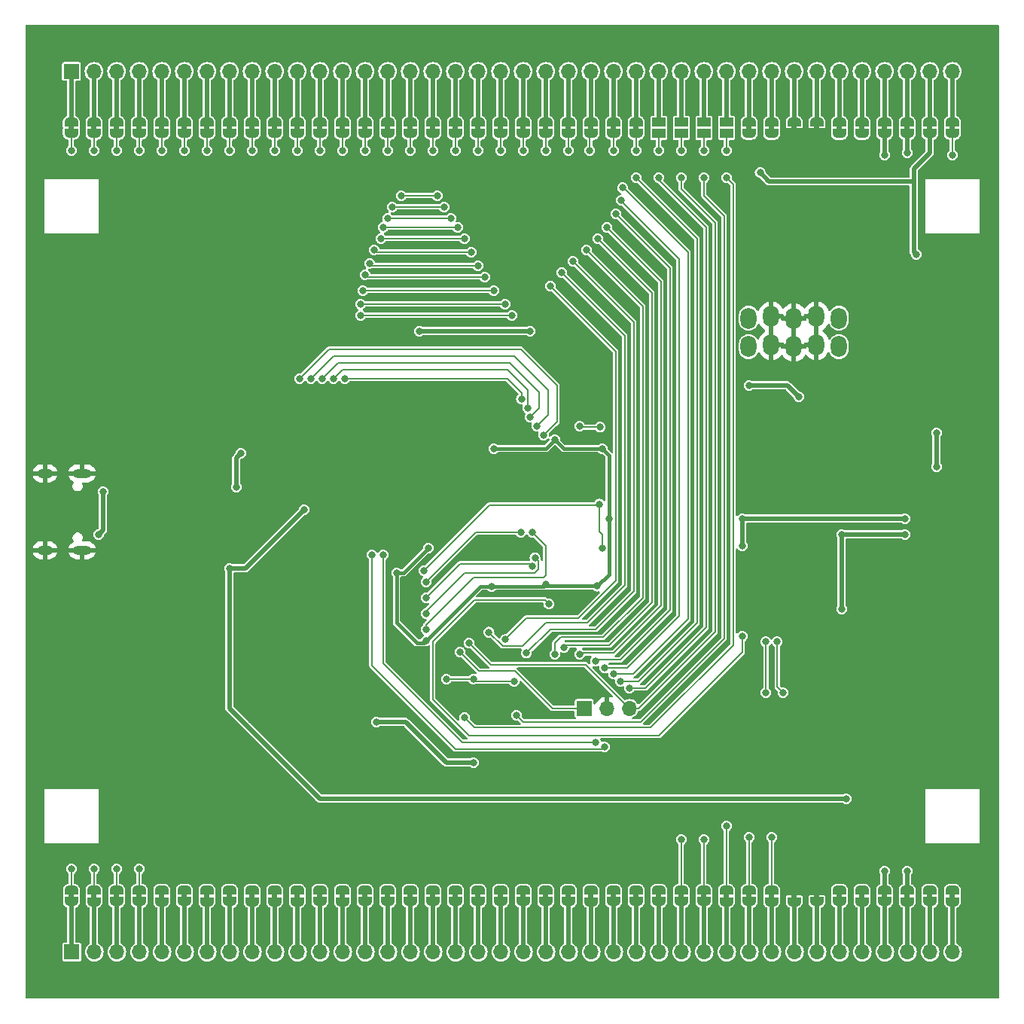
<source format=gbr>
%TF.GenerationSoftware,KiCad,Pcbnew,8.0.4*%
%TF.CreationDate,2024-08-14T20:41:30-04:00*%
%TF.ProjectId,RP2040_Euro_Power,52503230-3430-45f4-9575-726f5f506f77,rev?*%
%TF.SameCoordinates,Original*%
%TF.FileFunction,Copper,L2,Bot*%
%TF.FilePolarity,Positive*%
%FSLAX46Y46*%
G04 Gerber Fmt 4.6, Leading zero omitted, Abs format (unit mm)*
G04 Created by KiCad (PCBNEW 8.0.4) date 2024-08-14 20:41:30*
%MOMM*%
%LPD*%
G01*
G04 APERTURE LIST*
G04 Aperture macros list*
%AMFreePoly0*
4,1,19,0.500000,-0.750000,0.000000,-0.750000,0.000000,-0.744911,-0.071157,-0.744911,-0.207708,-0.704816,-0.327430,-0.627875,-0.420627,-0.520320,-0.479746,-0.390866,-0.500000,-0.250000,-0.500000,0.250000,-0.479746,0.390866,-0.420627,0.520320,-0.327430,0.627875,-0.207708,0.704816,-0.071157,0.744911,0.000000,0.744911,0.000000,0.750000,0.500000,0.750000,0.500000,-0.750000,0.500000,-0.750000,
$1*%
%AMFreePoly1*
4,1,19,0.000000,0.744911,0.071157,0.744911,0.207708,0.704816,0.327430,0.627875,0.420627,0.520320,0.479746,0.390866,0.500000,0.250000,0.500000,-0.250000,0.479746,-0.390866,0.420627,-0.520320,0.327430,-0.627875,0.207708,-0.704816,0.071157,-0.744911,0.000000,-0.744911,0.000000,-0.750000,-0.500000,-0.750000,-0.500000,0.750000,0.000000,0.750000,0.000000,0.744911,0.000000,0.744911,
$1*%
G04 Aperture macros list end*
%TA.AperFunction,EtchedComponent*%
%ADD10C,0.000000*%
%TD*%
%TA.AperFunction,SMDPad,CuDef*%
%ADD11FreePoly0,270.000000*%
%TD*%
%TA.AperFunction,ComponentPad*%
%ADD12C,1.000000*%
%TD*%
%TA.AperFunction,SMDPad,CuDef*%
%ADD13FreePoly1,270.000000*%
%TD*%
%TA.AperFunction,SMDPad,CuDef*%
%ADD14R,1.500000X1.000000*%
%TD*%
%TA.AperFunction,ComponentPad*%
%ADD15O,1.800000X2.400000*%
%TD*%
%TA.AperFunction,ComponentPad*%
%ADD16O,2.100000X1.000000*%
%TD*%
%TA.AperFunction,ComponentPad*%
%ADD17O,1.800000X1.000000*%
%TD*%
%TA.AperFunction,ComponentPad*%
%ADD18R,1.700000X1.700000*%
%TD*%
%TA.AperFunction,ComponentPad*%
%ADD19O,1.700000X1.700000*%
%TD*%
%TA.AperFunction,ViaPad*%
%ADD20C,0.800000*%
%TD*%
%TA.AperFunction,Conductor*%
%ADD21C,0.508000*%
%TD*%
%TA.AperFunction,Conductor*%
%ADD22C,0.200000*%
%TD*%
%TA.AperFunction,Conductor*%
%ADD23C,0.203200*%
%TD*%
%TA.AperFunction,Conductor*%
%ADD24C,0.381000*%
%TD*%
G04 APERTURE END LIST*
D10*
%TA.AperFunction,EtchedComponent*%
%TO.C,JP180*%
G36*
X178787000Y-136617000D02*
G01*
X178187000Y-136617000D01*
X178187000Y-136117000D01*
X178787000Y-136117000D01*
X178787000Y-136617000D01*
G37*
%TD.AperFunction*%
%TA.AperFunction,EtchedComponent*%
%TO.C,JP179*%
G36*
X176247000Y-136602000D02*
G01*
X175647000Y-136602000D01*
X175647000Y-136102000D01*
X176247000Y-136102000D01*
X176247000Y-136602000D01*
G37*
%TD.AperFunction*%
%TA.AperFunction,EtchedComponent*%
%TO.C,JP178*%
G36*
X173707000Y-136617000D02*
G01*
X173107000Y-136617000D01*
X173107000Y-136117000D01*
X173707000Y-136117000D01*
X173707000Y-136617000D01*
G37*
%TD.AperFunction*%
%TA.AperFunction,EtchedComponent*%
%TO.C,JP177*%
G36*
X171167000Y-136602000D02*
G01*
X170567000Y-136602000D01*
X170567000Y-136102000D01*
X171167000Y-136102000D01*
X171167000Y-136602000D01*
G37*
%TD.AperFunction*%
%TA.AperFunction,EtchedComponent*%
%TO.C,JP176*%
G36*
X168627000Y-136617000D02*
G01*
X168027000Y-136617000D01*
X168027000Y-136117000D01*
X168627000Y-136117000D01*
X168627000Y-136617000D01*
G37*
%TD.AperFunction*%
%TA.AperFunction,EtchedComponent*%
%TO.C,JP175*%
G36*
X166087000Y-136602000D02*
G01*
X165487000Y-136602000D01*
X165487000Y-136102000D01*
X166087000Y-136102000D01*
X166087000Y-136602000D01*
G37*
%TD.AperFunction*%
%TA.AperFunction,EtchedComponent*%
%TO.C,JP174*%
G36*
X163547000Y-136602000D02*
G01*
X162947000Y-136602000D01*
X162947000Y-136102000D01*
X163547000Y-136102000D01*
X163547000Y-136602000D01*
G37*
%TD.AperFunction*%
%TA.AperFunction,EtchedComponent*%
%TO.C,JP173*%
G36*
X161007000Y-136617000D02*
G01*
X160407000Y-136617000D01*
X160407000Y-136117000D01*
X161007000Y-136117000D01*
X161007000Y-136617000D01*
G37*
%TD.AperFunction*%
%TA.AperFunction,EtchedComponent*%
%TO.C,JP172*%
G36*
X158467000Y-136617000D02*
G01*
X157867000Y-136617000D01*
X157867000Y-136117000D01*
X158467000Y-136117000D01*
X158467000Y-136617000D01*
G37*
%TD.AperFunction*%
%TA.AperFunction,EtchedComponent*%
%TO.C,JP171*%
G36*
X155927000Y-136602000D02*
G01*
X155327000Y-136602000D01*
X155327000Y-136102000D01*
X155927000Y-136102000D01*
X155927000Y-136602000D01*
G37*
%TD.AperFunction*%
%TA.AperFunction,EtchedComponent*%
%TO.C,JP170*%
G36*
X153387000Y-136617000D02*
G01*
X152787000Y-136617000D01*
X152787000Y-136117000D01*
X153387000Y-136117000D01*
X153387000Y-136617000D01*
G37*
%TD.AperFunction*%
%TA.AperFunction,EtchedComponent*%
%TO.C,JP169*%
G36*
X150847000Y-136602000D02*
G01*
X150247000Y-136602000D01*
X150247000Y-136102000D01*
X150847000Y-136102000D01*
X150847000Y-136602000D01*
G37*
%TD.AperFunction*%
%TA.AperFunction,EtchedComponent*%
%TO.C,JP168*%
G36*
X148307000Y-136602000D02*
G01*
X147707000Y-136602000D01*
X147707000Y-136102000D01*
X148307000Y-136102000D01*
X148307000Y-136602000D01*
G37*
%TD.AperFunction*%
%TA.AperFunction,EtchedComponent*%
%TO.C,JP167*%
G36*
X145767000Y-136602000D02*
G01*
X145167000Y-136602000D01*
X145167000Y-136102000D01*
X145767000Y-136102000D01*
X145767000Y-136602000D01*
G37*
%TD.AperFunction*%
%TA.AperFunction,EtchedComponent*%
%TO.C,JP166*%
G36*
X143227000Y-136602000D02*
G01*
X142627000Y-136602000D01*
X142627000Y-136102000D01*
X143227000Y-136102000D01*
X143227000Y-136602000D01*
G37*
%TD.AperFunction*%
%TA.AperFunction,EtchedComponent*%
%TO.C,JP165*%
G36*
X140687000Y-136602000D02*
G01*
X140087000Y-136602000D01*
X140087000Y-136102000D01*
X140687000Y-136102000D01*
X140687000Y-136602000D01*
G37*
%TD.AperFunction*%
%TA.AperFunction,EtchedComponent*%
%TO.C,JP164*%
G36*
X138147000Y-136617000D02*
G01*
X137547000Y-136617000D01*
X137547000Y-136117000D01*
X138147000Y-136117000D01*
X138147000Y-136617000D01*
G37*
%TD.AperFunction*%
%TA.AperFunction,EtchedComponent*%
%TO.C,JP163*%
G36*
X135607000Y-136602000D02*
G01*
X135007000Y-136602000D01*
X135007000Y-136102000D01*
X135607000Y-136102000D01*
X135607000Y-136602000D01*
G37*
%TD.AperFunction*%
%TA.AperFunction,EtchedComponent*%
%TO.C,JP162*%
G36*
X133067000Y-136602000D02*
G01*
X132467000Y-136602000D01*
X132467000Y-136102000D01*
X133067000Y-136102000D01*
X133067000Y-136602000D01*
G37*
%TD.AperFunction*%
%TA.AperFunction,EtchedComponent*%
%TO.C,JP161*%
G36*
X130527000Y-136602000D02*
G01*
X129927000Y-136602000D01*
X129927000Y-136102000D01*
X130527000Y-136102000D01*
X130527000Y-136602000D01*
G37*
%TD.AperFunction*%
%TA.AperFunction,EtchedComponent*%
%TO.C,JP160*%
G36*
X127987000Y-136587000D02*
G01*
X127387000Y-136587000D01*
X127387000Y-136087000D01*
X127987000Y-136087000D01*
X127987000Y-136587000D01*
G37*
%TD.AperFunction*%
%TA.AperFunction,EtchedComponent*%
%TO.C,JP159*%
G36*
X125447000Y-136602000D02*
G01*
X124847000Y-136602000D01*
X124847000Y-136102000D01*
X125447000Y-136102000D01*
X125447000Y-136602000D01*
G37*
%TD.AperFunction*%
%TA.AperFunction,EtchedComponent*%
%TO.C,JP158*%
G36*
X122907000Y-136587000D02*
G01*
X122307000Y-136587000D01*
X122307000Y-136087000D01*
X122907000Y-136087000D01*
X122907000Y-136587000D01*
G37*
%TD.AperFunction*%
%TA.AperFunction,EtchedComponent*%
%TO.C,JP157*%
G36*
X120367000Y-136587000D02*
G01*
X119767000Y-136587000D01*
X119767000Y-136087000D01*
X120367000Y-136087000D01*
X120367000Y-136587000D01*
G37*
%TD.AperFunction*%
%TA.AperFunction,EtchedComponent*%
%TO.C,JP156*%
G36*
X117827000Y-136587000D02*
G01*
X117227000Y-136587000D01*
X117227000Y-136087000D01*
X117827000Y-136087000D01*
X117827000Y-136587000D01*
G37*
%TD.AperFunction*%
%TA.AperFunction,EtchedComponent*%
%TO.C,JP155*%
G36*
X115287000Y-136587000D02*
G01*
X114687000Y-136587000D01*
X114687000Y-136087000D01*
X115287000Y-136087000D01*
X115287000Y-136587000D01*
G37*
%TD.AperFunction*%
%TA.AperFunction,EtchedComponent*%
%TO.C,JP154*%
G36*
X112747000Y-136587000D02*
G01*
X112147000Y-136587000D01*
X112147000Y-136087000D01*
X112747000Y-136087000D01*
X112747000Y-136587000D01*
G37*
%TD.AperFunction*%
%TA.AperFunction,EtchedComponent*%
%TO.C,JP153*%
G36*
X110207000Y-136617000D02*
G01*
X109607000Y-136617000D01*
X109607000Y-136117000D01*
X110207000Y-136117000D01*
X110207000Y-136617000D01*
G37*
%TD.AperFunction*%
%TA.AperFunction,EtchedComponent*%
%TO.C,JP152*%
G36*
X107667000Y-136602000D02*
G01*
X107067000Y-136602000D01*
X107067000Y-136102000D01*
X107667000Y-136102000D01*
X107667000Y-136602000D01*
G37*
%TD.AperFunction*%
%TA.AperFunction,EtchedComponent*%
%TO.C,JP151*%
G36*
X105127000Y-136617000D02*
G01*
X104527000Y-136617000D01*
X104527000Y-136117000D01*
X105127000Y-136117000D01*
X105127000Y-136617000D01*
G37*
%TD.AperFunction*%
%TA.AperFunction,EtchedComponent*%
%TO.C,JP150*%
G36*
X102587000Y-136617000D02*
G01*
X101987000Y-136617000D01*
X101987000Y-136117000D01*
X102587000Y-136117000D01*
X102587000Y-136617000D01*
G37*
%TD.AperFunction*%
%TA.AperFunction,EtchedComponent*%
%TO.C,JP149*%
G36*
X100047000Y-136617000D02*
G01*
X99447000Y-136617000D01*
X99447000Y-136117000D01*
X100047000Y-136117000D01*
X100047000Y-136617000D01*
G37*
%TD.AperFunction*%
%TA.AperFunction,EtchedComponent*%
%TO.C,JP148*%
G36*
X97507000Y-136602000D02*
G01*
X96907000Y-136602000D01*
X96907000Y-136102000D01*
X97507000Y-136102000D01*
X97507000Y-136602000D01*
G37*
%TD.AperFunction*%
%TA.AperFunction,EtchedComponent*%
%TO.C,JP147*%
G36*
X94967000Y-136617000D02*
G01*
X94367000Y-136617000D01*
X94367000Y-136117000D01*
X94967000Y-136117000D01*
X94967000Y-136617000D01*
G37*
%TD.AperFunction*%
%TA.AperFunction,EtchedComponent*%
%TO.C,JP146*%
G36*
X92427000Y-136602000D02*
G01*
X91827000Y-136602000D01*
X91827000Y-136102000D01*
X92427000Y-136102000D01*
X92427000Y-136602000D01*
G37*
%TD.AperFunction*%
%TA.AperFunction,EtchedComponent*%
%TO.C,JP145*%
G36*
X89887000Y-136617000D02*
G01*
X89287000Y-136617000D01*
X89287000Y-136117000D01*
X89887000Y-136117000D01*
X89887000Y-136617000D01*
G37*
%TD.AperFunction*%
%TA.AperFunction,EtchedComponent*%
%TO.C,JP144*%
G36*
X87347000Y-136602000D02*
G01*
X86747000Y-136602000D01*
X86747000Y-136102000D01*
X87347000Y-136102000D01*
X87347000Y-136602000D01*
G37*
%TD.AperFunction*%
%TA.AperFunction,EtchedComponent*%
%TO.C,JP143*%
G36*
X84807000Y-136602000D02*
G01*
X84207000Y-136602000D01*
X84207000Y-136102000D01*
X84807000Y-136102000D01*
X84807000Y-136602000D01*
G37*
%TD.AperFunction*%
%TA.AperFunction,EtchedComponent*%
%TO.C,JP142*%
G36*
X82267000Y-136617000D02*
G01*
X81667000Y-136617000D01*
X81667000Y-136117000D01*
X82267000Y-136117000D01*
X82267000Y-136617000D01*
G37*
%TD.AperFunction*%
%TA.AperFunction,EtchedComponent*%
%TO.C,JP141*%
G36*
X79727000Y-136602000D02*
G01*
X79127000Y-136602000D01*
X79127000Y-136102000D01*
X79727000Y-136102000D01*
X79727000Y-136602000D01*
G37*
%TD.AperFunction*%
%TA.AperFunction,EtchedComponent*%
%TO.C,JP140*%
G36*
X178787000Y-50227000D02*
G01*
X178187000Y-50227000D01*
X178187000Y-49727000D01*
X178787000Y-49727000D01*
X178787000Y-50227000D01*
G37*
%TD.AperFunction*%
%TA.AperFunction,EtchedComponent*%
%TO.C,JP139*%
G36*
X176247000Y-50242000D02*
G01*
X175647000Y-50242000D01*
X175647000Y-49742000D01*
X176247000Y-49742000D01*
X176247000Y-50242000D01*
G37*
%TD.AperFunction*%
%TA.AperFunction,EtchedComponent*%
%TO.C,JP138*%
G36*
X173707000Y-50242000D02*
G01*
X173107000Y-50242000D01*
X173107000Y-49742000D01*
X173707000Y-49742000D01*
X173707000Y-50242000D01*
G37*
%TD.AperFunction*%
%TA.AperFunction,EtchedComponent*%
%TO.C,JP137*%
G36*
X171167000Y-50242000D02*
G01*
X170567000Y-50242000D01*
X170567000Y-49742000D01*
X171167000Y-49742000D01*
X171167000Y-50242000D01*
G37*
%TD.AperFunction*%
%TA.AperFunction,EtchedComponent*%
%TO.C,JP136*%
G36*
X168627000Y-50242000D02*
G01*
X168027000Y-50242000D01*
X168027000Y-49742000D01*
X168627000Y-49742000D01*
X168627000Y-50242000D01*
G37*
%TD.AperFunction*%
%TA.AperFunction,EtchedComponent*%
%TO.C,JP135*%
G36*
X166087000Y-50242000D02*
G01*
X165487000Y-50242000D01*
X165487000Y-49742000D01*
X166087000Y-49742000D01*
X166087000Y-50242000D01*
G37*
%TD.AperFunction*%
%TA.AperFunction,EtchedComponent*%
%TO.C,JP134*%
G36*
X163547000Y-50242000D02*
G01*
X162947000Y-50242000D01*
X162947000Y-49742000D01*
X163547000Y-49742000D01*
X163547000Y-50242000D01*
G37*
%TD.AperFunction*%
%TA.AperFunction,EtchedComponent*%
%TO.C,JP133*%
G36*
X161007000Y-50242000D02*
G01*
X160407000Y-50242000D01*
X160407000Y-49742000D01*
X161007000Y-49742000D01*
X161007000Y-50242000D01*
G37*
%TD.AperFunction*%
%TA.AperFunction,EtchedComponent*%
%TO.C,JP132*%
G36*
X158467000Y-50242000D02*
G01*
X157867000Y-50242000D01*
X157867000Y-49742000D01*
X158467000Y-49742000D01*
X158467000Y-50242000D01*
G37*
%TD.AperFunction*%
%TA.AperFunction,EtchedComponent*%
%TO.C,JP131*%
G36*
X155927000Y-50227000D02*
G01*
X155327000Y-50227000D01*
X155327000Y-49727000D01*
X155927000Y-49727000D01*
X155927000Y-50227000D01*
G37*
%TD.AperFunction*%
%TA.AperFunction,EtchedComponent*%
%TO.C,JP126*%
G36*
X143227000Y-50242000D02*
G01*
X142627000Y-50242000D01*
X142627000Y-49742000D01*
X143227000Y-49742000D01*
X143227000Y-50242000D01*
G37*
%TD.AperFunction*%
%TA.AperFunction,EtchedComponent*%
%TO.C,JP125*%
G36*
X140687000Y-50227000D02*
G01*
X140087000Y-50227000D01*
X140087000Y-49727000D01*
X140687000Y-49727000D01*
X140687000Y-50227000D01*
G37*
%TD.AperFunction*%
%TA.AperFunction,EtchedComponent*%
%TO.C,JP124*%
G36*
X138147000Y-50242000D02*
G01*
X137547000Y-50242000D01*
X137547000Y-49742000D01*
X138147000Y-49742000D01*
X138147000Y-50242000D01*
G37*
%TD.AperFunction*%
%TA.AperFunction,EtchedComponent*%
%TO.C,JP123*%
G36*
X135607000Y-50242000D02*
G01*
X135007000Y-50242000D01*
X135007000Y-49742000D01*
X135607000Y-49742000D01*
X135607000Y-50242000D01*
G37*
%TD.AperFunction*%
%TA.AperFunction,EtchedComponent*%
%TO.C,JP122*%
G36*
X133067000Y-50227000D02*
G01*
X132467000Y-50227000D01*
X132467000Y-49727000D01*
X133067000Y-49727000D01*
X133067000Y-50227000D01*
G37*
%TD.AperFunction*%
%TA.AperFunction,EtchedComponent*%
%TO.C,JP121*%
G36*
X130527000Y-50212000D02*
G01*
X129927000Y-50212000D01*
X129927000Y-49712000D01*
X130527000Y-49712000D01*
X130527000Y-50212000D01*
G37*
%TD.AperFunction*%
%TA.AperFunction,EtchedComponent*%
%TO.C,JP120*%
G36*
X127987000Y-50242000D02*
G01*
X127387000Y-50242000D01*
X127387000Y-49742000D01*
X127987000Y-49742000D01*
X127987000Y-50242000D01*
G37*
%TD.AperFunction*%
%TA.AperFunction,EtchedComponent*%
%TO.C,JP119*%
G36*
X125447000Y-50242000D02*
G01*
X124847000Y-50242000D01*
X124847000Y-49742000D01*
X125447000Y-49742000D01*
X125447000Y-50242000D01*
G37*
%TD.AperFunction*%
%TA.AperFunction,EtchedComponent*%
%TO.C,JP118*%
G36*
X122907000Y-50242000D02*
G01*
X122307000Y-50242000D01*
X122307000Y-49742000D01*
X122907000Y-49742000D01*
X122907000Y-50242000D01*
G37*
%TD.AperFunction*%
%TA.AperFunction,EtchedComponent*%
%TO.C,JP117*%
G36*
X120367000Y-50212000D02*
G01*
X119767000Y-50212000D01*
X119767000Y-49712000D01*
X120367000Y-49712000D01*
X120367000Y-50212000D01*
G37*
%TD.AperFunction*%
%TA.AperFunction,EtchedComponent*%
%TO.C,JP116*%
G36*
X117827000Y-50227000D02*
G01*
X117227000Y-50227000D01*
X117227000Y-49727000D01*
X117827000Y-49727000D01*
X117827000Y-50227000D01*
G37*
%TD.AperFunction*%
%TA.AperFunction,EtchedComponent*%
%TO.C,JP115*%
G36*
X115287000Y-50227000D02*
G01*
X114687000Y-50227000D01*
X114687000Y-49727000D01*
X115287000Y-49727000D01*
X115287000Y-50227000D01*
G37*
%TD.AperFunction*%
%TA.AperFunction,EtchedComponent*%
%TO.C,JP114*%
G36*
X112747000Y-50242000D02*
G01*
X112147000Y-50242000D01*
X112147000Y-49742000D01*
X112747000Y-49742000D01*
X112747000Y-50242000D01*
G37*
%TD.AperFunction*%
%TA.AperFunction,EtchedComponent*%
%TO.C,JP113*%
G36*
X110207000Y-50212000D02*
G01*
X109607000Y-50212000D01*
X109607000Y-49712000D01*
X110207000Y-49712000D01*
X110207000Y-50212000D01*
G37*
%TD.AperFunction*%
%TA.AperFunction,EtchedComponent*%
%TO.C,JP112*%
G36*
X107667000Y-50242000D02*
G01*
X107067000Y-50242000D01*
X107067000Y-49742000D01*
X107667000Y-49742000D01*
X107667000Y-50242000D01*
G37*
%TD.AperFunction*%
%TA.AperFunction,EtchedComponent*%
%TO.C,JP111*%
G36*
X105127000Y-50242000D02*
G01*
X104527000Y-50242000D01*
X104527000Y-49742000D01*
X105127000Y-49742000D01*
X105127000Y-50242000D01*
G37*
%TD.AperFunction*%
%TA.AperFunction,EtchedComponent*%
%TO.C,JP110*%
G36*
X102587000Y-50227000D02*
G01*
X101987000Y-50227000D01*
X101987000Y-49727000D01*
X102587000Y-49727000D01*
X102587000Y-50227000D01*
G37*
%TD.AperFunction*%
%TA.AperFunction,EtchedComponent*%
%TO.C,JP109*%
G36*
X100047000Y-50212000D02*
G01*
X99447000Y-50212000D01*
X99447000Y-49712000D01*
X100047000Y-49712000D01*
X100047000Y-50212000D01*
G37*
%TD.AperFunction*%
%TA.AperFunction,EtchedComponent*%
%TO.C,JP108*%
G36*
X97507000Y-50212000D02*
G01*
X96907000Y-50212000D01*
X96907000Y-49712000D01*
X97507000Y-49712000D01*
X97507000Y-50212000D01*
G37*
%TD.AperFunction*%
%TA.AperFunction,EtchedComponent*%
%TO.C,JP107*%
G36*
X94967000Y-50212000D02*
G01*
X94367000Y-50212000D01*
X94367000Y-49712000D01*
X94967000Y-49712000D01*
X94967000Y-50212000D01*
G37*
%TD.AperFunction*%
%TA.AperFunction,EtchedComponent*%
%TO.C,JP106*%
G36*
X92427000Y-50212000D02*
G01*
X91827000Y-50212000D01*
X91827000Y-49712000D01*
X92427000Y-49712000D01*
X92427000Y-50212000D01*
G37*
%TD.AperFunction*%
%TA.AperFunction,EtchedComponent*%
%TO.C,JP105*%
G36*
X89887000Y-50227000D02*
G01*
X89287000Y-50227000D01*
X89287000Y-49727000D01*
X89887000Y-49727000D01*
X89887000Y-50227000D01*
G37*
%TD.AperFunction*%
%TA.AperFunction,EtchedComponent*%
%TO.C,JP104*%
G36*
X87347000Y-50212000D02*
G01*
X86747000Y-50212000D01*
X86747000Y-49712000D01*
X87347000Y-49712000D01*
X87347000Y-50212000D01*
G37*
%TD.AperFunction*%
%TA.AperFunction,EtchedComponent*%
%TO.C,JP103*%
G36*
X84807000Y-50227000D02*
G01*
X84207000Y-50227000D01*
X84207000Y-49727000D01*
X84807000Y-49727000D01*
X84807000Y-50227000D01*
G37*
%TD.AperFunction*%
%TA.AperFunction,EtchedComponent*%
%TO.C,JP102*%
G36*
X82267000Y-50227000D02*
G01*
X81667000Y-50227000D01*
X81667000Y-49727000D01*
X82267000Y-49727000D01*
X82267000Y-50227000D01*
G37*
%TD.AperFunction*%
%TA.AperFunction,EtchedComponent*%
%TO.C,JP101*%
G36*
X79712000Y-50227000D02*
G01*
X79112000Y-50227000D01*
X79112000Y-49727000D01*
X79712000Y-49727000D01*
X79712000Y-50227000D01*
G37*
%TD.AperFunction*%
%TD*%
D11*
%TO.P,JP180,1,A*%
%TO.N,APWR4*%
X178487000Y-135717000D03*
D12*
X178487000Y-135717000D03*
D13*
%TO.P,JP180,2,B*%
%TO.N,Net-(J2-Pin_40)*%
X178487000Y-137017000D03*
D12*
X178487000Y-137017000D03*
%TD*%
D11*
%TO.P,JP179,1,A*%
%TO.N,APWR3*%
X175947000Y-135702000D03*
D12*
X175947000Y-135702000D03*
D13*
%TO.P,JP179,2,B*%
%TO.N,Net-(J2-Pin_39)*%
X175947000Y-137002000D03*
D12*
X175947000Y-137002000D03*
%TD*%
D11*
%TO.P,JP178,1,A*%
%TO.N,APWR2*%
X173407000Y-135717000D03*
D12*
X173407000Y-135717000D03*
D13*
%TO.P,JP178,2,B*%
%TO.N,Net-(J2-Pin_38)*%
X173407000Y-137017000D03*
D12*
X173407000Y-137017000D03*
%TD*%
D11*
%TO.P,JP177,1,A*%
%TO.N,APWR1*%
X170867000Y-135702000D03*
D12*
X170867000Y-135702000D03*
D13*
%TO.P,JP177,2,B*%
%TO.N,Net-(J2-Pin_37)*%
X170867000Y-137002000D03*
D12*
X170867000Y-137002000D03*
%TD*%
D11*
%TO.P,JP176,1,A*%
%TO.N,GND5*%
X168327000Y-135717000D03*
D12*
X168327000Y-135717000D03*
D13*
%TO.P,JP176,2,B*%
%TO.N,Net-(J2-Pin_36)*%
X168327000Y-137017000D03*
D12*
X168327000Y-137017000D03*
%TD*%
D11*
%TO.P,JP175,1,A*%
%TO.N,GND4*%
X165787000Y-135702000D03*
D12*
X165787000Y-135702000D03*
D13*
%TO.P,JP175,2,B*%
%TO.N,Net-(J2-Pin_35)*%
X165787000Y-137002000D03*
D12*
X165787000Y-137002000D03*
%TD*%
D11*
%TO.P,JP174,1,A*%
%TO.N,GND_PLANE*%
X163247000Y-135702000D03*
D12*
X163247000Y-135702000D03*
D13*
%TO.P,JP174,2,B*%
%TO.N,Net-(J2-Pin_34)*%
X163247000Y-137002000D03*
D12*
X163247000Y-137002000D03*
%TD*%
D11*
%TO.P,JP173,1,A*%
%TO.N,GND_PLANE*%
X160707000Y-135717000D03*
D12*
X160707000Y-135717000D03*
D13*
%TO.P,JP173,2,B*%
%TO.N,Net-(J2-Pin_33)*%
X160707000Y-137017000D03*
D12*
X160707000Y-137017000D03*
%TD*%
D11*
%TO.P,JP172,1,A*%
%TO.N,A32*%
X158167000Y-135717000D03*
D12*
X158167000Y-135717000D03*
D13*
%TO.P,JP172,2,B*%
%TO.N,Net-(J2-Pin_32)*%
X158167000Y-137017000D03*
D12*
X158167000Y-137017000D03*
%TD*%
D11*
%TO.P,JP171,1,A*%
%TO.N,A31*%
X155627000Y-135702000D03*
D12*
X155627000Y-135702000D03*
D13*
%TO.P,JP171,2,B*%
%TO.N,Net-(J2-Pin_31)*%
X155627000Y-137002000D03*
D12*
X155627000Y-137002000D03*
%TD*%
D11*
%TO.P,JP170,1,A*%
%TO.N,A30*%
X153087000Y-135717000D03*
D12*
X153087000Y-135717000D03*
D13*
%TO.P,JP170,2,B*%
%TO.N,Net-(J2-Pin_30)*%
X153087000Y-137017000D03*
D12*
X153087000Y-137017000D03*
%TD*%
D11*
%TO.P,JP169,1,A*%
%TO.N,A29*%
X150547000Y-135702000D03*
D12*
X150547000Y-135702000D03*
D13*
%TO.P,JP169,2,B*%
%TO.N,Net-(J2-Pin_29)*%
X150547000Y-137002000D03*
D12*
X150547000Y-137002000D03*
%TD*%
D11*
%TO.P,JP168,1,A*%
%TO.N,A28*%
X148007000Y-135702000D03*
D12*
X148007000Y-135702000D03*
D13*
%TO.P,JP168,2,B*%
%TO.N,Net-(J2-Pin_28)*%
X148007000Y-137002000D03*
D12*
X148007000Y-137002000D03*
%TD*%
D11*
%TO.P,JP167,1,A*%
%TO.N,A27*%
X145467000Y-135702000D03*
D12*
X145467000Y-135702000D03*
D13*
%TO.P,JP167,2,B*%
%TO.N,Net-(J2-Pin_27)*%
X145467000Y-137002000D03*
D12*
X145467000Y-137002000D03*
%TD*%
D11*
%TO.P,JP166,1,A*%
%TO.N,A26*%
X142927000Y-135702000D03*
D12*
X142927000Y-135702000D03*
D13*
%TO.P,JP166,2,B*%
%TO.N,Net-(J2-Pin_26)*%
X142927000Y-137002000D03*
D12*
X142927000Y-137002000D03*
%TD*%
D11*
%TO.P,JP165,1,A*%
%TO.N,A25*%
X140387000Y-135702000D03*
D12*
X140387000Y-135702000D03*
D13*
%TO.P,JP165,2,B*%
%TO.N,Net-(J2-Pin_25)*%
X140387000Y-137002000D03*
D12*
X140387000Y-137002000D03*
%TD*%
D11*
%TO.P,JP164,1,A*%
%TO.N,A24*%
X137847000Y-135717000D03*
D12*
X137847000Y-135717000D03*
D13*
%TO.P,JP164,2,B*%
%TO.N,Net-(J2-Pin_24)*%
X137847000Y-137017000D03*
D12*
X137847000Y-137017000D03*
%TD*%
D11*
%TO.P,JP163,1,A*%
%TO.N,A23*%
X135307000Y-135702000D03*
D12*
X135307000Y-135702000D03*
D13*
%TO.P,JP163,2,B*%
%TO.N,Net-(J2-Pin_23)*%
X135307000Y-137002000D03*
D12*
X135307000Y-137002000D03*
%TD*%
D11*
%TO.P,JP162,1,A*%
%TO.N,A22*%
X132767000Y-135702000D03*
D12*
X132767000Y-135702000D03*
D13*
%TO.P,JP162,2,B*%
%TO.N,Net-(J2-Pin_22)*%
X132767000Y-137002000D03*
D12*
X132767000Y-137002000D03*
%TD*%
D11*
%TO.P,JP161,1,A*%
%TO.N,A21*%
X130227000Y-135702000D03*
D12*
X130227000Y-135702000D03*
D13*
%TO.P,JP161,2,B*%
%TO.N,Net-(J2-Pin_21)*%
X130227000Y-137002000D03*
D12*
X130227000Y-137002000D03*
%TD*%
D11*
%TO.P,JP160,1,A*%
%TO.N,A20*%
X127687000Y-135687000D03*
D12*
X127687000Y-135687000D03*
D13*
%TO.P,JP160,2,B*%
%TO.N,Net-(J2-Pin_20)*%
X127687000Y-136987000D03*
D12*
X127687000Y-136987000D03*
%TD*%
D11*
%TO.P,JP159,1,A*%
%TO.N,A19*%
X125147000Y-135702000D03*
D12*
X125147000Y-135702000D03*
D13*
%TO.P,JP159,2,B*%
%TO.N,Net-(J2-Pin_19)*%
X125147000Y-137002000D03*
D12*
X125147000Y-137002000D03*
%TD*%
D11*
%TO.P,JP158,1,A*%
%TO.N,A18*%
X122607000Y-135687000D03*
D12*
X122607000Y-135687000D03*
D13*
%TO.P,JP158,2,B*%
%TO.N,Net-(J2-Pin_18)*%
X122607000Y-136987000D03*
D12*
X122607000Y-136987000D03*
%TD*%
D11*
%TO.P,JP157,1,A*%
%TO.N,A17*%
X120067000Y-135687000D03*
D12*
X120067000Y-135687000D03*
D13*
%TO.P,JP157,2,B*%
%TO.N,Net-(J2-Pin_17)*%
X120067000Y-136987000D03*
D12*
X120067000Y-136987000D03*
%TD*%
D11*
%TO.P,JP156,1,A*%
%TO.N,A16*%
X117527000Y-135687000D03*
D12*
X117527000Y-135687000D03*
D13*
%TO.P,JP156,2,B*%
%TO.N,Net-(J2-Pin_16)*%
X117527000Y-136987000D03*
D12*
X117527000Y-136987000D03*
%TD*%
D11*
%TO.P,JP155,1,A*%
%TO.N,A15*%
X114987000Y-135687000D03*
D12*
X114987000Y-135687000D03*
D13*
%TO.P,JP155,2,B*%
%TO.N,Net-(J2-Pin_15)*%
X114987000Y-136987000D03*
D12*
X114987000Y-136987000D03*
%TD*%
D11*
%TO.P,JP154,1,A*%
%TO.N,A14*%
X112447000Y-135687000D03*
D12*
X112447000Y-135687000D03*
D13*
%TO.P,JP154,2,B*%
%TO.N,Net-(J2-Pin_14)*%
X112447000Y-136987000D03*
D12*
X112447000Y-136987000D03*
%TD*%
D11*
%TO.P,JP153,1,A*%
%TO.N,A13*%
X109907000Y-135717000D03*
D12*
X109907000Y-135717000D03*
D13*
%TO.P,JP153,2,B*%
%TO.N,Net-(J2-Pin_13)*%
X109907000Y-137017000D03*
D12*
X109907000Y-137017000D03*
%TD*%
D11*
%TO.P,JP152,1,A*%
%TO.N,A12*%
X107367000Y-135702000D03*
D12*
X107367000Y-135702000D03*
D13*
%TO.P,JP152,2,B*%
%TO.N,Net-(J2-Pin_12)*%
X107367000Y-137002000D03*
D12*
X107367000Y-137002000D03*
%TD*%
D11*
%TO.P,JP151,1,A*%
%TO.N,A11*%
X104827000Y-135717000D03*
D12*
X104827000Y-135717000D03*
D13*
%TO.P,JP151,2,B*%
%TO.N,Net-(J2-Pin_11)*%
X104827000Y-137017000D03*
D12*
X104827000Y-137017000D03*
%TD*%
D11*
%TO.P,JP150,1,A*%
%TO.N,A10*%
X102287000Y-135717000D03*
D12*
X102287000Y-135717000D03*
D13*
%TO.P,JP150,2,B*%
%TO.N,Net-(J2-Pin_10)*%
X102287000Y-137017000D03*
D12*
X102287000Y-137017000D03*
%TD*%
D11*
%TO.P,JP149,1,A*%
%TO.N,A9*%
X99747000Y-135717000D03*
D12*
X99747000Y-135717000D03*
D13*
%TO.P,JP149,2,B*%
%TO.N,Net-(J2-Pin_9)*%
X99747000Y-137017000D03*
D12*
X99747000Y-137017000D03*
%TD*%
D11*
%TO.P,JP148,1,A*%
%TO.N,A8*%
X97207000Y-135702000D03*
D12*
X97207000Y-135702000D03*
D13*
%TO.P,JP148,2,B*%
%TO.N,Net-(J2-Pin_8)*%
X97207000Y-137002000D03*
D12*
X97207000Y-137002000D03*
%TD*%
D11*
%TO.P,JP147,1,A*%
%TO.N,A7*%
X94667000Y-135717000D03*
D12*
X94667000Y-135717000D03*
D13*
%TO.P,JP147,2,B*%
%TO.N,Net-(J2-Pin_7)*%
X94667000Y-137017000D03*
D12*
X94667000Y-137017000D03*
%TD*%
D11*
%TO.P,JP146,1,A*%
%TO.N,A6*%
X92127000Y-135702000D03*
D12*
X92127000Y-135702000D03*
D13*
%TO.P,JP146,2,B*%
%TO.N,Net-(J2-Pin_6)*%
X92127000Y-137002000D03*
D12*
X92127000Y-137002000D03*
%TD*%
D11*
%TO.P,JP145,1,A*%
%TO.N,A5*%
X89587000Y-135717000D03*
D12*
X89587000Y-135717000D03*
D13*
%TO.P,JP145,2,B*%
%TO.N,Net-(J2-Pin_5)*%
X89587000Y-137017000D03*
D12*
X89587000Y-137017000D03*
%TD*%
D11*
%TO.P,JP144,1,A*%
%TO.N,A4*%
X87047000Y-135702000D03*
D12*
X87047000Y-135702000D03*
D13*
%TO.P,JP144,2,B*%
%TO.N,Net-(J2-Pin_4)*%
X87047000Y-137002000D03*
D12*
X87047000Y-137002000D03*
%TD*%
D11*
%TO.P,JP143,1,A*%
%TO.N,A3*%
X84507000Y-135702000D03*
D12*
X84507000Y-135702000D03*
D13*
%TO.P,JP143,2,B*%
%TO.N,Net-(J2-Pin_3)*%
X84507000Y-137002000D03*
D12*
X84507000Y-137002000D03*
%TD*%
D11*
%TO.P,JP142,1,A*%
%TO.N,A2*%
X81967000Y-135717000D03*
D12*
X81967000Y-135717000D03*
D13*
%TO.P,JP142,2,B*%
%TO.N,Net-(J2-Pin_2)*%
X81967000Y-137017000D03*
D12*
X81967000Y-137017000D03*
%TD*%
D11*
%TO.P,JP141,1,A*%
%TO.N,A1*%
X79427000Y-135702000D03*
D12*
X79427000Y-135702000D03*
D13*
%TO.P,JP141,2,B*%
%TO.N,Net-(J2-Pin_1)*%
X79427000Y-137002000D03*
D12*
X79427000Y-137002000D03*
%TD*%
D11*
%TO.P,JP140,1,A*%
%TO.N,Net-(J1-Pin_40)*%
X178487000Y-49327000D03*
D12*
X178487000Y-49327000D03*
D13*
%TO.P,JP140,2,B*%
%TO.N,3VREF*%
X178487000Y-50627000D03*
D12*
X178487000Y-50627000D03*
%TD*%
D11*
%TO.P,JP139,1,A*%
%TO.N,Net-(J1-Pin_39)*%
X175947000Y-49342000D03*
D12*
X175947000Y-49342000D03*
D13*
%TO.P,JP139,2,B*%
%TO.N,PWR2*%
X175947000Y-50642000D03*
D12*
X175947000Y-50642000D03*
%TD*%
D11*
%TO.P,JP138,1,A*%
%TO.N,Net-(J1-Pin_38)*%
X173407000Y-49342000D03*
D12*
X173407000Y-49342000D03*
D13*
%TO.P,JP138,2,B*%
%TO.N,PWR1*%
X173407000Y-50642000D03*
D12*
X173407000Y-50642000D03*
%TD*%
D11*
%TO.P,JP137,1,A*%
%TO.N,Net-(J1-Pin_37)*%
X170867000Y-49342000D03*
D12*
X170867000Y-49342000D03*
D13*
%TO.P,JP137,2,B*%
%TO.N,IOVDD*%
X170867000Y-50642000D03*
D12*
X170867000Y-50642000D03*
%TD*%
D11*
%TO.P,JP136,1,A*%
%TO.N,Net-(J1-Pin_36)*%
X168327000Y-49342000D03*
D12*
X168327000Y-49342000D03*
D13*
%TO.P,JP136,2,B*%
%TO.N,GND3*%
X168327000Y-50642000D03*
D12*
X168327000Y-50642000D03*
%TD*%
D11*
%TO.P,JP135,1,A*%
%TO.N,Net-(J1-Pin_35)*%
X165787000Y-49342000D03*
D12*
X165787000Y-49342000D03*
D13*
%TO.P,JP135,2,B*%
%TO.N,GND2*%
X165787000Y-50642000D03*
D12*
X165787000Y-50642000D03*
%TD*%
D11*
%TO.P,JP134,1,A*%
%TO.N,Net-(J1-Pin_34)*%
X163247000Y-49342000D03*
D12*
X163247000Y-49342000D03*
D13*
%TO.P,JP134,2,B*%
%TO.N,GND_PLANE*%
X163247000Y-50642000D03*
D12*
X163247000Y-50642000D03*
%TD*%
D11*
%TO.P,JP133,1,A*%
%TO.N,Net-(J1-Pin_33)*%
X160707000Y-49342000D03*
D12*
X160707000Y-49342000D03*
D13*
%TO.P,JP133,2,B*%
%TO.N,GND_PLANE*%
X160707000Y-50642000D03*
D12*
X160707000Y-50642000D03*
%TD*%
D11*
%TO.P,JP132,1,A*%
%TO.N,Net-(J1-Pin_32)*%
X158167000Y-49342000D03*
D12*
X158167000Y-49342000D03*
D13*
%TO.P,JP132,2,B*%
%TO.N,D32*%
X158167000Y-50642000D03*
D12*
X158167000Y-50642000D03*
%TD*%
D11*
%TO.P,JP131,1,A*%
%TO.N,Net-(J1-Pin_31)*%
X155627000Y-49327000D03*
D12*
X155627000Y-49327000D03*
D13*
%TO.P,JP131,2,B*%
%TO.N,D31*%
X155627000Y-50627000D03*
D12*
X155627000Y-50627000D03*
%TD*%
%TO.P,JP130,1,A*%
%TO.N,BOOT*%
X153087000Y-50627000D03*
D14*
X153087000Y-50627000D03*
D12*
%TO.P,JP130,2,B*%
%TO.N,Net-(J1-Pin_30)*%
X153087000Y-49327000D03*
D14*
X153087000Y-49327000D03*
%TD*%
D12*
%TO.P,JP129,1,A*%
%TO.N,D29*%
X150547000Y-50642000D03*
D14*
X150547000Y-50642000D03*
D12*
%TO.P,JP129,2,B*%
%TO.N,Net-(J1-Pin_29)*%
X150547000Y-49342000D03*
D14*
X150547000Y-49342000D03*
%TD*%
D12*
%TO.P,JP128,1,A*%
%TO.N,D28*%
X148007000Y-50642000D03*
D14*
X148007000Y-50642000D03*
D12*
%TO.P,JP128,2,B*%
%TO.N,Net-(J1-Pin_28)*%
X148007000Y-49342000D03*
D14*
X148007000Y-49342000D03*
%TD*%
D12*
%TO.P,JP127,1,A*%
%TO.N,D27*%
X145467000Y-50642000D03*
D14*
X145467000Y-50642000D03*
D12*
%TO.P,JP127,2,B*%
%TO.N,Net-(J1-Pin_27)*%
X145467000Y-49342000D03*
D14*
X145467000Y-49342000D03*
%TD*%
D11*
%TO.P,JP126,1,A*%
%TO.N,Net-(J1-Pin_26)*%
X142927000Y-49342000D03*
D12*
X142927000Y-49342000D03*
D13*
%TO.P,JP126,2,B*%
%TO.N,D26*%
X142927000Y-50642000D03*
D12*
X142927000Y-50642000D03*
%TD*%
D11*
%TO.P,JP125,1,A*%
%TO.N,Net-(J1-Pin_25)*%
X140387000Y-49327000D03*
D12*
X140387000Y-49327000D03*
D13*
%TO.P,JP125,2,B*%
%TO.N,D25*%
X140387000Y-50627000D03*
D12*
X140387000Y-50627000D03*
%TD*%
D11*
%TO.P,JP124,1,A*%
%TO.N,Net-(J1-Pin_24)*%
X137847000Y-49342000D03*
D12*
X137847000Y-49342000D03*
D13*
%TO.P,JP124,2,B*%
%TO.N,D24*%
X137847000Y-50642000D03*
D12*
X137847000Y-50642000D03*
%TD*%
D11*
%TO.P,JP123,1,A*%
%TO.N,Net-(J1-Pin_23)*%
X135307000Y-49342000D03*
D12*
X135307000Y-49342000D03*
D13*
%TO.P,JP123,2,B*%
%TO.N,D23*%
X135307000Y-50642000D03*
D12*
X135307000Y-50642000D03*
%TD*%
D11*
%TO.P,JP122,1,A*%
%TO.N,Net-(J1-Pin_22)*%
X132767000Y-49327000D03*
D12*
X132767000Y-49327000D03*
D13*
%TO.P,JP122,2,B*%
%TO.N,D22*%
X132767000Y-50627000D03*
D12*
X132767000Y-50627000D03*
%TD*%
D11*
%TO.P,JP121,1,A*%
%TO.N,Net-(J1-Pin_21)*%
X130227000Y-49312000D03*
D12*
X130227000Y-49312000D03*
D13*
%TO.P,JP121,2,B*%
%TO.N,D21*%
X130227000Y-50612000D03*
D12*
X130227000Y-50612000D03*
%TD*%
D11*
%TO.P,JP120,1,A*%
%TO.N,Net-(J1-Pin_20)*%
X127687000Y-49342000D03*
D12*
X127687000Y-49342000D03*
D13*
%TO.P,JP120,2,B*%
%TO.N,D20*%
X127687000Y-50642000D03*
D12*
X127687000Y-50642000D03*
%TD*%
D11*
%TO.P,JP119,1,A*%
%TO.N,Net-(J1-Pin_19)*%
X125147000Y-49342000D03*
D12*
X125147000Y-49342000D03*
D13*
%TO.P,JP119,2,B*%
%TO.N,D19*%
X125147000Y-50642000D03*
D12*
X125147000Y-50642000D03*
%TD*%
D11*
%TO.P,JP118,1,A*%
%TO.N,Net-(J1-Pin_18)*%
X122607000Y-49342000D03*
D12*
X122607000Y-49342000D03*
D13*
%TO.P,JP118,2,B*%
%TO.N,D18*%
X122607000Y-50642000D03*
D12*
X122607000Y-50642000D03*
%TD*%
D11*
%TO.P,JP117,1,A*%
%TO.N,Net-(J1-Pin_17)*%
X120067000Y-49312000D03*
D12*
X120067000Y-49312000D03*
D13*
%TO.P,JP117,2,B*%
%TO.N,D17*%
X120067000Y-50612000D03*
D12*
X120067000Y-50612000D03*
%TD*%
D11*
%TO.P,JP116,1,A*%
%TO.N,Net-(J1-Pin_16)*%
X117527000Y-49327000D03*
D12*
X117527000Y-49327000D03*
D13*
%TO.P,JP116,2,B*%
%TO.N,D16*%
X117527000Y-50627000D03*
D12*
X117527000Y-50627000D03*
%TD*%
D11*
%TO.P,JP115,1,A*%
%TO.N,Net-(J1-Pin_15)*%
X114987000Y-49327000D03*
D12*
X114987000Y-49327000D03*
D13*
%TO.P,JP115,2,B*%
%TO.N,D15*%
X114987000Y-50627000D03*
D12*
X114987000Y-50627000D03*
%TD*%
D11*
%TO.P,JP114,1,A*%
%TO.N,Net-(J1-Pin_14)*%
X112447000Y-49342000D03*
D12*
X112447000Y-49342000D03*
D13*
%TO.P,JP114,2,B*%
%TO.N,D14*%
X112447000Y-50642000D03*
D12*
X112447000Y-50642000D03*
%TD*%
D11*
%TO.P,JP113,1,A*%
%TO.N,Net-(J1-Pin_13)*%
X109907000Y-49312000D03*
D12*
X109907000Y-49312000D03*
D13*
%TO.P,JP113,2,B*%
%TO.N,D13*%
X109907000Y-50612000D03*
D12*
X109907000Y-50612000D03*
%TD*%
D11*
%TO.P,JP112,1,A*%
%TO.N,Net-(J1-Pin_12)*%
X107367000Y-49342000D03*
D12*
X107367000Y-49342000D03*
D13*
%TO.P,JP112,2,B*%
%TO.N,D12*%
X107367000Y-50642000D03*
D12*
X107367000Y-50642000D03*
%TD*%
D11*
%TO.P,JP111,1,A*%
%TO.N,Net-(J1-Pin_11)*%
X104827000Y-49342000D03*
D12*
X104827000Y-49342000D03*
D13*
%TO.P,JP111,2,B*%
%TO.N,D11*%
X104827000Y-50642000D03*
D12*
X104827000Y-50642000D03*
%TD*%
D11*
%TO.P,JP110,1,A*%
%TO.N,Net-(J1-Pin_10)*%
X102287000Y-49327000D03*
D12*
X102287000Y-49327000D03*
D13*
%TO.P,JP110,2,B*%
%TO.N,D10*%
X102287000Y-50627000D03*
D12*
X102287000Y-50627000D03*
%TD*%
D11*
%TO.P,JP109,1,A*%
%TO.N,Net-(J1-Pin_9)*%
X99747000Y-49312000D03*
D12*
X99747000Y-49312000D03*
D13*
%TO.P,JP109,2,B*%
%TO.N,D9*%
X99747000Y-50612000D03*
D12*
X99747000Y-50612000D03*
%TD*%
D11*
%TO.P,JP108,1,A*%
%TO.N,Net-(J1-Pin_8)*%
X97207000Y-49312000D03*
D12*
X97207000Y-49312000D03*
D13*
%TO.P,JP108,2,B*%
%TO.N,D8*%
X97207000Y-50612000D03*
D12*
X97207000Y-50612000D03*
%TD*%
D11*
%TO.P,JP107,1,A*%
%TO.N,Net-(J1-Pin_7)*%
X94667000Y-49312000D03*
D12*
X94667000Y-49312000D03*
D13*
%TO.P,JP107,2,B*%
%TO.N,D7*%
X94667000Y-50612000D03*
D12*
X94667000Y-50612000D03*
%TD*%
D11*
%TO.P,JP106,1,A*%
%TO.N,Net-(J1-Pin_6)*%
X92127000Y-49312000D03*
D12*
X92127000Y-49312000D03*
D13*
%TO.P,JP106,2,B*%
%TO.N,D6*%
X92127000Y-50612000D03*
D12*
X92127000Y-50612000D03*
%TD*%
D11*
%TO.P,JP105,1,A*%
%TO.N,Net-(J1-Pin_5)*%
X89587000Y-49327000D03*
D12*
X89587000Y-49327000D03*
D13*
%TO.P,JP105,2,B*%
%TO.N,D5*%
X89587000Y-50627000D03*
D12*
X89587000Y-50627000D03*
%TD*%
D11*
%TO.P,JP104,1,A*%
%TO.N,Net-(J1-Pin_4)*%
X87047000Y-49312000D03*
D12*
X87047000Y-49312000D03*
D13*
%TO.P,JP104,2,B*%
%TO.N,D4*%
X87047000Y-50612000D03*
D12*
X87047000Y-50612000D03*
%TD*%
D11*
%TO.P,JP103,1,A*%
%TO.N,Net-(J1-Pin_3)*%
X84507000Y-49327000D03*
D12*
X84507000Y-49327000D03*
D13*
%TO.P,JP103,2,B*%
%TO.N,D3*%
X84507000Y-50627000D03*
D12*
X84507000Y-50627000D03*
%TD*%
D11*
%TO.P,JP102,1,A*%
%TO.N,Net-(J1-Pin_2)*%
X81967000Y-49327000D03*
D12*
X81967000Y-49327000D03*
D13*
%TO.P,JP102,2,B*%
%TO.N,D2*%
X81967000Y-50627000D03*
D12*
X81967000Y-50627000D03*
%TD*%
D11*
%TO.P,JP101,1,A*%
%TO.N,Net-(J1-Pin_1)*%
X79412000Y-49327000D03*
D12*
X79412000Y-49327000D03*
D13*
%TO.P,JP101,2,B*%
%TO.N,D1*%
X79412000Y-50627000D03*
D12*
X79412000Y-50627000D03*
%TD*%
D15*
%TO.P,J3,1,-12V*%
%TO.N,Net-(FB2-Pad2)*%
X155587000Y-74595625D03*
%TO.P,J3,2,-12V*%
X155587000Y-71401625D03*
%TO.P,J3,3,GND*%
%TO.N,GND_PLANE*%
X158127000Y-74392425D03*
%TO.P,J3,4,GND*%
X158127000Y-71198425D03*
%TO.P,J3,5,GND*%
X160667000Y-74595625D03*
%TO.P,J3,6,GND*%
X160667000Y-71401625D03*
%TO.P,J3,7,GND*%
X163207000Y-74392425D03*
%TO.P,J3,8,GND*%
X163207000Y-71198425D03*
%TO.P,J3,9,+12V*%
%TO.N,Net-(FB1-Pad2)*%
X165747000Y-74595625D03*
%TO.P,J3,10,+12V*%
X165747000Y-71401625D03*
%TD*%
D16*
%TO.P,J4,S1,SHIELD*%
%TO.N,GND_PLANE*%
X80627000Y-88852000D03*
D17*
X76447000Y-88852000D03*
D16*
X80627000Y-97492000D03*
D17*
X76447000Y-97492000D03*
%TD*%
D18*
%TO.P,J5,1,Pin_1*%
%TO.N,D27*%
X137085000Y-115270000D03*
D19*
%TO.P,J5,2,Pin_2*%
%TO.N,GND_PLANE*%
X139625000Y-115270000D03*
%TO.P,J5,3,Pin_3*%
%TO.N,D28*%
X142165000Y-115270000D03*
%TD*%
D18*
%TO.P,J1,1,Pin_1*%
%TO.N,Net-(J1-Pin_1)*%
X79427000Y-43642000D03*
D19*
%TO.P,J1,2,Pin_2*%
%TO.N,Net-(J1-Pin_2)*%
X81967000Y-43642000D03*
%TO.P,J1,3,Pin_3*%
%TO.N,Net-(J1-Pin_3)*%
X84507000Y-43642000D03*
%TO.P,J1,4,Pin_4*%
%TO.N,Net-(J1-Pin_4)*%
X87047000Y-43642000D03*
%TO.P,J1,5,Pin_5*%
%TO.N,Net-(J1-Pin_5)*%
X89587000Y-43642000D03*
%TO.P,J1,6,Pin_6*%
%TO.N,Net-(J1-Pin_6)*%
X92127000Y-43642000D03*
%TO.P,J1,7,Pin_7*%
%TO.N,Net-(J1-Pin_7)*%
X94667000Y-43642000D03*
%TO.P,J1,8,Pin_8*%
%TO.N,Net-(J1-Pin_8)*%
X97207000Y-43642000D03*
%TO.P,J1,9,Pin_9*%
%TO.N,Net-(J1-Pin_9)*%
X99747000Y-43642000D03*
%TO.P,J1,10,Pin_10*%
%TO.N,Net-(J1-Pin_10)*%
X102287000Y-43642000D03*
%TO.P,J1,11,Pin_11*%
%TO.N,Net-(J1-Pin_11)*%
X104827000Y-43642000D03*
%TO.P,J1,12,Pin_12*%
%TO.N,Net-(J1-Pin_12)*%
X107367000Y-43642000D03*
%TO.P,J1,13,Pin_13*%
%TO.N,Net-(J1-Pin_13)*%
X109907000Y-43642000D03*
%TO.P,J1,14,Pin_14*%
%TO.N,Net-(J1-Pin_14)*%
X112447000Y-43642000D03*
%TO.P,J1,15,Pin_15*%
%TO.N,Net-(J1-Pin_15)*%
X114987000Y-43642000D03*
%TO.P,J1,16,Pin_16*%
%TO.N,Net-(J1-Pin_16)*%
X117527000Y-43642000D03*
%TO.P,J1,17,Pin_17*%
%TO.N,Net-(J1-Pin_17)*%
X120067000Y-43642000D03*
%TO.P,J1,18,Pin_18*%
%TO.N,Net-(J1-Pin_18)*%
X122607000Y-43642000D03*
%TO.P,J1,19,Pin_19*%
%TO.N,Net-(J1-Pin_19)*%
X125147000Y-43642000D03*
%TO.P,J1,20,Pin_20*%
%TO.N,Net-(J1-Pin_20)*%
X127687000Y-43642000D03*
%TO.P,J1,21,Pin_21*%
%TO.N,Net-(J1-Pin_21)*%
X130227000Y-43642000D03*
%TO.P,J1,22,Pin_22*%
%TO.N,Net-(J1-Pin_22)*%
X132767000Y-43642000D03*
%TO.P,J1,23,Pin_23*%
%TO.N,Net-(J1-Pin_23)*%
X135307000Y-43642000D03*
%TO.P,J1,24,Pin_24*%
%TO.N,Net-(J1-Pin_24)*%
X137847000Y-43642000D03*
%TO.P,J1,25,Pin_25*%
%TO.N,Net-(J1-Pin_25)*%
X140387000Y-43642000D03*
%TO.P,J1,26,Pin_26*%
%TO.N,Net-(J1-Pin_26)*%
X142927000Y-43642000D03*
%TO.P,J1,27,Pin_27*%
%TO.N,Net-(J1-Pin_27)*%
X145467000Y-43642000D03*
%TO.P,J1,28,Pin_28*%
%TO.N,Net-(J1-Pin_28)*%
X148007000Y-43642000D03*
%TO.P,J1,29,Pin_29*%
%TO.N,Net-(J1-Pin_29)*%
X150547000Y-43642000D03*
%TO.P,J1,30,Pin_30*%
%TO.N,Net-(J1-Pin_30)*%
X153087000Y-43642000D03*
%TO.P,J1,31,Pin_31*%
%TO.N,Net-(J1-Pin_31)*%
X155627000Y-43642000D03*
%TO.P,J1,32,Pin_32*%
%TO.N,Net-(J1-Pin_32)*%
X158167000Y-43642000D03*
%TO.P,J1,33,Pin_33*%
%TO.N,Net-(J1-Pin_33)*%
X160707000Y-43642000D03*
%TO.P,J1,34,Pin_34*%
%TO.N,Net-(J1-Pin_34)*%
X163247000Y-43642000D03*
%TO.P,J1,35,Pin_35*%
%TO.N,Net-(J1-Pin_35)*%
X165787000Y-43642000D03*
%TO.P,J1,36,Pin_36*%
%TO.N,Net-(J1-Pin_36)*%
X168327000Y-43642000D03*
%TO.P,J1,37,Pin_37*%
%TO.N,Net-(J1-Pin_37)*%
X170867000Y-43642000D03*
%TO.P,J1,38,Pin_38*%
%TO.N,Net-(J1-Pin_38)*%
X173407000Y-43642000D03*
%TO.P,J1,39,Pin_39*%
%TO.N,Net-(J1-Pin_39)*%
X175947000Y-43642000D03*
%TO.P,J1,40,Pin_40*%
%TO.N,Net-(J1-Pin_40)*%
X178487000Y-43642000D03*
%TD*%
D18*
%TO.P,J2,1,Pin_1*%
%TO.N,Net-(J2-Pin_1)*%
X79465000Y-142667000D03*
D19*
%TO.P,J2,2,Pin_2*%
%TO.N,Net-(J2-Pin_2)*%
X82005000Y-142667000D03*
%TO.P,J2,3,Pin_3*%
%TO.N,Net-(J2-Pin_3)*%
X84545000Y-142667000D03*
%TO.P,J2,4,Pin_4*%
%TO.N,Net-(J2-Pin_4)*%
X87085000Y-142667000D03*
%TO.P,J2,5,Pin_5*%
%TO.N,Net-(J2-Pin_5)*%
X89625000Y-142667000D03*
%TO.P,J2,6,Pin_6*%
%TO.N,Net-(J2-Pin_6)*%
X92165000Y-142667000D03*
%TO.P,J2,7,Pin_7*%
%TO.N,Net-(J2-Pin_7)*%
X94705000Y-142667000D03*
%TO.P,J2,8,Pin_8*%
%TO.N,Net-(J2-Pin_8)*%
X97245000Y-142667000D03*
%TO.P,J2,9,Pin_9*%
%TO.N,Net-(J2-Pin_9)*%
X99785000Y-142667000D03*
%TO.P,J2,10,Pin_10*%
%TO.N,Net-(J2-Pin_10)*%
X102325000Y-142667000D03*
%TO.P,J2,11,Pin_11*%
%TO.N,Net-(J2-Pin_11)*%
X104865000Y-142667000D03*
%TO.P,J2,12,Pin_12*%
%TO.N,Net-(J2-Pin_12)*%
X107405000Y-142667000D03*
%TO.P,J2,13,Pin_13*%
%TO.N,Net-(J2-Pin_13)*%
X109945000Y-142667000D03*
%TO.P,J2,14,Pin_14*%
%TO.N,Net-(J2-Pin_14)*%
X112485000Y-142667000D03*
%TO.P,J2,15,Pin_15*%
%TO.N,Net-(J2-Pin_15)*%
X115025000Y-142667000D03*
%TO.P,J2,16,Pin_16*%
%TO.N,Net-(J2-Pin_16)*%
X117565000Y-142667000D03*
%TO.P,J2,17,Pin_17*%
%TO.N,Net-(J2-Pin_17)*%
X120105000Y-142667000D03*
%TO.P,J2,18,Pin_18*%
%TO.N,Net-(J2-Pin_18)*%
X122645000Y-142667000D03*
%TO.P,J2,19,Pin_19*%
%TO.N,Net-(J2-Pin_19)*%
X125185000Y-142667000D03*
%TO.P,J2,20,Pin_20*%
%TO.N,Net-(J2-Pin_20)*%
X127725000Y-142667000D03*
%TO.P,J2,21,Pin_21*%
%TO.N,Net-(J2-Pin_21)*%
X130265000Y-142667000D03*
%TO.P,J2,22,Pin_22*%
%TO.N,Net-(J2-Pin_22)*%
X132805000Y-142667000D03*
%TO.P,J2,23,Pin_23*%
%TO.N,Net-(J2-Pin_23)*%
X135345000Y-142667000D03*
%TO.P,J2,24,Pin_24*%
%TO.N,Net-(J2-Pin_24)*%
X137885000Y-142667000D03*
%TO.P,J2,25,Pin_25*%
%TO.N,Net-(J2-Pin_25)*%
X140425000Y-142667000D03*
%TO.P,J2,26,Pin_26*%
%TO.N,Net-(J2-Pin_26)*%
X142965000Y-142667000D03*
%TO.P,J2,27,Pin_27*%
%TO.N,Net-(J2-Pin_27)*%
X145505000Y-142667000D03*
%TO.P,J2,28,Pin_28*%
%TO.N,Net-(J2-Pin_28)*%
X148045000Y-142667000D03*
%TO.P,J2,29,Pin_29*%
%TO.N,Net-(J2-Pin_29)*%
X150585000Y-142667000D03*
%TO.P,J2,30,Pin_30*%
%TO.N,Net-(J2-Pin_30)*%
X153125000Y-142667000D03*
%TO.P,J2,31,Pin_31*%
%TO.N,Net-(J2-Pin_31)*%
X155665000Y-142667000D03*
%TO.P,J2,32,Pin_32*%
%TO.N,Net-(J2-Pin_32)*%
X158205000Y-142667000D03*
%TO.P,J2,33,Pin_33*%
%TO.N,Net-(J2-Pin_33)*%
X160745000Y-142667000D03*
%TO.P,J2,34,Pin_34*%
%TO.N,Net-(J2-Pin_34)*%
X163285000Y-142667000D03*
%TO.P,J2,35,Pin_35*%
%TO.N,Net-(J2-Pin_35)*%
X165825000Y-142667000D03*
%TO.P,J2,36,Pin_36*%
%TO.N,Net-(J2-Pin_36)*%
X168365000Y-142667000D03*
%TO.P,J2,37,Pin_37*%
%TO.N,Net-(J2-Pin_37)*%
X170905000Y-142667000D03*
%TO.P,J2,38,Pin_38*%
%TO.N,Net-(J2-Pin_38)*%
X173445000Y-142667000D03*
%TO.P,J2,39,Pin_39*%
%TO.N,Net-(J2-Pin_39)*%
X175985000Y-142667000D03*
%TO.P,J2,40,Pin_40*%
%TO.N,Net-(J2-Pin_40)*%
X178525000Y-142667000D03*
%TD*%
D20*
%TO.N,PWR2*%
X156877000Y-55019000D03*
%TO.N,D10*%
X102287000Y-52532000D03*
X125147000Y-65486000D03*
X112955000Y-65232000D03*
%TO.N,D16*%
X120575000Y-57612000D03*
X116511000Y-57612000D03*
X117527000Y-52532000D03*
%TO.N,D7*%
X94667000Y-52532000D03*
X111939000Y-69804000D03*
X128195000Y-69804000D03*
%TO.N,D21*%
X130227000Y-52532000D03*
X134812025Y-108398975D03*
X138609000Y-62438000D03*
%TO.N,D5*%
X110161000Y-78186000D03*
X89587000Y-52532000D03*
X130035000Y-80472000D03*
%TO.N,D18*%
X126378800Y-106700600D03*
X122607000Y-52532000D03*
X134545000Y-66248000D03*
%TO.N,D14*%
X112447000Y-52532000D03*
X122099000Y-60152000D03*
X114987000Y-60152000D03*
%TO.N,D23*%
X138355000Y-109936000D03*
X135307000Y-52532000D03*
X140641000Y-59644000D03*
%TO.N,D19*%
X125147000Y-52532000D03*
X130608000Y-109047000D03*
X135815000Y-64978000D03*
%TO.N,D27*%
X145467000Y-52532000D03*
X145467000Y-55580000D03*
X142165000Y-112984000D03*
X123115000Y-108920000D03*
%TO.N,PWR1*%
X113717000Y-116794000D03*
X124639000Y-121366000D03*
X173407000Y-52786000D03*
%TO.N,GND_PLANE*%
X89117000Y-41067000D03*
X116726800Y-88107800D03*
X180557000Y-132507000D03*
X118708000Y-86253600D03*
X168365000Y-41067000D03*
X180557000Y-41067000D03*
X180557000Y-95931000D03*
X150077000Y-144699000D03*
X76925000Y-71547000D03*
X76925000Y-41067000D03*
X107405000Y-144699000D03*
X180557000Y-77643000D03*
X101309000Y-41067000D03*
X180557000Y-102027000D03*
X76925000Y-83739000D03*
X76925000Y-47163000D03*
X162269000Y-41067000D03*
X119597000Y-41067000D03*
X76925000Y-114219000D03*
X180557000Y-138603000D03*
X113501000Y-41067000D03*
X119597000Y-144699000D03*
X125693000Y-41067000D03*
X180557000Y-144699000D03*
X150077000Y-41067000D03*
X156173000Y-41067000D03*
X76925000Y-65451000D03*
X180557000Y-47163000D03*
X143981000Y-144699000D03*
X162269000Y-144699000D03*
X101309000Y-144699000D03*
X143981000Y-41067000D03*
X83021000Y-41067000D03*
X134659200Y-103932000D03*
X180557000Y-53259000D03*
X136030800Y-103932000D03*
X180557000Y-108123000D03*
X83021000Y-144699000D03*
X137885000Y-144699000D03*
X156173000Y-144699000D03*
X76925000Y-77643000D03*
X125693000Y-144699000D03*
X76925000Y-108123000D03*
X131789000Y-41067000D03*
X95213000Y-144699000D03*
X89117000Y-144699000D03*
X126912200Y-81249800D03*
X180557000Y-71547000D03*
X131789000Y-144699000D03*
X107405000Y-41067000D03*
X174461000Y-144699000D03*
X137885000Y-41067000D03*
X174461000Y-41067000D03*
X76925000Y-144699000D03*
X180557000Y-83739000D03*
X113501000Y-144699000D03*
X76925000Y-102027000D03*
X76925000Y-53259000D03*
X180557000Y-89835000D03*
X180557000Y-120315000D03*
X76925000Y-120315000D03*
X180557000Y-65451000D03*
X76925000Y-138603000D03*
X76925000Y-132507000D03*
X95213000Y-41067000D03*
X126810600Y-90952600D03*
X168365000Y-144699000D03*
X127953600Y-103855800D03*
X131204800Y-90927200D03*
X180557000Y-114219000D03*
%TO.N,D29*%
X150547000Y-55580000D03*
X150547000Y-52532000D03*
X129465000Y-116032000D03*
%TO.N,D9*%
X99747000Y-52532000D03*
X112447000Y-66502000D03*
X125909000Y-66756000D03*
%TO.N,D3*%
X107621000Y-78186000D03*
X130989000Y-82504000D03*
X84507000Y-52532000D03*
%TO.N,D20*%
X127687000Y-52532000D03*
X133783000Y-109174000D03*
X137339000Y-63708000D03*
%TO.N,D1*%
X105081000Y-78186000D03*
X79427000Y-52532000D03*
X132513000Y-84536000D03*
%TO.N,D17*%
X133275000Y-67772000D03*
X128207600Y-107538800D03*
X120067000Y-52532000D03*
%TO.N,D8*%
X126925000Y-68280000D03*
X97207000Y-52532000D03*
X112193000Y-68280000D03*
%TO.N,D6*%
X111939000Y-71074000D03*
X92127000Y-52532000D03*
X128957000Y-71074000D03*
%TO.N,D22*%
X139625000Y-61168000D03*
X132767000Y-52532000D03*
X136577000Y-109174000D03*
%TO.N,D2*%
X106351000Y-78186000D03*
X81967000Y-52532000D03*
X131751000Y-83520000D03*
%TO.N,D4*%
X108891000Y-78186000D03*
X87047000Y-52532000D03*
X130735000Y-81488000D03*
%TO.N,D12*%
X123623000Y-62438000D03*
X107367000Y-52532000D03*
X114225000Y-62438000D03*
%TO.N,D24*%
X137720000Y-52532000D03*
X139371000Y-110698000D03*
X141276000Y-58120000D03*
%TO.N,D15*%
X114987000Y-52532000D03*
X115495000Y-58882000D03*
X121337000Y-58882000D03*
%TO.N,PWR2*%
X174423000Y-64216000D03*
X97969000Y-90378000D03*
X82475000Y-95712000D03*
X82983000Y-90886000D03*
X118543000Y-72852000D03*
X130989000Y-72852000D03*
X98477000Y-86568000D03*
%TO.N,D26*%
X142927000Y-55580000D03*
X141149000Y-112222000D03*
X142927000Y-52532000D03*
%TO.N,D25*%
X140387000Y-111398000D03*
X140387000Y-52532000D03*
X141403000Y-56723000D03*
%TO.N,D13*%
X109907000Y-52532000D03*
X114479000Y-61168000D03*
X122861000Y-61168000D03*
%TO.N,D11*%
X113463000Y-63708000D03*
X124385000Y-63962000D03*
X104827000Y-52532000D03*
%TO.N,D28*%
X124131000Y-107904000D03*
X148007000Y-55580000D03*
X148007000Y-52532000D03*
%TO.N,A4*%
X131243000Y-95458000D03*
X87047000Y-133304000D03*
X119305000Y-106380000D03*
%TO.N,A3*%
X119305000Y-104602000D03*
X84507000Y-133304000D03*
X131559228Y-98319314D03*
%TO.N,APWR1*%
X166041000Y-95712000D03*
X173153000Y-95712000D03*
X170867000Y-133558000D03*
X166549000Y-125430000D03*
X105589000Y-92918000D03*
X166041000Y-104094000D03*
X97207000Y-99522000D03*
%TO.N,A32*%
X158167000Y-129748000D03*
%TO.N,A30*%
X153087000Y-128478000D03*
%TO.N,A1*%
X129973000Y-95458000D03*
X79427000Y-133304000D03*
X119305000Y-101046000D03*
%TO.N,A2*%
X131243000Y-99268000D03*
X119305000Y-102824000D03*
X81967000Y-133304000D03*
%TO.N,A31*%
X155627000Y-129748000D03*
%TO.N,A28*%
X148007000Y-130002000D03*
%TO.N,APWR2*%
X173153000Y-93934000D03*
X154865000Y-96982000D03*
X154865000Y-93934000D03*
X173407000Y-133558000D03*
%TO.N,A29*%
X150547000Y-130002000D03*
%TO.N,IOVDD*%
X126671000Y-101554000D03*
X139879000Y-93934000D03*
X139117000Y-86060000D03*
X170867000Y-53040000D03*
X121591000Y-111968000D03*
X126925000Y-86060000D03*
X119305000Y-107650000D03*
X119559000Y-97236000D03*
X116003000Y-100030000D03*
X138567716Y-101518863D03*
X124639000Y-111968000D03*
X176709000Y-88092000D03*
X176709000Y-84282000D03*
X132767000Y-101300000D03*
X129211000Y-112222000D03*
X133783000Y-85044000D03*
%TO.N,DVDD*%
X119051000Y-99776000D03*
X139117000Y-97236000D03*
X138804637Y-92301397D03*
%TO.N,USBD-*%
X138355000Y-119068000D03*
X114479000Y-97998000D03*
%TO.N,USBD+*%
X139371000Y-119588000D03*
X113209000Y-97998000D03*
%TO.N,Net-(D11-A)*%
X155627000Y-78948000D03*
X161215000Y-80218000D03*
%TO.N,BOOT*%
X123623000Y-116286000D03*
X153087000Y-52532000D03*
X153087000Y-55580000D03*
%TO.N,Net-(U2-DO(IO1))*%
X136577000Y-83520000D03*
X138863000Y-83647000D03*
%TO.N,3VREF*%
X178487000Y-53040000D03*
X154865000Y-107142000D03*
X133135200Y-103525600D03*
%TO.N,Net-(JP1-A)*%
X158802000Y-107777000D03*
X159437000Y-113492000D03*
%TO.N,Net-(U7B-+)*%
X157532000Y-107777000D03*
X157532000Y-113492000D03*
%TD*%
D21*
%TO.N,PWR2*%
X157877000Y-56019000D02*
X156877000Y-55019000D01*
X174169000Y-56019000D02*
X157877000Y-56019000D01*
X174169000Y-56019000D02*
X174169000Y-58628000D01*
X174169000Y-54564000D02*
X174169000Y-56019000D01*
D22*
%TO.N,D10*%
X113209000Y-65486000D02*
X112955000Y-65232000D01*
X125147000Y-65486000D02*
X113209000Y-65486000D01*
X102287000Y-50627000D02*
X102287000Y-52532000D01*
%TO.N,D16*%
X120575000Y-57612000D02*
X116511000Y-57612000D01*
X117527000Y-52532000D02*
X117527000Y-50627000D01*
%TO.N,D7*%
X94667000Y-52532000D02*
X94667000Y-50612000D01*
X128195000Y-69804000D02*
X111939000Y-69804000D01*
%TO.N,D21*%
X130227000Y-52532000D02*
X130227000Y-50612000D01*
X134812025Y-108398975D02*
X135053000Y-108158000D01*
X144705000Y-103332000D02*
X144705000Y-68534000D01*
X144705000Y-68534000D02*
X138609000Y-62438000D01*
X139879000Y-108158000D02*
X144705000Y-103332000D01*
X135053000Y-108158000D02*
X139879000Y-108158000D01*
%TO.N,D5*%
X130035000Y-79772000D02*
X128449000Y-78186000D01*
X128449000Y-78186000D02*
X110161000Y-78186000D01*
X89587000Y-52532000D02*
X89587000Y-50627000D01*
X130035000Y-80472000D02*
X130035000Y-79772000D01*
%TO.N,D18*%
X132805000Y-105618000D02*
X130173000Y-108250000D01*
X137466000Y-105618000D02*
X132805000Y-105618000D01*
X141657000Y-73360000D02*
X141657000Y-101427000D01*
X134545000Y-66248000D02*
X141657000Y-73360000D01*
X141657000Y-101427000D02*
X137466000Y-105618000D01*
X122607000Y-52532000D02*
X122607000Y-50642000D01*
X127928200Y-108250000D02*
X126378800Y-106700600D01*
X130173000Y-108250000D02*
X127928200Y-108250000D01*
%TO.N,D14*%
X122099000Y-60152000D02*
X114987000Y-60152000D01*
X112447000Y-52532000D02*
X112447000Y-50642000D01*
%TO.N,D23*%
X135307000Y-52532000D02*
X135307000Y-50642000D01*
X138482000Y-109809000D02*
X138355000Y-109936000D01*
X146737000Y-104221000D02*
X141149000Y-109809000D01*
X146737000Y-65740000D02*
X146737000Y-104221000D01*
X140641000Y-59644000D02*
X146737000Y-65740000D01*
X141149000Y-109809000D02*
X138482000Y-109809000D01*
%TO.N,D19*%
X133275000Y-106380000D02*
X130608000Y-109047000D01*
X142673000Y-102062000D02*
X138355000Y-106380000D01*
X142673000Y-71836000D02*
X142673000Y-102062000D01*
X125147000Y-52532000D02*
X125147000Y-50642000D01*
X138355000Y-106380000D02*
X133275000Y-106380000D01*
X135815000Y-64978000D02*
X142673000Y-71836000D01*
%TO.N,D27*%
X145467000Y-55834000D02*
X145467000Y-55580000D01*
X142165000Y-112984000D02*
X143943000Y-112984000D01*
X137085000Y-115270000D02*
X133529000Y-115270000D01*
X133529000Y-115270000D02*
X129353800Y-111094800D01*
X129353800Y-111094800D02*
X125289800Y-111094800D01*
X150801000Y-106126000D02*
X150801000Y-61168000D01*
X150801000Y-61168000D02*
X145467000Y-55834000D01*
X143943000Y-112984000D02*
X150801000Y-106126000D01*
X125289800Y-111094800D02*
X123115000Y-108920000D01*
X145467000Y-52532000D02*
X145467000Y-50642000D01*
D21*
%TO.N,PWR1*%
X120575000Y-120350000D02*
X121591000Y-121366000D01*
X173407000Y-52786000D02*
X173407000Y-50642000D01*
X113717000Y-116794000D02*
X117019000Y-116794000D01*
X117019000Y-116794000D02*
X120575000Y-120350000D01*
X121591000Y-121366000D02*
X124639000Y-121366000D01*
D22*
%TO.N,D29*%
X150547000Y-57612000D02*
X152833000Y-59898000D01*
X150547000Y-52532000D02*
X150547000Y-50642000D01*
X150547000Y-55580000D02*
X150547000Y-57612000D01*
X152833000Y-59898000D02*
X152833000Y-107396000D01*
X130227000Y-116794000D02*
X129465000Y-116032000D01*
X152833000Y-107396000D02*
X143435000Y-116794000D01*
X143435000Y-116794000D02*
X130227000Y-116794000D01*
%TO.N,D9*%
X99747000Y-52532000D02*
X99747000Y-50612000D01*
X112701000Y-66756000D02*
X112447000Y-66502000D01*
X125909000Y-66756000D02*
X112701000Y-66756000D01*
%TO.N,D3*%
X128703000Y-76408000D02*
X132005000Y-79710000D01*
X107621000Y-78186000D02*
X109399000Y-76408000D01*
X84507000Y-52532000D02*
X84507000Y-50627000D01*
X132005000Y-81488000D02*
X130989000Y-82504000D01*
X109399000Y-76408000D02*
X128703000Y-76408000D01*
X132005000Y-79710000D02*
X132005000Y-81488000D01*
%TO.N,D20*%
X133783000Y-107930050D02*
X134444050Y-107269000D01*
X127687000Y-52532000D02*
X127687000Y-50642000D01*
X139244000Y-107269000D02*
X143689000Y-102824000D01*
X133783000Y-109174000D02*
X133783000Y-107930050D01*
X143689000Y-102824000D02*
X143689000Y-70058000D01*
X143689000Y-70058000D02*
X137339000Y-63708000D01*
X134444050Y-107269000D02*
X139244000Y-107269000D01*
%TO.N,D1*%
X79412000Y-52517000D02*
X79427000Y-52532000D01*
X108383000Y-74884000D02*
X129973000Y-74884000D01*
X129973000Y-74884000D02*
X134037000Y-78948000D01*
X105081000Y-78186000D02*
X108383000Y-74884000D01*
X134037000Y-78948000D02*
X134037000Y-83012000D01*
X134037000Y-83012000D02*
X132513000Y-84536000D01*
X79412000Y-50627000D02*
X79412000Y-52517000D01*
%TO.N,D17*%
X120067000Y-52532000D02*
X120067000Y-50612000D01*
X136434200Y-105125800D02*
X130544400Y-105125800D01*
X128207600Y-107462600D02*
X128207600Y-107538800D01*
X130544400Y-105125800D02*
X128207600Y-107462600D01*
X140641000Y-100919000D02*
X136434200Y-105125800D01*
X133275000Y-67772000D02*
X140641000Y-75138000D01*
X140641000Y-75138000D02*
X140641000Y-100919000D01*
%TO.N,D8*%
X126925000Y-68280000D02*
X112193000Y-68280000D01*
X97207000Y-50612000D02*
X97207000Y-52532000D01*
%TO.N,D6*%
X128957000Y-71074000D02*
X111939000Y-71074000D01*
X92127000Y-52532000D02*
X92127000Y-50612000D01*
%TO.N,D22*%
X145721000Y-103713000D02*
X140387000Y-109047000D01*
X136704000Y-109047000D02*
X136577000Y-109174000D01*
X132767000Y-52532000D02*
X132767000Y-50627000D01*
X140387000Y-109047000D02*
X136704000Y-109047000D01*
X145721000Y-67264000D02*
X145721000Y-103713000D01*
X139625000Y-61168000D02*
X145721000Y-67264000D01*
%TO.N,D2*%
X106351000Y-78186000D02*
X108891000Y-75646000D01*
X133021000Y-82250000D02*
X131751000Y-83520000D01*
X108891000Y-75646000D02*
X129211000Y-75646000D01*
X133021000Y-79456000D02*
X133021000Y-82250000D01*
X81967000Y-50627000D02*
X81967000Y-52532000D01*
X129211000Y-75646000D02*
X133021000Y-79456000D01*
%TO.N,D4*%
X130735000Y-79456000D02*
X128449000Y-77170000D01*
X130735000Y-81488000D02*
X130735000Y-79456000D01*
X109907000Y-77170000D02*
X108891000Y-78186000D01*
X87047000Y-52532000D02*
X87047000Y-50612000D01*
X128449000Y-77170000D02*
X109907000Y-77170000D01*
%TO.N,D12*%
X123623000Y-62438000D02*
X114225000Y-62438000D01*
X107367000Y-52532000D02*
X107367000Y-50642000D01*
%TO.N,D24*%
X141911000Y-110698000D02*
X147753000Y-104856000D01*
X147753000Y-104856000D02*
X147753000Y-64724000D01*
X141276000Y-58247000D02*
X141276000Y-58120000D01*
X147753000Y-64724000D02*
X141276000Y-58247000D01*
X139371000Y-110698000D02*
X141911000Y-110698000D01*
X137720000Y-52532000D02*
X137720000Y-50769000D01*
X137720000Y-50769000D02*
X137847000Y-50642000D01*
%TO.N,D15*%
X121337000Y-58882000D02*
X115495000Y-58882000D01*
X114987000Y-52532000D02*
X114987000Y-50627000D01*
D21*
%TO.N,PWR2*%
X118543000Y-72852000D02*
X130989000Y-72852000D01*
X174169000Y-63962000D02*
X174423000Y-64216000D01*
X174169000Y-58628000D02*
X174169000Y-63962000D01*
X175947000Y-52786000D02*
X174169000Y-54564000D01*
X175947000Y-52786000D02*
X175947000Y-50642000D01*
X82983000Y-90886000D02*
X82983000Y-95204000D01*
X97969000Y-90378000D02*
X97969000Y-87076000D01*
X82983000Y-95204000D02*
X82475000Y-95712000D01*
X97969000Y-87076000D02*
X98477000Y-86568000D01*
D22*
%TO.N,D26*%
X142927000Y-52532000D02*
X142927000Y-50642000D01*
X141149000Y-112222000D02*
X143181000Y-112222000D01*
X149785000Y-62438000D02*
X142927000Y-55580000D01*
X149785000Y-105618000D02*
X149785000Y-62438000D01*
X143181000Y-112222000D02*
X149785000Y-105618000D01*
%TO.N,D25*%
X140387000Y-111398000D02*
X142608000Y-111398000D01*
X141530000Y-56723000D02*
X141403000Y-56723000D01*
X142608000Y-111398000D02*
X148769000Y-105237000D01*
X148769000Y-105237000D02*
X148769000Y-63962000D01*
X140387000Y-52532000D02*
X140387000Y-50627000D01*
X148769000Y-63962000D02*
X141530000Y-56723000D01*
%TO.N,D13*%
X109907000Y-52532000D02*
X109907000Y-50612000D01*
X122861000Y-61168000D02*
X114479000Y-61168000D01*
%TO.N,D11*%
X104827000Y-52532000D02*
X104827000Y-50642000D01*
X124385000Y-63962000D02*
X113717000Y-63962000D01*
X113717000Y-63962000D02*
X113463000Y-63708000D01*
%TO.N,D28*%
X137251600Y-110356600D02*
X142165000Y-115270000D01*
X151817000Y-106634000D02*
X151817000Y-60660000D01*
X148007000Y-52532000D02*
X148007000Y-50642000D01*
X142165000Y-115270000D02*
X143181000Y-115270000D01*
X124131000Y-107904000D02*
X126583600Y-110356600D01*
X148007000Y-56850000D02*
X148007000Y-55580000D01*
X151817000Y-60660000D02*
X148007000Y-56850000D01*
X143181000Y-115270000D02*
X151817000Y-106634000D01*
X126583600Y-110356600D02*
X137251600Y-110356600D01*
%TO.N,A4*%
X132513000Y-100538000D02*
X124639000Y-100538000D01*
X131243000Y-95458000D02*
X132767000Y-96982000D01*
X119305000Y-105872000D02*
X119305000Y-106380000D01*
X132767000Y-100284000D02*
X132513000Y-100538000D01*
X87047000Y-133304000D02*
X87047000Y-135702000D01*
X132767000Y-96982000D02*
X132767000Y-100284000D01*
X124639000Y-100538000D02*
X119305000Y-105872000D01*
%TO.N,A3*%
X123623000Y-100030000D02*
X119305000Y-104348000D01*
X131943000Y-98703086D02*
X131943000Y-99584000D01*
X84507000Y-133304000D02*
X84507000Y-135702000D01*
X131559228Y-98319314D02*
X131943000Y-98703086D01*
X131943000Y-99584000D02*
X131497000Y-100030000D01*
X119305000Y-104348000D02*
X119305000Y-104602000D01*
X131497000Y-100030000D02*
X123623000Y-100030000D01*
D21*
%TO.N,APWR1*%
X107367000Y-125430000D02*
X97207000Y-115270000D01*
X97207000Y-115270000D02*
X97207000Y-99522000D01*
X170867000Y-133558000D02*
X170867000Y-135702000D01*
X166041000Y-95712000D02*
X173153000Y-95712000D01*
X98985000Y-99522000D02*
X105589000Y-92918000D01*
X97207000Y-99522000D02*
X98985000Y-99522000D01*
X166041000Y-104094000D02*
X166041000Y-95712000D01*
X166549000Y-125430000D02*
X107367000Y-125430000D01*
D23*
%TO.N,A32*%
X158167000Y-129748000D02*
X158167000Y-135717000D01*
%TO.N,A30*%
X153087000Y-128478000D02*
X153087000Y-135717000D01*
D22*
%TO.N,A1*%
X129973000Y-95458000D02*
X124893000Y-95458000D01*
X124893000Y-95458000D02*
X119305000Y-101046000D01*
X79427000Y-133304000D02*
X79427000Y-135702000D01*
%TO.N,A2*%
X130989000Y-99014000D02*
X123115000Y-99014000D01*
X81967000Y-133304000D02*
X81967000Y-135717000D01*
X131243000Y-99268000D02*
X130989000Y-99014000D01*
X123115000Y-99014000D02*
X119305000Y-102824000D01*
%TO.N,A31*%
X155627000Y-129748000D02*
X155627000Y-135702000D01*
%TO.N,A28*%
X148007000Y-130002000D02*
X148007000Y-135702000D01*
D21*
%TO.N,APWR2*%
X154865000Y-96982000D02*
X154865000Y-93934000D01*
X171375000Y-93934000D02*
X173153000Y-93934000D01*
X173407000Y-133558000D02*
X173407000Y-135717000D01*
X154865000Y-93934000D02*
X171375000Y-93934000D01*
D23*
%TO.N,A29*%
X150547000Y-130002000D02*
X150547000Y-135702000D01*
D21*
%TO.N,Net-(J1-Pin_32)*%
X158167000Y-43642000D02*
X158167000Y-49342000D01*
%TO.N,Net-(J1-Pin_37)*%
X170867000Y-49342000D02*
X170867000Y-43642000D01*
%TO.N,Net-(J1-Pin_10)*%
X102287000Y-43642000D02*
X102287000Y-49327000D01*
%TO.N,Net-(J1-Pin_16)*%
X117527000Y-43642000D02*
X117527000Y-49327000D01*
%TO.N,Net-(J1-Pin_7)*%
X94667000Y-49312000D02*
X94667000Y-43642000D01*
%TO.N,Net-(J1-Pin_21)*%
X130227000Y-49312000D02*
X130227000Y-43642000D01*
%TO.N,Net-(J1-Pin_5)*%
X89587000Y-49327000D02*
X89587000Y-43642000D01*
%TO.N,Net-(J1-Pin_18)*%
X122607000Y-43642000D02*
X122607000Y-49342000D01*
%TO.N,Net-(J1-Pin_14)*%
X112447000Y-43642000D02*
X112447000Y-49342000D01*
%TO.N,Net-(J1-Pin_36)*%
X168327000Y-43642000D02*
X168327000Y-49342000D01*
%TO.N,Net-(J1-Pin_23)*%
X135307000Y-49342000D02*
X135307000Y-43642000D01*
%TO.N,Net-(J1-Pin_19)*%
X125147000Y-49342000D02*
X125147000Y-43642000D01*
%TO.N,Net-(J1-Pin_27)*%
X145467000Y-49342000D02*
X145467000Y-43642000D01*
%TO.N,Net-(J1-Pin_38)*%
X173407000Y-43642000D02*
X173407000Y-49342000D01*
%TO.N,Net-(J1-Pin_34)*%
X163247000Y-43642000D02*
X163247000Y-49342000D01*
%TO.N,Net-(J1-Pin_29)*%
X150547000Y-49342000D02*
X150547000Y-43642000D01*
%TO.N,Net-(J1-Pin_31)*%
X155627000Y-49327000D02*
X155627000Y-43642000D01*
%TO.N,Net-(J1-Pin_33)*%
X160707000Y-49342000D02*
X160707000Y-43642000D01*
%TO.N,Net-(J1-Pin_9)*%
X99747000Y-49312000D02*
X99747000Y-43642000D01*
%TO.N,Net-(J1-Pin_3)*%
X84507000Y-49327000D02*
X84507000Y-43642000D01*
%TO.N,Net-(J1-Pin_20)*%
X127687000Y-43642000D02*
X127687000Y-49342000D01*
%TO.N,Net-(J1-Pin_35)*%
X165787000Y-49342000D02*
X165787000Y-43642000D01*
%TO.N,Net-(J1-Pin_1)*%
X79412000Y-43657000D02*
X79427000Y-43642000D01*
X79412000Y-49327000D02*
X79412000Y-43657000D01*
%TO.N,Net-(J1-Pin_17)*%
X120067000Y-49312000D02*
X120067000Y-43642000D01*
%TO.N,Net-(J1-Pin_8)*%
X97207000Y-43642000D02*
X97207000Y-49312000D01*
%TO.N,Net-(J1-Pin_6)*%
X92127000Y-49312000D02*
X92127000Y-43642000D01*
%TO.N,Net-(J1-Pin_22)*%
X132767000Y-43642000D02*
X132767000Y-49327000D01*
%TO.N,Net-(J1-Pin_2)*%
X81967000Y-49327000D02*
X81967000Y-43642000D01*
%TO.N,Net-(J1-Pin_40)*%
X178487000Y-43642000D02*
X178487000Y-49327000D01*
%TO.N,Net-(J1-Pin_4)*%
X87047000Y-49312000D02*
X87047000Y-43642000D01*
%TO.N,Net-(J1-Pin_12)*%
X107367000Y-43642000D02*
X107367000Y-49342000D01*
%TO.N,Net-(J1-Pin_24)*%
X137847000Y-43642000D02*
X137847000Y-49342000D01*
%TO.N,Net-(J1-Pin_15)*%
X114987000Y-49327000D02*
X114987000Y-43642000D01*
%TO.N,Net-(J1-Pin_39)*%
X175947000Y-49342000D02*
X175947000Y-43642000D01*
%TO.N,Net-(J1-Pin_26)*%
X142927000Y-43642000D02*
X142927000Y-49342000D01*
%TO.N,Net-(J1-Pin_25)*%
X140387000Y-49327000D02*
X140387000Y-43642000D01*
%TO.N,Net-(J1-Pin_30)*%
X153087000Y-43642000D02*
X153087000Y-49327000D01*
%TO.N,Net-(J1-Pin_13)*%
X109907000Y-49312000D02*
X109907000Y-43642000D01*
%TO.N,Net-(J1-Pin_11)*%
X104827000Y-49342000D02*
X104827000Y-43642000D01*
%TO.N,Net-(J1-Pin_28)*%
X148007000Y-43642000D02*
X148007000Y-49342000D01*
%TO.N,Net-(J2-Pin_27)*%
X145467000Y-142629000D02*
X145505000Y-142667000D01*
X145467000Y-137002000D02*
X145467000Y-142629000D01*
%TO.N,Net-(J2-Pin_33)*%
X160707000Y-142629000D02*
X160745000Y-142667000D01*
X160707000Y-137017000D02*
X160707000Y-142629000D01*
%TO.N,Net-(J2-Pin_5)*%
X89587000Y-137017000D02*
X89587000Y-142629000D01*
X89587000Y-142629000D02*
X89625000Y-142667000D01*
%TO.N,Net-(J2-Pin_17)*%
X120067000Y-142629000D02*
X120105000Y-142667000D01*
X120067000Y-136987000D02*
X120067000Y-142629000D01*
%TO.N,Net-(J2-Pin_18)*%
X122607000Y-136987000D02*
X122607000Y-142629000D01*
X122607000Y-142629000D02*
X122645000Y-142667000D01*
%TO.N,Net-(J2-Pin_19)*%
X125147000Y-142629000D02*
X125185000Y-142667000D01*
X125147000Y-137002000D02*
X125147000Y-142629000D01*
%TO.N,Net-(J2-Pin_14)*%
X112447000Y-136987000D02*
X112447000Y-142629000D01*
X112447000Y-142629000D02*
X112485000Y-142667000D01*
%TO.N,Net-(J2-Pin_4)*%
X87047000Y-142629000D02*
X87085000Y-142667000D01*
X87047000Y-137002000D02*
X87047000Y-142629000D01*
%TO.N,Net-(J2-Pin_35)*%
X165787000Y-142629000D02*
X165825000Y-142667000D01*
X165787000Y-137002000D02*
X165787000Y-142629000D01*
%TO.N,Net-(J2-Pin_21)*%
X130227000Y-142629000D02*
X130265000Y-142667000D01*
X130227000Y-137002000D02*
X130227000Y-142629000D01*
%TO.N,Net-(J2-Pin_3)*%
X84507000Y-142629000D02*
X84545000Y-142667000D01*
X84507000Y-137002000D02*
X84507000Y-142629000D01*
%TO.N,Net-(J2-Pin_13)*%
X109907000Y-137017000D02*
X109907000Y-142629000D01*
X109907000Y-142629000D02*
X109945000Y-142667000D01*
%TO.N,Net-(J2-Pin_37)*%
X170867000Y-137002000D02*
X170867000Y-142629000D01*
X170867000Y-142629000D02*
X170905000Y-142667000D01*
%TO.N,Net-(J2-Pin_32)*%
X158167000Y-137017000D02*
X158167000Y-142629000D01*
X158167000Y-142629000D02*
X158205000Y-142667000D01*
%TO.N,Net-(J2-Pin_16)*%
X117527000Y-142629000D02*
X117565000Y-142667000D01*
X117527000Y-136987000D02*
X117527000Y-142629000D01*
%TO.N,Net-(J2-Pin_22)*%
X132767000Y-142629000D02*
X132805000Y-142667000D01*
X132767000Y-137002000D02*
X132767000Y-142629000D01*
%TO.N,Net-(J2-Pin_6)*%
X92127000Y-142629000D02*
X92165000Y-142667000D01*
X92127000Y-137002000D02*
X92127000Y-142629000D01*
%TO.N,Net-(J2-Pin_9)*%
X99747000Y-137017000D02*
X99747000Y-142629000D01*
X99747000Y-142629000D02*
X99785000Y-142667000D01*
%TO.N,Net-(J2-Pin_30)*%
X153087000Y-142629000D02*
X153125000Y-142667000D01*
X153087000Y-137017000D02*
X153087000Y-142629000D01*
%TO.N,Net-(J2-Pin_39)*%
X175947000Y-137002000D02*
X175947000Y-142629000D01*
X175947000Y-142629000D02*
X175985000Y-142667000D01*
%TO.N,Net-(J2-Pin_23)*%
X135307000Y-137002000D02*
X135307000Y-142629000D01*
X135307000Y-142629000D02*
X135345000Y-142667000D01*
%TO.N,Net-(J2-Pin_1)*%
X79427000Y-137002000D02*
X79427000Y-142629000D01*
X79427000Y-142629000D02*
X79465000Y-142667000D01*
%TO.N,Net-(J2-Pin_24)*%
X137847000Y-137017000D02*
X137847000Y-142629000D01*
X137847000Y-142629000D02*
X137885000Y-142667000D01*
%TO.N,Net-(J2-Pin_11)*%
X104827000Y-142629000D02*
X104865000Y-142667000D01*
X104827000Y-137017000D02*
X104827000Y-142629000D01*
%TO.N,Net-(J2-Pin_10)*%
X102287000Y-137017000D02*
X102287000Y-142629000D01*
X102287000Y-142629000D02*
X102325000Y-142667000D01*
%TO.N,Net-(J2-Pin_2)*%
X81967000Y-137017000D02*
X81967000Y-142629000D01*
X81967000Y-142629000D02*
X82005000Y-142667000D01*
%TO.N,Net-(J2-Pin_7)*%
X94667000Y-137017000D02*
X94667000Y-142629000D01*
X94667000Y-142629000D02*
X94705000Y-142667000D01*
%TO.N,Net-(J2-Pin_31)*%
X155627000Y-137002000D02*
X155627000Y-142629000D01*
X155627000Y-142629000D02*
X155665000Y-142667000D01*
%TO.N,Net-(J2-Pin_26)*%
X142927000Y-142629000D02*
X142965000Y-142667000D01*
X142927000Y-137002000D02*
X142927000Y-142629000D01*
%TO.N,Net-(J2-Pin_36)*%
X168327000Y-142629000D02*
X168365000Y-142667000D01*
X168327000Y-137017000D02*
X168327000Y-142629000D01*
%TO.N,Net-(J2-Pin_28)*%
X148007000Y-137002000D02*
X148007000Y-142629000D01*
X148007000Y-142629000D02*
X148045000Y-142667000D01*
%TO.N,Net-(J2-Pin_8)*%
X97207000Y-142629000D02*
X97245000Y-142667000D01*
X97207000Y-137002000D02*
X97207000Y-142629000D01*
%TO.N,Net-(J2-Pin_15)*%
X114987000Y-142629000D02*
X115025000Y-142667000D01*
X114987000Y-136987000D02*
X114987000Y-142629000D01*
%TO.N,Net-(J2-Pin_40)*%
X178487000Y-142629000D02*
X178525000Y-142667000D01*
X178487000Y-137017000D02*
X178487000Y-142629000D01*
%TO.N,Net-(J2-Pin_20)*%
X127687000Y-142629000D02*
X127725000Y-142667000D01*
X127687000Y-136987000D02*
X127687000Y-142629000D01*
%TO.N,Net-(J2-Pin_38)*%
X173407000Y-137017000D02*
X173407000Y-142629000D01*
X173407000Y-142629000D02*
X173445000Y-142667000D01*
%TO.N,Net-(J2-Pin_34)*%
X163247000Y-137002000D02*
X163247000Y-142629000D01*
X163247000Y-142629000D02*
X163285000Y-142667000D01*
%TO.N,Net-(J2-Pin_12)*%
X107367000Y-142629000D02*
X107405000Y-142667000D01*
X107367000Y-137002000D02*
X107367000Y-142629000D01*
%TO.N,Net-(J2-Pin_29)*%
X150547000Y-142629000D02*
X150585000Y-142667000D01*
X150547000Y-137002000D02*
X150547000Y-142629000D01*
%TO.N,Net-(J2-Pin_25)*%
X140387000Y-142629000D02*
X140425000Y-142667000D01*
X140387000Y-137002000D02*
X140387000Y-142629000D01*
%TO.N,IOVDD*%
X170867000Y-53040000D02*
X170867000Y-50642000D01*
D24*
X139117000Y-86060000D02*
X134799000Y-86060000D01*
D23*
X124893000Y-112222000D02*
X124639000Y-111968000D01*
D24*
X132985863Y-101518863D02*
X132767000Y-101300000D01*
X125401000Y-101554000D02*
X119051000Y-107904000D01*
X139907500Y-100179079D02*
X138567716Y-101518863D01*
X119559000Y-97236000D02*
X116765000Y-100030000D01*
D23*
X129211000Y-112222000D02*
X124893000Y-112222000D01*
D24*
X139879000Y-93934000D02*
X139879000Y-86822000D01*
X116003000Y-105618000D02*
X116003000Y-100030000D01*
X118289000Y-107904000D02*
X116003000Y-105618000D01*
X139879000Y-86822000D02*
X139117000Y-86060000D01*
X132767000Y-86060000D02*
X126925000Y-86060000D01*
X134799000Y-86060000D02*
X133783000Y-85044000D01*
X132767000Y-101300000D02*
X132513000Y-101554000D01*
X138567716Y-101518863D02*
X132985863Y-101518863D01*
D23*
X124639000Y-111968000D02*
X121591000Y-111968000D01*
D24*
X116765000Y-100030000D02*
X116003000Y-100030000D01*
D21*
X176709000Y-88092000D02*
X176709000Y-84282000D01*
D24*
X119051000Y-107904000D02*
X118289000Y-107904000D01*
X139879000Y-93934000D02*
X139907500Y-93962500D01*
X139907500Y-93962500D02*
X139907500Y-100179079D01*
X133783000Y-85044000D02*
X132767000Y-86060000D01*
X132513000Y-101554000D02*
X125401000Y-101554000D01*
D22*
%TO.N,DVDD*%
X138696034Y-92410000D02*
X126417000Y-92410000D01*
X138804637Y-92301397D02*
X138696034Y-92410000D01*
X139117000Y-95712000D02*
X138804637Y-95399637D01*
X138804637Y-95399637D02*
X138804637Y-92301397D01*
X139117000Y-97236000D02*
X139117000Y-95712000D01*
X126417000Y-92410000D02*
X119051000Y-99776000D01*
%TO.N,USBD-*%
X114479000Y-97998000D02*
X114479000Y-110190000D01*
X123357000Y-119068000D02*
X138355000Y-119068000D01*
X114479000Y-110190000D02*
X123357000Y-119068000D01*
%TO.N,USBD+*%
X122607000Y-119842000D02*
X139117000Y-119842000D01*
X113209000Y-97998000D02*
X113209000Y-110444000D01*
X139117000Y-119842000D02*
X139371000Y-119588000D01*
X113209000Y-110444000D02*
X122607000Y-119842000D01*
D21*
%TO.N,Net-(D11-A)*%
X159945000Y-78948000D02*
X161215000Y-80218000D01*
X155627000Y-78948000D02*
X159945000Y-78948000D01*
D22*
%TO.N,BOOT*%
X124759000Y-117422000D02*
X123623000Y-116286000D01*
X153087000Y-52532000D02*
X153087000Y-50627000D01*
X153087000Y-55580000D02*
X153849000Y-56342000D01*
X144585000Y-117422000D02*
X124759000Y-117422000D01*
X153849000Y-56342000D02*
X153849000Y-108158000D01*
X153849000Y-108158000D02*
X144585000Y-117422000D01*
%TO.N,Net-(U2-DO(IO1))*%
X136704000Y-83647000D02*
X136577000Y-83520000D01*
X138863000Y-83647000D02*
X136704000Y-83647000D01*
%TO.N,3VREF*%
X154865000Y-108920000D02*
X145467000Y-118318000D01*
X132687600Y-103078000D02*
X133135200Y-103525600D01*
X124131000Y-118318000D02*
X120067000Y-114254000D01*
X124779027Y-103078000D02*
X132687600Y-103078000D01*
X120067000Y-107790027D02*
X124779027Y-103078000D01*
X154865000Y-107142000D02*
X154865000Y-108920000D01*
D23*
X178487000Y-53040000D02*
X178487000Y-50627000D01*
D22*
X120067000Y-114254000D02*
X120067000Y-107790027D01*
X145467000Y-118318000D02*
X124131000Y-118318000D01*
D23*
%TO.N,Net-(JP1-A)*%
X158802000Y-112857000D02*
X159437000Y-113492000D01*
X158802000Y-107777000D02*
X158802000Y-112857000D01*
%TO.N,Net-(U7B-+)*%
X157532000Y-113492000D02*
X157532000Y-107777000D01*
%TD*%
%TA.AperFunction,Conductor*%
%TO.N,GND_PLANE*%
G36*
X137142806Y-110676785D02*
G01*
X137163448Y-110693419D01*
X140299700Y-113829671D01*
X140333185Y-113890994D01*
X140328201Y-113960686D01*
X140286329Y-114016619D01*
X140220865Y-114041036D01*
X140159615Y-114029734D01*
X140088497Y-113996571D01*
X140088486Y-113996567D01*
X139875000Y-113939364D01*
X139875000Y-114836988D01*
X139817993Y-114804075D01*
X139690826Y-114770000D01*
X139559174Y-114770000D01*
X139432007Y-114804075D01*
X139375000Y-114836988D01*
X139375000Y-113939364D01*
X139374999Y-113939364D01*
X139161513Y-113996567D01*
X139161507Y-113996570D01*
X138947422Y-114096399D01*
X138947420Y-114096400D01*
X138753926Y-114231886D01*
X138753920Y-114231891D01*
X138586891Y-114398920D01*
X138586886Y-114398926D01*
X138451400Y-114592420D01*
X138451399Y-114592422D01*
X138371882Y-114762948D01*
X138325710Y-114815387D01*
X138258516Y-114834539D01*
X138191635Y-114814323D01*
X138146300Y-114761158D01*
X138135500Y-114710543D01*
X138135500Y-114400249D01*
X138135499Y-114400247D01*
X138123868Y-114341770D01*
X138123867Y-114341769D01*
X138079552Y-114275447D01*
X138013230Y-114231132D01*
X138013229Y-114231131D01*
X137954752Y-114219500D01*
X137954748Y-114219500D01*
X136215252Y-114219500D01*
X136215247Y-114219500D01*
X136156770Y-114231131D01*
X136156769Y-114231132D01*
X136090447Y-114275447D01*
X136046132Y-114341769D01*
X136046131Y-114341770D01*
X136034500Y-114400247D01*
X136034500Y-114845500D01*
X136014815Y-114912539D01*
X135962011Y-114958294D01*
X135910500Y-114969500D01*
X133704833Y-114969500D01*
X133637794Y-114949815D01*
X133617152Y-114933181D01*
X129552752Y-110868781D01*
X129519267Y-110807458D01*
X129524251Y-110737766D01*
X129566123Y-110681833D01*
X129631587Y-110657416D01*
X129640433Y-110657100D01*
X137075767Y-110657100D01*
X137142806Y-110676785D01*
G37*
%TD.AperFunction*%
%TA.AperFunction,Conductor*%
G36*
X160917000Y-73953373D02*
G01*
X160863081Y-73922244D01*
X160733880Y-73887625D01*
X160600120Y-73887625D01*
X160470919Y-73922244D01*
X160417000Y-73953373D01*
X160417000Y-72043876D01*
X160470919Y-72075006D01*
X160600120Y-72109625D01*
X160733880Y-72109625D01*
X160863081Y-72075006D01*
X160917000Y-72043876D01*
X160917000Y-73953373D01*
G37*
%TD.AperFunction*%
%TA.AperFunction,Conductor*%
G36*
X158377000Y-73750173D02*
G01*
X158323081Y-73719044D01*
X158193880Y-73684425D01*
X158060120Y-73684425D01*
X157930919Y-73719044D01*
X157877000Y-73750173D01*
X157877000Y-71840676D01*
X157930919Y-71871806D01*
X158060120Y-71906425D01*
X158193880Y-71906425D01*
X158323081Y-71871806D01*
X158377000Y-71840676D01*
X158377000Y-73750173D01*
G37*
%TD.AperFunction*%
%TA.AperFunction,Conductor*%
G36*
X163457000Y-73750173D02*
G01*
X163403081Y-73719044D01*
X163273880Y-73684425D01*
X163140120Y-73684425D01*
X163010919Y-73719044D01*
X162957000Y-73750173D01*
X162957000Y-71840676D01*
X163010919Y-71871806D01*
X163140120Y-71906425D01*
X163273880Y-71906425D01*
X163403081Y-71871806D01*
X163457000Y-71840676D01*
X163457000Y-73750173D01*
G37*
%TD.AperFunction*%
%TA.AperFunction,Conductor*%
G36*
X183687539Y-38437185D02*
G01*
X183733294Y-38489989D01*
X183744500Y-38541500D01*
X183744500Y-147792500D01*
X183724815Y-147859539D01*
X183672011Y-147905294D01*
X183620500Y-147916500D01*
X74369500Y-147916500D01*
X74302461Y-147896815D01*
X74256706Y-147844011D01*
X74245500Y-147792500D01*
X74245500Y-141797247D01*
X78414500Y-141797247D01*
X78414500Y-143536752D01*
X78426131Y-143595229D01*
X78426132Y-143595230D01*
X78470447Y-143661552D01*
X78536769Y-143705867D01*
X78536770Y-143705868D01*
X78595247Y-143717499D01*
X78595250Y-143717500D01*
X78595252Y-143717500D01*
X80334750Y-143717500D01*
X80334751Y-143717499D01*
X80349568Y-143714552D01*
X80393229Y-143705868D01*
X80393229Y-143705867D01*
X80393231Y-143705867D01*
X80459552Y-143661552D01*
X80503867Y-143595231D01*
X80503867Y-143595229D01*
X80503868Y-143595229D01*
X80515499Y-143536752D01*
X80515500Y-143536750D01*
X80515500Y-142667000D01*
X80949417Y-142667000D01*
X80969699Y-142872932D01*
X80969700Y-142872934D01*
X81029768Y-143070954D01*
X81127315Y-143253450D01*
X81127317Y-143253452D01*
X81258589Y-143413410D01*
X81355209Y-143492702D01*
X81418550Y-143544685D01*
X81601046Y-143642232D01*
X81799066Y-143702300D01*
X81799065Y-143702300D01*
X81817529Y-143704118D01*
X82005000Y-143722583D01*
X82210934Y-143702300D01*
X82408954Y-143642232D01*
X82591450Y-143544685D01*
X82751410Y-143413410D01*
X82882685Y-143253450D01*
X82980232Y-143070954D01*
X83040300Y-142872934D01*
X83060583Y-142667000D01*
X83489417Y-142667000D01*
X83509699Y-142872932D01*
X83509700Y-142872934D01*
X83569768Y-143070954D01*
X83667315Y-143253450D01*
X83667317Y-143253452D01*
X83798589Y-143413410D01*
X83895209Y-143492702D01*
X83958550Y-143544685D01*
X84141046Y-143642232D01*
X84339066Y-143702300D01*
X84339065Y-143702300D01*
X84357529Y-143704118D01*
X84545000Y-143722583D01*
X84750934Y-143702300D01*
X84948954Y-143642232D01*
X85131450Y-143544685D01*
X85291410Y-143413410D01*
X85422685Y-143253450D01*
X85520232Y-143070954D01*
X85580300Y-142872934D01*
X85600583Y-142667000D01*
X86029417Y-142667000D01*
X86049699Y-142872932D01*
X86049700Y-142872934D01*
X86109768Y-143070954D01*
X86207315Y-143253450D01*
X86207317Y-143253452D01*
X86338589Y-143413410D01*
X86435209Y-143492702D01*
X86498550Y-143544685D01*
X86681046Y-143642232D01*
X86879066Y-143702300D01*
X86879065Y-143702300D01*
X86897529Y-143704118D01*
X87085000Y-143722583D01*
X87290934Y-143702300D01*
X87488954Y-143642232D01*
X87671450Y-143544685D01*
X87831410Y-143413410D01*
X87962685Y-143253450D01*
X88060232Y-143070954D01*
X88120300Y-142872934D01*
X88140583Y-142667000D01*
X88569417Y-142667000D01*
X88589699Y-142872932D01*
X88589700Y-142872934D01*
X88649768Y-143070954D01*
X88747315Y-143253450D01*
X88747317Y-143253452D01*
X88878589Y-143413410D01*
X88975209Y-143492702D01*
X89038550Y-143544685D01*
X89221046Y-143642232D01*
X89419066Y-143702300D01*
X89419065Y-143702300D01*
X89437529Y-143704118D01*
X89625000Y-143722583D01*
X89830934Y-143702300D01*
X90028954Y-143642232D01*
X90211450Y-143544685D01*
X90371410Y-143413410D01*
X90502685Y-143253450D01*
X90600232Y-143070954D01*
X90660300Y-142872934D01*
X90680583Y-142667000D01*
X91109417Y-142667000D01*
X91129699Y-142872932D01*
X91129700Y-142872934D01*
X91189768Y-143070954D01*
X91287315Y-143253450D01*
X91287317Y-143253452D01*
X91418589Y-143413410D01*
X91515209Y-143492702D01*
X91578550Y-143544685D01*
X91761046Y-143642232D01*
X91959066Y-143702300D01*
X91959065Y-143702300D01*
X91977529Y-143704118D01*
X92165000Y-143722583D01*
X92370934Y-143702300D01*
X92568954Y-143642232D01*
X92751450Y-143544685D01*
X92911410Y-143413410D01*
X93042685Y-143253450D01*
X93140232Y-143070954D01*
X93200300Y-142872934D01*
X93220583Y-142667000D01*
X93649417Y-142667000D01*
X93669699Y-142872932D01*
X93669700Y-142872934D01*
X93729768Y-143070954D01*
X93827315Y-143253450D01*
X93827317Y-143253452D01*
X93958589Y-143413410D01*
X94055209Y-143492702D01*
X94118550Y-143544685D01*
X94301046Y-143642232D01*
X94499066Y-143702300D01*
X94499065Y-143702300D01*
X94517529Y-143704118D01*
X94705000Y-143722583D01*
X94910934Y-143702300D01*
X95108954Y-143642232D01*
X95291450Y-143544685D01*
X95451410Y-143413410D01*
X95582685Y-143253450D01*
X95680232Y-143070954D01*
X95740300Y-142872934D01*
X95760583Y-142667000D01*
X96189417Y-142667000D01*
X96209699Y-142872932D01*
X96209700Y-142872934D01*
X96269768Y-143070954D01*
X96367315Y-143253450D01*
X96367317Y-143253452D01*
X96498589Y-143413410D01*
X96595209Y-143492702D01*
X96658550Y-143544685D01*
X96841046Y-143642232D01*
X97039066Y-143702300D01*
X97039065Y-143702300D01*
X97057529Y-143704118D01*
X97245000Y-143722583D01*
X97450934Y-143702300D01*
X97648954Y-143642232D01*
X97831450Y-143544685D01*
X97991410Y-143413410D01*
X98122685Y-143253450D01*
X98220232Y-143070954D01*
X98280300Y-142872934D01*
X98300583Y-142667000D01*
X98729417Y-142667000D01*
X98749699Y-142872932D01*
X98749700Y-142872934D01*
X98809768Y-143070954D01*
X98907315Y-143253450D01*
X98907317Y-143253452D01*
X99038589Y-143413410D01*
X99135209Y-143492702D01*
X99198550Y-143544685D01*
X99381046Y-143642232D01*
X99579066Y-143702300D01*
X99579065Y-143702300D01*
X99597529Y-143704118D01*
X99785000Y-143722583D01*
X99990934Y-143702300D01*
X100188954Y-143642232D01*
X100371450Y-143544685D01*
X100531410Y-143413410D01*
X100662685Y-143253450D01*
X100760232Y-143070954D01*
X100820300Y-142872934D01*
X100840583Y-142667000D01*
X101269417Y-142667000D01*
X101289699Y-142872932D01*
X101289700Y-142872934D01*
X101349768Y-143070954D01*
X101447315Y-143253450D01*
X101447317Y-143253452D01*
X101578589Y-143413410D01*
X101675209Y-143492702D01*
X101738550Y-143544685D01*
X101921046Y-143642232D01*
X102119066Y-143702300D01*
X102119065Y-143702300D01*
X102137529Y-143704118D01*
X102325000Y-143722583D01*
X102530934Y-143702300D01*
X102728954Y-143642232D01*
X102911450Y-143544685D01*
X103071410Y-143413410D01*
X103202685Y-143253450D01*
X103300232Y-143070954D01*
X103360300Y-142872934D01*
X103380583Y-142667000D01*
X103809417Y-142667000D01*
X103829699Y-142872932D01*
X103829700Y-142872934D01*
X103889768Y-143070954D01*
X103987315Y-143253450D01*
X103987317Y-143253452D01*
X104118589Y-143413410D01*
X104215209Y-143492702D01*
X104278550Y-143544685D01*
X104461046Y-143642232D01*
X104659066Y-143702300D01*
X104659065Y-143702300D01*
X104677529Y-143704118D01*
X104865000Y-143722583D01*
X105070934Y-143702300D01*
X105268954Y-143642232D01*
X105451450Y-143544685D01*
X105611410Y-143413410D01*
X105742685Y-143253450D01*
X105840232Y-143070954D01*
X105900300Y-142872934D01*
X105920583Y-142667000D01*
X106349417Y-142667000D01*
X106369699Y-142872932D01*
X106369700Y-142872934D01*
X106429768Y-143070954D01*
X106527315Y-143253450D01*
X106527317Y-143253452D01*
X106658589Y-143413410D01*
X106755209Y-143492702D01*
X106818550Y-143544685D01*
X107001046Y-143642232D01*
X107199066Y-143702300D01*
X107199065Y-143702300D01*
X107217529Y-143704118D01*
X107405000Y-143722583D01*
X107610934Y-143702300D01*
X107808954Y-143642232D01*
X107991450Y-143544685D01*
X108151410Y-143413410D01*
X108282685Y-143253450D01*
X108380232Y-143070954D01*
X108440300Y-142872934D01*
X108460583Y-142667000D01*
X108889417Y-142667000D01*
X108909699Y-142872932D01*
X108909700Y-142872934D01*
X108969768Y-143070954D01*
X109067315Y-143253450D01*
X109067317Y-143253452D01*
X109198589Y-143413410D01*
X109295209Y-143492702D01*
X109358550Y-143544685D01*
X109541046Y-143642232D01*
X109739066Y-143702300D01*
X109739065Y-143702300D01*
X109757529Y-143704118D01*
X109945000Y-143722583D01*
X110150934Y-143702300D01*
X110348954Y-143642232D01*
X110531450Y-143544685D01*
X110691410Y-143413410D01*
X110822685Y-143253450D01*
X110920232Y-143070954D01*
X110980300Y-142872934D01*
X111000583Y-142667000D01*
X111429417Y-142667000D01*
X111449699Y-142872932D01*
X111449700Y-142872934D01*
X111509768Y-143070954D01*
X111607315Y-143253450D01*
X111607317Y-143253452D01*
X111738589Y-143413410D01*
X111835209Y-143492702D01*
X111898550Y-143544685D01*
X112081046Y-143642232D01*
X112279066Y-143702300D01*
X112279065Y-143702300D01*
X112297529Y-143704118D01*
X112485000Y-143722583D01*
X112690934Y-143702300D01*
X112888954Y-143642232D01*
X113071450Y-143544685D01*
X113231410Y-143413410D01*
X113362685Y-143253450D01*
X113460232Y-143070954D01*
X113520300Y-142872934D01*
X113540583Y-142667000D01*
X113969417Y-142667000D01*
X113989699Y-142872932D01*
X113989700Y-142872934D01*
X114049768Y-143070954D01*
X114147315Y-143253450D01*
X114147317Y-143253452D01*
X114278589Y-143413410D01*
X114375209Y-143492702D01*
X114438550Y-143544685D01*
X114621046Y-143642232D01*
X114819066Y-143702300D01*
X114819065Y-143702300D01*
X114837529Y-143704118D01*
X115025000Y-143722583D01*
X115230934Y-143702300D01*
X115428954Y-143642232D01*
X115611450Y-143544685D01*
X115771410Y-143413410D01*
X115902685Y-143253450D01*
X116000232Y-143070954D01*
X116060300Y-142872934D01*
X116080583Y-142667000D01*
X116509417Y-142667000D01*
X116529699Y-142872932D01*
X116529700Y-142872934D01*
X116589768Y-143070954D01*
X116687315Y-143253450D01*
X116687317Y-143253452D01*
X116818589Y-143413410D01*
X116915209Y-143492702D01*
X116978550Y-143544685D01*
X117161046Y-143642232D01*
X117359066Y-143702300D01*
X117359065Y-143702300D01*
X117377529Y-143704118D01*
X117565000Y-143722583D01*
X117770934Y-143702300D01*
X117968954Y-143642232D01*
X118151450Y-143544685D01*
X118311410Y-143413410D01*
X118442685Y-143253450D01*
X118540232Y-143070954D01*
X118600300Y-142872934D01*
X118620583Y-142667000D01*
X119049417Y-142667000D01*
X119069699Y-142872932D01*
X119069700Y-142872934D01*
X119129768Y-143070954D01*
X119227315Y-143253450D01*
X119227317Y-143253452D01*
X119358589Y-143413410D01*
X119455209Y-143492702D01*
X119518550Y-143544685D01*
X119701046Y-143642232D01*
X119899066Y-143702300D01*
X119899065Y-143702300D01*
X119917529Y-143704118D01*
X120105000Y-143722583D01*
X120310934Y-143702300D01*
X120508954Y-143642232D01*
X120691450Y-143544685D01*
X120851410Y-143413410D01*
X120982685Y-143253450D01*
X121080232Y-143070954D01*
X121140300Y-142872934D01*
X121160583Y-142667000D01*
X121589417Y-142667000D01*
X121609699Y-142872932D01*
X121609700Y-142872934D01*
X121669768Y-143070954D01*
X121767315Y-143253450D01*
X121767317Y-143253452D01*
X121898589Y-143413410D01*
X121995209Y-143492702D01*
X122058550Y-143544685D01*
X122241046Y-143642232D01*
X122439066Y-143702300D01*
X122439065Y-143702300D01*
X122457529Y-143704118D01*
X122645000Y-143722583D01*
X122850934Y-143702300D01*
X123048954Y-143642232D01*
X123231450Y-143544685D01*
X123391410Y-143413410D01*
X123522685Y-143253450D01*
X123620232Y-143070954D01*
X123680300Y-142872934D01*
X123700583Y-142667000D01*
X124129417Y-142667000D01*
X124149699Y-142872932D01*
X124149700Y-142872934D01*
X124209768Y-143070954D01*
X124307315Y-143253450D01*
X124307317Y-143253452D01*
X124438589Y-143413410D01*
X124535209Y-143492702D01*
X124598550Y-143544685D01*
X124781046Y-143642232D01*
X124979066Y-143702300D01*
X124979065Y-143702300D01*
X124997529Y-143704118D01*
X125185000Y-143722583D01*
X125390934Y-143702300D01*
X125588954Y-143642232D01*
X125771450Y-143544685D01*
X125931410Y-143413410D01*
X126062685Y-143253450D01*
X126160232Y-143070954D01*
X126220300Y-142872934D01*
X126240583Y-142667000D01*
X126669417Y-142667000D01*
X126689699Y-142872932D01*
X126689700Y-142872934D01*
X126749768Y-143070954D01*
X126847315Y-143253450D01*
X126847317Y-143253452D01*
X126978589Y-143413410D01*
X127075209Y-143492702D01*
X127138550Y-143544685D01*
X127321046Y-143642232D01*
X127519066Y-143702300D01*
X127519065Y-143702300D01*
X127537529Y-143704118D01*
X127725000Y-143722583D01*
X127930934Y-143702300D01*
X128128954Y-143642232D01*
X128311450Y-143544685D01*
X128471410Y-143413410D01*
X128602685Y-143253450D01*
X128700232Y-143070954D01*
X128760300Y-142872934D01*
X128780583Y-142667000D01*
X129209417Y-142667000D01*
X129229699Y-142872932D01*
X129229700Y-142872934D01*
X129289768Y-143070954D01*
X129387315Y-143253450D01*
X129387317Y-143253452D01*
X129518589Y-143413410D01*
X129615209Y-143492702D01*
X129678550Y-143544685D01*
X129861046Y-143642232D01*
X130059066Y-143702300D01*
X130059065Y-143702300D01*
X130077529Y-143704118D01*
X130265000Y-143722583D01*
X130470934Y-143702300D01*
X130668954Y-143642232D01*
X130851450Y-143544685D01*
X131011410Y-143413410D01*
X131142685Y-143253450D01*
X131240232Y-143070954D01*
X131300300Y-142872934D01*
X131320583Y-142667000D01*
X131749417Y-142667000D01*
X131769699Y-142872932D01*
X131769700Y-142872934D01*
X131829768Y-143070954D01*
X131927315Y-143253450D01*
X131927317Y-143253452D01*
X132058589Y-143413410D01*
X132155209Y-143492702D01*
X132218550Y-143544685D01*
X132401046Y-143642232D01*
X132599066Y-143702300D01*
X132599065Y-143702300D01*
X132617529Y-143704118D01*
X132805000Y-143722583D01*
X133010934Y-143702300D01*
X133208954Y-143642232D01*
X133391450Y-143544685D01*
X133551410Y-143413410D01*
X133682685Y-143253450D01*
X133780232Y-143070954D01*
X133840300Y-142872934D01*
X133860583Y-142667000D01*
X134289417Y-142667000D01*
X134309699Y-142872932D01*
X134309700Y-142872934D01*
X134369768Y-143070954D01*
X134467315Y-143253450D01*
X134467317Y-143253452D01*
X134598589Y-143413410D01*
X134695209Y-143492702D01*
X134758550Y-143544685D01*
X134941046Y-143642232D01*
X135139066Y-143702300D01*
X135139065Y-143702300D01*
X135157529Y-143704118D01*
X135345000Y-143722583D01*
X135550934Y-143702300D01*
X135748954Y-143642232D01*
X135931450Y-143544685D01*
X136091410Y-143413410D01*
X136222685Y-143253450D01*
X136320232Y-143070954D01*
X136380300Y-142872934D01*
X136400583Y-142667000D01*
X136829417Y-142667000D01*
X136849699Y-142872932D01*
X136849700Y-142872934D01*
X136909768Y-143070954D01*
X137007315Y-143253450D01*
X137007317Y-143253452D01*
X137138589Y-143413410D01*
X137235209Y-143492702D01*
X137298550Y-143544685D01*
X137481046Y-143642232D01*
X137679066Y-143702300D01*
X137679065Y-143702300D01*
X137697529Y-143704118D01*
X137885000Y-143722583D01*
X138090934Y-143702300D01*
X138288954Y-143642232D01*
X138471450Y-143544685D01*
X138631410Y-143413410D01*
X138762685Y-143253450D01*
X138860232Y-143070954D01*
X138920300Y-142872934D01*
X138940583Y-142667000D01*
X139369417Y-142667000D01*
X139389699Y-142872932D01*
X139389700Y-142872934D01*
X139449768Y-143070954D01*
X139547315Y-143253450D01*
X139547317Y-143253452D01*
X139678589Y-143413410D01*
X139775209Y-143492702D01*
X139838550Y-143544685D01*
X140021046Y-143642232D01*
X140219066Y-143702300D01*
X140219065Y-143702300D01*
X140237529Y-143704118D01*
X140425000Y-143722583D01*
X140630934Y-143702300D01*
X140828954Y-143642232D01*
X141011450Y-143544685D01*
X141171410Y-143413410D01*
X141302685Y-143253450D01*
X141400232Y-143070954D01*
X141460300Y-142872934D01*
X141480583Y-142667000D01*
X141909417Y-142667000D01*
X141929699Y-142872932D01*
X141929700Y-142872934D01*
X141989768Y-143070954D01*
X142087315Y-143253450D01*
X142087317Y-143253452D01*
X142218589Y-143413410D01*
X142315209Y-143492702D01*
X142378550Y-143544685D01*
X142561046Y-143642232D01*
X142759066Y-143702300D01*
X142759065Y-143702300D01*
X142777529Y-143704118D01*
X142965000Y-143722583D01*
X143170934Y-143702300D01*
X143368954Y-143642232D01*
X143551450Y-143544685D01*
X143711410Y-143413410D01*
X143842685Y-143253450D01*
X143940232Y-143070954D01*
X144000300Y-142872934D01*
X144020583Y-142667000D01*
X144449417Y-142667000D01*
X144469699Y-142872932D01*
X144469700Y-142872934D01*
X144529768Y-143070954D01*
X144627315Y-143253450D01*
X144627317Y-143253452D01*
X144758589Y-143413410D01*
X144855209Y-143492702D01*
X144918550Y-143544685D01*
X145101046Y-143642232D01*
X145299066Y-143702300D01*
X145299065Y-143702300D01*
X145317529Y-143704118D01*
X145505000Y-143722583D01*
X145710934Y-143702300D01*
X145908954Y-143642232D01*
X146091450Y-143544685D01*
X146251410Y-143413410D01*
X146382685Y-143253450D01*
X146480232Y-143070954D01*
X146540300Y-142872934D01*
X146560583Y-142667000D01*
X146989417Y-142667000D01*
X147009699Y-142872932D01*
X147009700Y-142872934D01*
X147069768Y-143070954D01*
X147167315Y-143253450D01*
X147167317Y-143253452D01*
X147298589Y-143413410D01*
X147395209Y-143492702D01*
X147458550Y-143544685D01*
X147641046Y-143642232D01*
X147839066Y-143702300D01*
X147839065Y-143702300D01*
X147857529Y-143704118D01*
X148045000Y-143722583D01*
X148250934Y-143702300D01*
X148448954Y-143642232D01*
X148631450Y-143544685D01*
X148791410Y-143413410D01*
X148922685Y-143253450D01*
X149020232Y-143070954D01*
X149080300Y-142872934D01*
X149100583Y-142667000D01*
X149529417Y-142667000D01*
X149549699Y-142872932D01*
X149549700Y-142872934D01*
X149609768Y-143070954D01*
X149707315Y-143253450D01*
X149707317Y-143253452D01*
X149838589Y-143413410D01*
X149935209Y-143492702D01*
X149998550Y-143544685D01*
X150181046Y-143642232D01*
X150379066Y-143702300D01*
X150379065Y-143702300D01*
X150397529Y-143704118D01*
X150585000Y-143722583D01*
X150790934Y-143702300D01*
X150988954Y-143642232D01*
X151171450Y-143544685D01*
X151331410Y-143413410D01*
X151462685Y-143253450D01*
X151560232Y-143070954D01*
X151620300Y-142872934D01*
X151640583Y-142667000D01*
X152069417Y-142667000D01*
X152089699Y-142872932D01*
X152089700Y-142872934D01*
X152149768Y-143070954D01*
X152247315Y-143253450D01*
X152247317Y-143253452D01*
X152378589Y-143413410D01*
X152475209Y-143492702D01*
X152538550Y-143544685D01*
X152721046Y-143642232D01*
X152919066Y-143702300D01*
X152919065Y-143702300D01*
X152937529Y-143704118D01*
X153125000Y-143722583D01*
X153330934Y-143702300D01*
X153528954Y-143642232D01*
X153711450Y-143544685D01*
X153871410Y-143413410D01*
X154002685Y-143253450D01*
X154100232Y-143070954D01*
X154160300Y-142872934D01*
X154180583Y-142667000D01*
X154609417Y-142667000D01*
X154629699Y-142872932D01*
X154629700Y-142872934D01*
X154689768Y-143070954D01*
X154787315Y-143253450D01*
X154787317Y-143253452D01*
X154918589Y-143413410D01*
X155015209Y-143492702D01*
X155078550Y-143544685D01*
X155261046Y-143642232D01*
X155459066Y-143702300D01*
X155459065Y-143702300D01*
X155477529Y-143704118D01*
X155665000Y-143722583D01*
X155870934Y-143702300D01*
X156068954Y-143642232D01*
X156251450Y-143544685D01*
X156411410Y-143413410D01*
X156542685Y-143253450D01*
X156640232Y-143070954D01*
X156700300Y-142872934D01*
X156720583Y-142667000D01*
X157149417Y-142667000D01*
X157169699Y-142872932D01*
X157169700Y-142872934D01*
X157229768Y-143070954D01*
X157327315Y-143253450D01*
X157327317Y-143253452D01*
X157458589Y-143413410D01*
X157555209Y-143492702D01*
X157618550Y-143544685D01*
X157801046Y-143642232D01*
X157999066Y-143702300D01*
X157999065Y-143702300D01*
X158017529Y-143704118D01*
X158205000Y-143722583D01*
X158410934Y-143702300D01*
X158608954Y-143642232D01*
X158791450Y-143544685D01*
X158951410Y-143413410D01*
X159082685Y-143253450D01*
X159180232Y-143070954D01*
X159240300Y-142872934D01*
X159260583Y-142667000D01*
X159689417Y-142667000D01*
X159709699Y-142872932D01*
X159709700Y-142872934D01*
X159769768Y-143070954D01*
X159867315Y-143253450D01*
X159867317Y-143253452D01*
X159998589Y-143413410D01*
X160095209Y-143492702D01*
X160158550Y-143544685D01*
X160341046Y-143642232D01*
X160539066Y-143702300D01*
X160539065Y-143702300D01*
X160557529Y-143704118D01*
X160745000Y-143722583D01*
X160950934Y-143702300D01*
X161148954Y-143642232D01*
X161331450Y-143544685D01*
X161491410Y-143413410D01*
X161622685Y-143253450D01*
X161720232Y-143070954D01*
X161780300Y-142872934D01*
X161800583Y-142667000D01*
X162229417Y-142667000D01*
X162249699Y-142872932D01*
X162249700Y-142872934D01*
X162309768Y-143070954D01*
X162407315Y-143253450D01*
X162407317Y-143253452D01*
X162538589Y-143413410D01*
X162635209Y-143492702D01*
X162698550Y-143544685D01*
X162881046Y-143642232D01*
X163079066Y-143702300D01*
X163079065Y-143702300D01*
X163097529Y-143704118D01*
X163285000Y-143722583D01*
X163490934Y-143702300D01*
X163688954Y-143642232D01*
X163871450Y-143544685D01*
X164031410Y-143413410D01*
X164162685Y-143253450D01*
X164260232Y-143070954D01*
X164320300Y-142872934D01*
X164340583Y-142667000D01*
X164769417Y-142667000D01*
X164789699Y-142872932D01*
X164789700Y-142872934D01*
X164849768Y-143070954D01*
X164947315Y-143253450D01*
X164947317Y-143253452D01*
X165078589Y-143413410D01*
X165175209Y-143492702D01*
X165238550Y-143544685D01*
X165421046Y-143642232D01*
X165619066Y-143702300D01*
X165619065Y-143702300D01*
X165637529Y-143704118D01*
X165825000Y-143722583D01*
X166030934Y-143702300D01*
X166228954Y-143642232D01*
X166411450Y-143544685D01*
X166571410Y-143413410D01*
X166702685Y-143253450D01*
X166800232Y-143070954D01*
X166860300Y-142872934D01*
X166880583Y-142667000D01*
X167309417Y-142667000D01*
X167329699Y-142872932D01*
X167329700Y-142872934D01*
X167389768Y-143070954D01*
X167487315Y-143253450D01*
X167487317Y-143253452D01*
X167618589Y-143413410D01*
X167715209Y-143492702D01*
X167778550Y-143544685D01*
X167961046Y-143642232D01*
X168159066Y-143702300D01*
X168159065Y-143702300D01*
X168177529Y-143704118D01*
X168365000Y-143722583D01*
X168570934Y-143702300D01*
X168768954Y-143642232D01*
X168951450Y-143544685D01*
X169111410Y-143413410D01*
X169242685Y-143253450D01*
X169340232Y-143070954D01*
X169400300Y-142872934D01*
X169420583Y-142667000D01*
X169849417Y-142667000D01*
X169869699Y-142872932D01*
X169869700Y-142872934D01*
X169929768Y-143070954D01*
X170027315Y-143253450D01*
X170027317Y-143253452D01*
X170158589Y-143413410D01*
X170255209Y-143492702D01*
X170318550Y-143544685D01*
X170501046Y-143642232D01*
X170699066Y-143702300D01*
X170699065Y-143702300D01*
X170717529Y-143704118D01*
X170905000Y-143722583D01*
X171110934Y-143702300D01*
X171308954Y-143642232D01*
X171491450Y-143544685D01*
X171651410Y-143413410D01*
X171782685Y-143253450D01*
X171880232Y-143070954D01*
X171940300Y-142872934D01*
X171960583Y-142667000D01*
X172389417Y-142667000D01*
X172409699Y-142872932D01*
X172409700Y-142872934D01*
X172469768Y-143070954D01*
X172567315Y-143253450D01*
X172567317Y-143253452D01*
X172698589Y-143413410D01*
X172795209Y-143492702D01*
X172858550Y-143544685D01*
X173041046Y-143642232D01*
X173239066Y-143702300D01*
X173239065Y-143702300D01*
X173257529Y-143704118D01*
X173445000Y-143722583D01*
X173650934Y-143702300D01*
X173848954Y-143642232D01*
X174031450Y-143544685D01*
X174191410Y-143413410D01*
X174322685Y-143253450D01*
X174420232Y-143070954D01*
X174480300Y-142872934D01*
X174500583Y-142667000D01*
X174929417Y-142667000D01*
X174949699Y-142872932D01*
X174949700Y-142872934D01*
X175009768Y-143070954D01*
X175107315Y-143253450D01*
X175107317Y-143253452D01*
X175238589Y-143413410D01*
X175335209Y-143492702D01*
X175398550Y-143544685D01*
X175581046Y-143642232D01*
X175779066Y-143702300D01*
X175779065Y-143702300D01*
X175797529Y-143704118D01*
X175985000Y-143722583D01*
X176190934Y-143702300D01*
X176388954Y-143642232D01*
X176571450Y-143544685D01*
X176731410Y-143413410D01*
X176862685Y-143253450D01*
X176960232Y-143070954D01*
X177020300Y-142872934D01*
X177040583Y-142667000D01*
X177469417Y-142667000D01*
X177489699Y-142872932D01*
X177489700Y-142872934D01*
X177549768Y-143070954D01*
X177647315Y-143253450D01*
X177647317Y-143253452D01*
X177778589Y-143413410D01*
X177875209Y-143492702D01*
X177938550Y-143544685D01*
X178121046Y-143642232D01*
X178319066Y-143702300D01*
X178319065Y-143702300D01*
X178337529Y-143704118D01*
X178525000Y-143722583D01*
X178730934Y-143702300D01*
X178928954Y-143642232D01*
X179111450Y-143544685D01*
X179271410Y-143413410D01*
X179402685Y-143253450D01*
X179500232Y-143070954D01*
X179560300Y-142872934D01*
X179580583Y-142667000D01*
X179560300Y-142461066D01*
X179500232Y-142263046D01*
X179402685Y-142080550D01*
X179350702Y-142017209D01*
X179271410Y-141920589D01*
X179121121Y-141797252D01*
X179111450Y-141789315D01*
X179016886Y-141738769D01*
X179007046Y-141733509D01*
X178957202Y-141684546D01*
X178941500Y-141624151D01*
X178941500Y-137778886D01*
X178961185Y-137711847D01*
X179013989Y-137666092D01*
X179095456Y-137628887D01*
X179095460Y-137628884D01*
X179095468Y-137628881D01*
X179144673Y-137597259D01*
X179144681Y-137597252D01*
X179144684Y-137597250D01*
X179179306Y-137567250D01*
X179253334Y-137503105D01*
X179291639Y-137458899D01*
X179369371Y-137337945D01*
X179393669Y-137284740D01*
X179434176Y-137146785D01*
X179442500Y-137088889D01*
X179442500Y-136517000D01*
X179437348Y-136471272D01*
X179430124Y-136456272D01*
X179415856Y-136426644D01*
X179404504Y-136357703D01*
X179420086Y-136320677D01*
X179416087Y-136318752D01*
X179422148Y-136306164D01*
X179422147Y-136306164D01*
X179422149Y-136306163D01*
X179442500Y-136217000D01*
X179442500Y-135645111D01*
X179434176Y-135587215D01*
X179393669Y-135449260D01*
X179369371Y-135396055D01*
X179369368Y-135396051D01*
X179369368Y-135396049D01*
X179291639Y-135275101D01*
X179291638Y-135275100D01*
X179278640Y-135260100D01*
X179253334Y-135230895D01*
X179218708Y-135200892D01*
X179144684Y-135136749D01*
X179144675Y-135136743D01*
X179144673Y-135136741D01*
X179121345Y-135121749D01*
X179095472Y-135105121D01*
X179095456Y-135105112D01*
X178964689Y-135045393D01*
X178964684Y-135045391D01*
X178964683Y-135045391D01*
X178908561Y-135028912D01*
X178908556Y-135028910D01*
X178778682Y-135010238D01*
X178766246Y-135008450D01*
X178707755Y-135008450D01*
X178707753Y-135008450D01*
X178695319Y-135010238D01*
X178677673Y-135011500D01*
X178296327Y-135011500D01*
X178278681Y-135010238D01*
X178266246Y-135008450D01*
X178266245Y-135008450D01*
X178207754Y-135008450D01*
X178065443Y-135028910D01*
X178065438Y-135028912D01*
X178009310Y-135045393D01*
X177878543Y-135105112D01*
X177878527Y-135105121D01*
X177829331Y-135136738D01*
X177829315Y-135136749D01*
X177720669Y-135230892D01*
X177682361Y-135275100D01*
X177682360Y-135275101D01*
X177604631Y-135396049D01*
X177604629Y-135396055D01*
X177580331Y-135449260D01*
X177539825Y-135587210D01*
X177539822Y-135587222D01*
X177531500Y-135645109D01*
X177531500Y-136217004D01*
X177536651Y-136262728D01*
X177558144Y-136307356D01*
X177569496Y-136376297D01*
X177553943Y-136413339D01*
X177557913Y-136415251D01*
X177551850Y-136427839D01*
X177531500Y-136516995D01*
X177531500Y-137088890D01*
X177539822Y-137146777D01*
X177539824Y-137146785D01*
X177580331Y-137284740D01*
X177597779Y-137322944D01*
X177604629Y-137337944D01*
X177604631Y-137337950D01*
X177663081Y-137428899D01*
X177682361Y-137458899D01*
X177720666Y-137503105D01*
X177753276Y-137531362D01*
X177829315Y-137597250D01*
X177829322Y-137597255D01*
X177829327Y-137597259D01*
X177855201Y-137613887D01*
X177878527Y-137628878D01*
X177878543Y-137628887D01*
X177960011Y-137666092D01*
X178012815Y-137711846D01*
X178032500Y-137778886D01*
X178032500Y-141664774D01*
X178012815Y-141731813D01*
X177966957Y-141774130D01*
X177938549Y-141789315D01*
X177778589Y-141920589D01*
X177647317Y-142080547D01*
X177549769Y-142263043D01*
X177489699Y-142461067D01*
X177469417Y-142667000D01*
X177040583Y-142667000D01*
X177020300Y-142461066D01*
X176960232Y-142263046D01*
X176862685Y-142080550D01*
X176810702Y-142017209D01*
X176731410Y-141920589D01*
X176581121Y-141797252D01*
X176571450Y-141789315D01*
X176476886Y-141738769D01*
X176467046Y-141733509D01*
X176417202Y-141684546D01*
X176401500Y-141624151D01*
X176401500Y-137763886D01*
X176421185Y-137696847D01*
X176473989Y-137651092D01*
X176555456Y-137613887D01*
X176555460Y-137613884D01*
X176555468Y-137613881D01*
X176604673Y-137582259D01*
X176604681Y-137582252D01*
X176604684Y-137582250D01*
X176633590Y-137557202D01*
X176713334Y-137488105D01*
X176751639Y-137443899D01*
X176829371Y-137322945D01*
X176853669Y-137269740D01*
X176894176Y-137131785D01*
X176902500Y-137073889D01*
X176902500Y-136502000D01*
X176897348Y-136456272D01*
X176890124Y-136441272D01*
X176875856Y-136411644D01*
X176864504Y-136342703D01*
X176880086Y-136305677D01*
X176876087Y-136303752D01*
X176882148Y-136291164D01*
X176882147Y-136291164D01*
X176882149Y-136291163D01*
X176902500Y-136202000D01*
X176902500Y-135630111D01*
X176894176Y-135572215D01*
X176853669Y-135434260D01*
X176829371Y-135381055D01*
X176829368Y-135381051D01*
X176829368Y-135381049D01*
X176751639Y-135260101D01*
X176751638Y-135260100D01*
X176738640Y-135245100D01*
X176713334Y-135215895D01*
X176687983Y-135193929D01*
X176604684Y-135121749D01*
X176604675Y-135121743D01*
X176604673Y-135121741D01*
X176581345Y-135106749D01*
X176555472Y-135090121D01*
X176555456Y-135090112D01*
X176424689Y-135030393D01*
X176424684Y-135030391D01*
X176424683Y-135030391D01*
X176368561Y-135013912D01*
X176368556Y-135013910D01*
X176238682Y-134995238D01*
X176226246Y-134993450D01*
X176167755Y-134993450D01*
X176167753Y-134993450D01*
X176155319Y-134995238D01*
X176137673Y-134996500D01*
X175756327Y-134996500D01*
X175738681Y-134995238D01*
X175726246Y-134993450D01*
X175726245Y-134993450D01*
X175667754Y-134993450D01*
X175525443Y-135013910D01*
X175525438Y-135013912D01*
X175469310Y-135030393D01*
X175338543Y-135090112D01*
X175338527Y-135090121D01*
X175289331Y-135121738D01*
X175289315Y-135121749D01*
X175180669Y-135215892D01*
X175142361Y-135260100D01*
X175142360Y-135260101D01*
X175064631Y-135381049D01*
X175064629Y-135381055D01*
X175040331Y-135434260D01*
X174999825Y-135572210D01*
X174999822Y-135572222D01*
X174991500Y-135630109D01*
X174991500Y-136202004D01*
X174996651Y-136247728D01*
X175018144Y-136292356D01*
X175029496Y-136361297D01*
X175013943Y-136398339D01*
X175017913Y-136400251D01*
X175011850Y-136412839D01*
X174991500Y-136501995D01*
X174991500Y-137073890D01*
X174999822Y-137131777D01*
X174999825Y-137131789D01*
X175014924Y-137183211D01*
X175040331Y-137269740D01*
X175057779Y-137307944D01*
X175064629Y-137322944D01*
X175064631Y-137322950D01*
X175132720Y-137428898D01*
X175142361Y-137443899D01*
X175180666Y-137488105D01*
X175213276Y-137516362D01*
X175289315Y-137582250D01*
X175289322Y-137582255D01*
X175289327Y-137582259D01*
X175315201Y-137598887D01*
X175338527Y-137613878D01*
X175338543Y-137613887D01*
X175420011Y-137651092D01*
X175472815Y-137696846D01*
X175492500Y-137763886D01*
X175492500Y-141664774D01*
X175472815Y-141731813D01*
X175426957Y-141774130D01*
X175398549Y-141789315D01*
X175238589Y-141920589D01*
X175107317Y-142080547D01*
X175009769Y-142263043D01*
X174949699Y-142461067D01*
X174929417Y-142667000D01*
X174500583Y-142667000D01*
X174480300Y-142461066D01*
X174420232Y-142263046D01*
X174322685Y-142080550D01*
X174270702Y-142017209D01*
X174191410Y-141920589D01*
X174041121Y-141797252D01*
X174031450Y-141789315D01*
X173936886Y-141738769D01*
X173927046Y-141733509D01*
X173877202Y-141684546D01*
X173861500Y-141624151D01*
X173861500Y-137778886D01*
X173881185Y-137711847D01*
X173933989Y-137666092D01*
X174015456Y-137628887D01*
X174015460Y-137628884D01*
X174015468Y-137628881D01*
X174064673Y-137597259D01*
X174064681Y-137597252D01*
X174064684Y-137597250D01*
X174099306Y-137567250D01*
X174173334Y-137503105D01*
X174211639Y-137458899D01*
X174289371Y-137337945D01*
X174313669Y-137284740D01*
X174354176Y-137146785D01*
X174362500Y-137088889D01*
X174362500Y-136517000D01*
X174357348Y-136471272D01*
X174350124Y-136456272D01*
X174335856Y-136426644D01*
X174324504Y-136357703D01*
X174340086Y-136320677D01*
X174336087Y-136318752D01*
X174342148Y-136306164D01*
X174342147Y-136306164D01*
X174342149Y-136306163D01*
X174362500Y-136217000D01*
X174362500Y-135645111D01*
X174354176Y-135587215D01*
X174313669Y-135449260D01*
X174289371Y-135396055D01*
X174289368Y-135396051D01*
X174289368Y-135396049D01*
X174211639Y-135275101D01*
X174211638Y-135275100D01*
X174198640Y-135260100D01*
X174173334Y-135230895D01*
X174138708Y-135200892D01*
X174064684Y-135136749D01*
X174064675Y-135136743D01*
X174064673Y-135136741D01*
X174041345Y-135121749D01*
X174015472Y-135105121D01*
X174015461Y-135105115D01*
X173933988Y-135067907D01*
X173881184Y-135022152D01*
X173861500Y-134955113D01*
X173861500Y-133994206D01*
X173881185Y-133927167D01*
X173887124Y-133918720D01*
X173908024Y-133891482D01*
X173931536Y-133860841D01*
X173992044Y-133714762D01*
X174012682Y-133558000D01*
X173992044Y-133401238D01*
X173931536Y-133255159D01*
X173835282Y-133129718D01*
X173709841Y-133033464D01*
X173631852Y-133001160D01*
X173563762Y-132972956D01*
X173563760Y-132972955D01*
X173407001Y-132952318D01*
X173406999Y-132952318D01*
X173250239Y-132972955D01*
X173250237Y-132972956D01*
X173104160Y-133033463D01*
X172978718Y-133129718D01*
X172882463Y-133255160D01*
X172821956Y-133401237D01*
X172821955Y-133401239D01*
X172801318Y-133557998D01*
X172801318Y-133558001D01*
X172821955Y-133714760D01*
X172821957Y-133714765D01*
X172882461Y-133860836D01*
X172882464Y-133860841D01*
X172926876Y-133918720D01*
X172952070Y-133983889D01*
X172952500Y-133994206D01*
X172952500Y-134955113D01*
X172932815Y-135022152D01*
X172880012Y-135067907D01*
X172798538Y-135105115D01*
X172798527Y-135105121D01*
X172749331Y-135136738D01*
X172749315Y-135136749D01*
X172640669Y-135230892D01*
X172602361Y-135275100D01*
X172602360Y-135275101D01*
X172524631Y-135396049D01*
X172524629Y-135396055D01*
X172500331Y-135449260D01*
X172459825Y-135587210D01*
X172459822Y-135587222D01*
X172451500Y-135645109D01*
X172451500Y-136217004D01*
X172456651Y-136262728D01*
X172478144Y-136307356D01*
X172489496Y-136376297D01*
X172473943Y-136413339D01*
X172477913Y-136415251D01*
X172471850Y-136427839D01*
X172451500Y-136516995D01*
X172451500Y-137088890D01*
X172459822Y-137146777D01*
X172459824Y-137146785D01*
X172500331Y-137284740D01*
X172517779Y-137322944D01*
X172524629Y-137337944D01*
X172524631Y-137337950D01*
X172583081Y-137428899D01*
X172602361Y-137458899D01*
X172640666Y-137503105D01*
X172673276Y-137531362D01*
X172749315Y-137597250D01*
X172749322Y-137597255D01*
X172749327Y-137597259D01*
X172775201Y-137613887D01*
X172798527Y-137628878D01*
X172798543Y-137628887D01*
X172880011Y-137666092D01*
X172932815Y-137711846D01*
X172952500Y-137778886D01*
X172952500Y-141664774D01*
X172932815Y-141731813D01*
X172886957Y-141774130D01*
X172858549Y-141789315D01*
X172698589Y-141920589D01*
X172567317Y-142080547D01*
X172469769Y-142263043D01*
X172409699Y-142461067D01*
X172389417Y-142667000D01*
X171960583Y-142667000D01*
X171940300Y-142461066D01*
X171880232Y-142263046D01*
X171782685Y-142080550D01*
X171730702Y-142017209D01*
X171651410Y-141920589D01*
X171501121Y-141797252D01*
X171491450Y-141789315D01*
X171396886Y-141738769D01*
X171387046Y-141733509D01*
X171337202Y-141684546D01*
X171321500Y-141624151D01*
X171321500Y-137763886D01*
X171341185Y-137696847D01*
X171393989Y-137651092D01*
X171475456Y-137613887D01*
X171475460Y-137613884D01*
X171475468Y-137613881D01*
X171524673Y-137582259D01*
X171524681Y-137582252D01*
X171524684Y-137582250D01*
X171553590Y-137557202D01*
X171633334Y-137488105D01*
X171671639Y-137443899D01*
X171749371Y-137322945D01*
X171773669Y-137269740D01*
X171814176Y-137131785D01*
X171822500Y-137073889D01*
X171822500Y-136502000D01*
X171817348Y-136456272D01*
X171810124Y-136441272D01*
X171795856Y-136411644D01*
X171784504Y-136342703D01*
X171800086Y-136305677D01*
X171796087Y-136303752D01*
X171802148Y-136291164D01*
X171802147Y-136291164D01*
X171802149Y-136291163D01*
X171822500Y-136202000D01*
X171822500Y-135630111D01*
X171814176Y-135572215D01*
X171773669Y-135434260D01*
X171749371Y-135381055D01*
X171749368Y-135381051D01*
X171749368Y-135381049D01*
X171671639Y-135260101D01*
X171671638Y-135260100D01*
X171658640Y-135245100D01*
X171633334Y-135215895D01*
X171607983Y-135193929D01*
X171524684Y-135121749D01*
X171524675Y-135121743D01*
X171524673Y-135121741D01*
X171501345Y-135106749D01*
X171475472Y-135090121D01*
X171475461Y-135090115D01*
X171393988Y-135052907D01*
X171341184Y-135007152D01*
X171321500Y-134940113D01*
X171321500Y-133994206D01*
X171341185Y-133927167D01*
X171347124Y-133918720D01*
X171368024Y-133891482D01*
X171391536Y-133860841D01*
X171452044Y-133714762D01*
X171472682Y-133558000D01*
X171452044Y-133401238D01*
X171391536Y-133255159D01*
X171295282Y-133129718D01*
X171169841Y-133033464D01*
X171091852Y-133001160D01*
X171023762Y-132972956D01*
X171023760Y-132972955D01*
X170867001Y-132952318D01*
X170866999Y-132952318D01*
X170710239Y-132972955D01*
X170710237Y-132972956D01*
X170564160Y-133033463D01*
X170438718Y-133129718D01*
X170342463Y-133255160D01*
X170281956Y-133401237D01*
X170281955Y-133401239D01*
X170261318Y-133557998D01*
X170261318Y-133558001D01*
X170281955Y-133714760D01*
X170281957Y-133714765D01*
X170342461Y-133860836D01*
X170342464Y-133860841D01*
X170386876Y-133918720D01*
X170412070Y-133983889D01*
X170412500Y-133994206D01*
X170412500Y-134940113D01*
X170392815Y-135007152D01*
X170340012Y-135052907D01*
X170258538Y-135090115D01*
X170258527Y-135090121D01*
X170209331Y-135121738D01*
X170209315Y-135121749D01*
X170100669Y-135215892D01*
X170062361Y-135260100D01*
X170062360Y-135260101D01*
X169984631Y-135381049D01*
X169984629Y-135381055D01*
X169960331Y-135434260D01*
X169919825Y-135572210D01*
X169919822Y-135572222D01*
X169911500Y-135630109D01*
X169911500Y-136202004D01*
X169916651Y-136247728D01*
X169938144Y-136292356D01*
X169949496Y-136361297D01*
X169933943Y-136398339D01*
X169937913Y-136400251D01*
X169931850Y-136412839D01*
X169911500Y-136501995D01*
X169911500Y-137073890D01*
X169919822Y-137131777D01*
X169919825Y-137131789D01*
X169934924Y-137183211D01*
X169960331Y-137269740D01*
X169977779Y-137307944D01*
X169984629Y-137322944D01*
X169984631Y-137322950D01*
X170052720Y-137428898D01*
X170062361Y-137443899D01*
X170100666Y-137488105D01*
X170133276Y-137516362D01*
X170209315Y-137582250D01*
X170209322Y-137582255D01*
X170209327Y-137582259D01*
X170235201Y-137598887D01*
X170258527Y-137613878D01*
X170258543Y-137613887D01*
X170340011Y-137651092D01*
X170392815Y-137696846D01*
X170412500Y-137763886D01*
X170412500Y-141664774D01*
X170392815Y-141731813D01*
X170346957Y-141774130D01*
X170318549Y-141789315D01*
X170158589Y-141920589D01*
X170027317Y-142080547D01*
X169929769Y-142263043D01*
X169869699Y-142461067D01*
X169849417Y-142667000D01*
X169420583Y-142667000D01*
X169400300Y-142461066D01*
X169340232Y-142263046D01*
X169242685Y-142080550D01*
X169190702Y-142017209D01*
X169111410Y-141920589D01*
X168961121Y-141797252D01*
X168951450Y-141789315D01*
X168856886Y-141738769D01*
X168847046Y-141733509D01*
X168797202Y-141684546D01*
X168781500Y-141624151D01*
X168781500Y-137778886D01*
X168801185Y-137711847D01*
X168853989Y-137666092D01*
X168935456Y-137628887D01*
X168935460Y-137628884D01*
X168935468Y-137628881D01*
X168984673Y-137597259D01*
X168984681Y-137597252D01*
X168984684Y-137597250D01*
X169019306Y-137567250D01*
X169093334Y-137503105D01*
X169131639Y-137458899D01*
X169209371Y-137337945D01*
X169233669Y-137284740D01*
X169274176Y-137146785D01*
X169282500Y-137088889D01*
X169282500Y-136517000D01*
X169277348Y-136471272D01*
X169270124Y-136456272D01*
X169255856Y-136426644D01*
X169244504Y-136357703D01*
X169260086Y-136320677D01*
X169256087Y-136318752D01*
X169262148Y-136306164D01*
X169262147Y-136306164D01*
X169262149Y-136306163D01*
X169282500Y-136217000D01*
X169282500Y-135645111D01*
X169274176Y-135587215D01*
X169233669Y-135449260D01*
X169209371Y-135396055D01*
X169209368Y-135396051D01*
X169209368Y-135396049D01*
X169131639Y-135275101D01*
X169131638Y-135275100D01*
X169118640Y-135260100D01*
X169093334Y-135230895D01*
X169058708Y-135200892D01*
X168984684Y-135136749D01*
X168984675Y-135136743D01*
X168984673Y-135136741D01*
X168961345Y-135121749D01*
X168935472Y-135105121D01*
X168935456Y-135105112D01*
X168804689Y-135045393D01*
X168804684Y-135045391D01*
X168804683Y-135045391D01*
X168748561Y-135028912D01*
X168748556Y-135028910D01*
X168618682Y-135010238D01*
X168606246Y-135008450D01*
X168547755Y-135008450D01*
X168547753Y-135008450D01*
X168535319Y-135010238D01*
X168517673Y-135011500D01*
X168136327Y-135011500D01*
X168118681Y-135010238D01*
X168106246Y-135008450D01*
X168106245Y-135008450D01*
X168047754Y-135008450D01*
X167905443Y-135028910D01*
X167905438Y-135028912D01*
X167849310Y-135045393D01*
X167718543Y-135105112D01*
X167718527Y-135105121D01*
X167669331Y-135136738D01*
X167669315Y-135136749D01*
X167560669Y-135230892D01*
X167522361Y-135275100D01*
X167522360Y-135275101D01*
X167444631Y-135396049D01*
X167444629Y-135396055D01*
X167420331Y-135449260D01*
X167379825Y-135587210D01*
X167379822Y-135587222D01*
X167371500Y-135645109D01*
X167371500Y-136217004D01*
X167376651Y-136262728D01*
X167398144Y-136307356D01*
X167409496Y-136376297D01*
X167393943Y-136413339D01*
X167397913Y-136415251D01*
X167391850Y-136427839D01*
X167371500Y-136516995D01*
X167371500Y-137088890D01*
X167379822Y-137146777D01*
X167379824Y-137146785D01*
X167420331Y-137284740D01*
X167437779Y-137322944D01*
X167444629Y-137337944D01*
X167444631Y-137337950D01*
X167503081Y-137428899D01*
X167522361Y-137458899D01*
X167560666Y-137503105D01*
X167593276Y-137531362D01*
X167669315Y-137597250D01*
X167669322Y-137597255D01*
X167669327Y-137597259D01*
X167695201Y-137613887D01*
X167718527Y-137628878D01*
X167718543Y-137628887D01*
X167800011Y-137666092D01*
X167852815Y-137711846D01*
X167872500Y-137778886D01*
X167872500Y-141664774D01*
X167852815Y-141731813D01*
X167806957Y-141774130D01*
X167778549Y-141789315D01*
X167618589Y-141920589D01*
X167487317Y-142080547D01*
X167389769Y-142263043D01*
X167329699Y-142461067D01*
X167309417Y-142667000D01*
X166880583Y-142667000D01*
X166860300Y-142461066D01*
X166800232Y-142263046D01*
X166702685Y-142080550D01*
X166650702Y-142017209D01*
X166571410Y-141920589D01*
X166421121Y-141797252D01*
X166411450Y-141789315D01*
X166316886Y-141738769D01*
X166307046Y-141733509D01*
X166257202Y-141684546D01*
X166241500Y-141624151D01*
X166241500Y-137763886D01*
X166261185Y-137696847D01*
X166313989Y-137651092D01*
X166395456Y-137613887D01*
X166395460Y-137613884D01*
X166395468Y-137613881D01*
X166444673Y-137582259D01*
X166444681Y-137582252D01*
X166444684Y-137582250D01*
X166473590Y-137557202D01*
X166553334Y-137488105D01*
X166591639Y-137443899D01*
X166669371Y-137322945D01*
X166693669Y-137269740D01*
X166734176Y-137131785D01*
X166742500Y-137073889D01*
X166742500Y-136502000D01*
X166737348Y-136456272D01*
X166730124Y-136441272D01*
X166715856Y-136411644D01*
X166704504Y-136342703D01*
X166720086Y-136305677D01*
X166716087Y-136303752D01*
X166722148Y-136291164D01*
X166722147Y-136291164D01*
X166722149Y-136291163D01*
X166742500Y-136202000D01*
X166742500Y-135630111D01*
X166734176Y-135572215D01*
X166693669Y-135434260D01*
X166669371Y-135381055D01*
X166669368Y-135381051D01*
X166669368Y-135381049D01*
X166591639Y-135260101D01*
X166591638Y-135260100D01*
X166578640Y-135245100D01*
X166553334Y-135215895D01*
X166527983Y-135193929D01*
X166444684Y-135121749D01*
X166444675Y-135121743D01*
X166444673Y-135121741D01*
X166421345Y-135106749D01*
X166395472Y-135090121D01*
X166395456Y-135090112D01*
X166264689Y-135030393D01*
X166264684Y-135030391D01*
X166264683Y-135030391D01*
X166208561Y-135013912D01*
X166208556Y-135013910D01*
X166078682Y-134995238D01*
X166066246Y-134993450D01*
X166007755Y-134993450D01*
X166007753Y-134993450D01*
X165995319Y-134995238D01*
X165977673Y-134996500D01*
X165596327Y-134996500D01*
X165578681Y-134995238D01*
X165566246Y-134993450D01*
X165566245Y-134993450D01*
X165507754Y-134993450D01*
X165365443Y-135013910D01*
X165365438Y-135013912D01*
X165309310Y-135030393D01*
X165178543Y-135090112D01*
X165178527Y-135090121D01*
X165129331Y-135121738D01*
X165129315Y-135121749D01*
X165020669Y-135215892D01*
X164982361Y-135260100D01*
X164982360Y-135260101D01*
X164904631Y-135381049D01*
X164904629Y-135381055D01*
X164880331Y-135434260D01*
X164839825Y-135572210D01*
X164839822Y-135572222D01*
X164831500Y-135630109D01*
X164831500Y-136202004D01*
X164836651Y-136247728D01*
X164858144Y-136292356D01*
X164869496Y-136361297D01*
X164853943Y-136398339D01*
X164857913Y-136400251D01*
X164851850Y-136412839D01*
X164831500Y-136501995D01*
X164831500Y-137073890D01*
X164839822Y-137131777D01*
X164839825Y-137131789D01*
X164854924Y-137183211D01*
X164880331Y-137269740D01*
X164897779Y-137307944D01*
X164904629Y-137322944D01*
X164904631Y-137322950D01*
X164972720Y-137428898D01*
X164982361Y-137443899D01*
X165020666Y-137488105D01*
X165053276Y-137516362D01*
X165129315Y-137582250D01*
X165129322Y-137582255D01*
X165129327Y-137582259D01*
X165155201Y-137598887D01*
X165178527Y-137613878D01*
X165178543Y-137613887D01*
X165260011Y-137651092D01*
X165312815Y-137696846D01*
X165332500Y-137763886D01*
X165332500Y-141664774D01*
X165312815Y-141731813D01*
X165266957Y-141774130D01*
X165238549Y-141789315D01*
X165078589Y-141920589D01*
X164947317Y-142080547D01*
X164849769Y-142263043D01*
X164789699Y-142461067D01*
X164769417Y-142667000D01*
X164340583Y-142667000D01*
X164320300Y-142461066D01*
X164260232Y-142263046D01*
X164162685Y-142080550D01*
X164110702Y-142017209D01*
X164031410Y-141920589D01*
X163881121Y-141797252D01*
X163871450Y-141789315D01*
X163776886Y-141738769D01*
X163767046Y-141733509D01*
X163717202Y-141684546D01*
X163701500Y-141624151D01*
X163701500Y-137763886D01*
X163721185Y-137696847D01*
X163773989Y-137651092D01*
X163855456Y-137613887D01*
X163855460Y-137613884D01*
X163855468Y-137613881D01*
X163904673Y-137582259D01*
X163904681Y-137582252D01*
X163904684Y-137582250D01*
X163933590Y-137557202D01*
X164013334Y-137488105D01*
X164051639Y-137443899D01*
X164129371Y-137322945D01*
X164153669Y-137269740D01*
X164194176Y-137131785D01*
X164202500Y-137073889D01*
X164202500Y-136502000D01*
X164197348Y-136456272D01*
X164190124Y-136441272D01*
X164157666Y-136373873D01*
X164086163Y-136316851D01*
X163997004Y-136296500D01*
X163997000Y-136296500D01*
X163556328Y-136296500D01*
X163538682Y-136295238D01*
X163526246Y-136293450D01*
X163467755Y-136293450D01*
X163467753Y-136293450D01*
X163455319Y-136295238D01*
X163437673Y-136296500D01*
X163056327Y-136296500D01*
X163038681Y-136295238D01*
X163026246Y-136293450D01*
X163026245Y-136293450D01*
X162967754Y-136293450D01*
X162955317Y-136295238D01*
X162937672Y-136296500D01*
X162496995Y-136296500D01*
X162451271Y-136301651D01*
X162368873Y-136341333D01*
X162311851Y-136412836D01*
X162291500Y-136501995D01*
X162291500Y-137073890D01*
X162299822Y-137131777D01*
X162299825Y-137131789D01*
X162314924Y-137183211D01*
X162340331Y-137269740D01*
X162357779Y-137307944D01*
X162364629Y-137322944D01*
X162364631Y-137322950D01*
X162432720Y-137428898D01*
X162442361Y-137443899D01*
X162480666Y-137488105D01*
X162513276Y-137516362D01*
X162589315Y-137582250D01*
X162589322Y-137582255D01*
X162589327Y-137582259D01*
X162615201Y-137598887D01*
X162638527Y-137613878D01*
X162638543Y-137613887D01*
X162720011Y-137651092D01*
X162772815Y-137696846D01*
X162792500Y-137763886D01*
X162792500Y-141664774D01*
X162772815Y-141731813D01*
X162726957Y-141774130D01*
X162698549Y-141789315D01*
X162538589Y-141920589D01*
X162407317Y-142080547D01*
X162309769Y-142263043D01*
X162249699Y-142461067D01*
X162229417Y-142667000D01*
X161800583Y-142667000D01*
X161780300Y-142461066D01*
X161720232Y-142263046D01*
X161622685Y-142080550D01*
X161570702Y-142017209D01*
X161491410Y-141920589D01*
X161341121Y-141797252D01*
X161331450Y-141789315D01*
X161236886Y-141738769D01*
X161227046Y-141733509D01*
X161177202Y-141684546D01*
X161161500Y-141624151D01*
X161161500Y-137778886D01*
X161181185Y-137711847D01*
X161233989Y-137666092D01*
X161315456Y-137628887D01*
X161315460Y-137628884D01*
X161315468Y-137628881D01*
X161364673Y-137597259D01*
X161364681Y-137597252D01*
X161364684Y-137597250D01*
X161399306Y-137567250D01*
X161473334Y-137503105D01*
X161511639Y-137458899D01*
X161589371Y-137337945D01*
X161613669Y-137284740D01*
X161654176Y-137146785D01*
X161662500Y-137088889D01*
X161662500Y-136517000D01*
X161657348Y-136471272D01*
X161650124Y-136456272D01*
X161617666Y-136388873D01*
X161546163Y-136331851D01*
X161457004Y-136311500D01*
X161457000Y-136311500D01*
X161016328Y-136311500D01*
X160998682Y-136310238D01*
X160986246Y-136308450D01*
X160927755Y-136308450D01*
X160927753Y-136308450D01*
X160915319Y-136310238D01*
X160897673Y-136311500D01*
X160516327Y-136311500D01*
X160498681Y-136310238D01*
X160486246Y-136308450D01*
X160486245Y-136308450D01*
X160427754Y-136308450D01*
X160415317Y-136310238D01*
X160397672Y-136311500D01*
X159956995Y-136311500D01*
X159911271Y-136316651D01*
X159828873Y-136356333D01*
X159771851Y-136427836D01*
X159751500Y-136516995D01*
X159751500Y-137088890D01*
X159759822Y-137146777D01*
X159759824Y-137146785D01*
X159800331Y-137284740D01*
X159817779Y-137322944D01*
X159824629Y-137337944D01*
X159824631Y-137337950D01*
X159883081Y-137428899D01*
X159902361Y-137458899D01*
X159940666Y-137503105D01*
X159973276Y-137531362D01*
X160049315Y-137597250D01*
X160049322Y-137597255D01*
X160049327Y-137597259D01*
X160075201Y-137613887D01*
X160098527Y-137628878D01*
X160098543Y-137628887D01*
X160180011Y-137666092D01*
X160232815Y-137711846D01*
X160252500Y-137778886D01*
X160252500Y-141664774D01*
X160232815Y-141731813D01*
X160186957Y-141774130D01*
X160158549Y-141789315D01*
X159998589Y-141920589D01*
X159867317Y-142080547D01*
X159769769Y-142263043D01*
X159709699Y-142461067D01*
X159689417Y-142667000D01*
X159260583Y-142667000D01*
X159240300Y-142461066D01*
X159180232Y-142263046D01*
X159082685Y-142080550D01*
X159030702Y-142017209D01*
X158951410Y-141920589D01*
X158801121Y-141797252D01*
X158791450Y-141789315D01*
X158696886Y-141738769D01*
X158687046Y-141733509D01*
X158637202Y-141684546D01*
X158621500Y-141624151D01*
X158621500Y-137778886D01*
X158641185Y-137711847D01*
X158693989Y-137666092D01*
X158775456Y-137628887D01*
X158775460Y-137628884D01*
X158775468Y-137628881D01*
X158824673Y-137597259D01*
X158824681Y-137597252D01*
X158824684Y-137597250D01*
X158859306Y-137567250D01*
X158933334Y-137503105D01*
X158971639Y-137458899D01*
X159049371Y-137337945D01*
X159073669Y-137284740D01*
X159114176Y-137146785D01*
X159122500Y-137088889D01*
X159122500Y-136517000D01*
X159117348Y-136471272D01*
X159110124Y-136456272D01*
X159095856Y-136426644D01*
X159084504Y-136357703D01*
X159100086Y-136320677D01*
X159096087Y-136318752D01*
X159102148Y-136306164D01*
X159102147Y-136306164D01*
X159102149Y-136306163D01*
X159122500Y-136217000D01*
X159122500Y-135645111D01*
X159114176Y-135587215D01*
X159073669Y-135449260D01*
X159049371Y-135396055D01*
X159049368Y-135396051D01*
X159049368Y-135396049D01*
X158971639Y-135275101D01*
X158971638Y-135275100D01*
X158958640Y-135260100D01*
X158933334Y-135230895D01*
X158898708Y-135200892D01*
X158824684Y-135136749D01*
X158824675Y-135136743D01*
X158824673Y-135136741D01*
X158801345Y-135121749D01*
X158775472Y-135105121D01*
X158775456Y-135105112D01*
X158644689Y-135045393D01*
X158644684Y-135045391D01*
X158644683Y-135045391D01*
X158588561Y-135028912D01*
X158582829Y-135028087D01*
X158575447Y-135027026D01*
X158511893Y-134997998D01*
X158474121Y-134939218D01*
X158469100Y-134904289D01*
X158469100Y-130475000D01*
X175477000Y-130475000D01*
X181573000Y-130475000D01*
X181573000Y-124379000D01*
X175477000Y-124379000D01*
X175477000Y-130475000D01*
X158469100Y-130475000D01*
X158469100Y-130334254D01*
X158488785Y-130267215D01*
X158517612Y-130235880D01*
X158595282Y-130176282D01*
X158691536Y-130050841D01*
X158752044Y-129904762D01*
X158772682Y-129748000D01*
X158752044Y-129591238D01*
X158691536Y-129445159D01*
X158595282Y-129319718D01*
X158469841Y-129223464D01*
X158323762Y-129162956D01*
X158323760Y-129162955D01*
X158167001Y-129142318D01*
X158166999Y-129142318D01*
X158010239Y-129162955D01*
X158010237Y-129162956D01*
X157864160Y-129223463D01*
X157738718Y-129319718D01*
X157642463Y-129445160D01*
X157581956Y-129591237D01*
X157581955Y-129591239D01*
X157561318Y-129747998D01*
X157561318Y-129748001D01*
X157581955Y-129904760D01*
X157581956Y-129904762D01*
X157622232Y-130001998D01*
X157642464Y-130050841D01*
X157738718Y-130176282D01*
X157816386Y-130235879D01*
X157857589Y-130292306D01*
X157864900Y-130334254D01*
X157864900Y-134904289D01*
X157845215Y-134971328D01*
X157792411Y-135017083D01*
X157758553Y-135027026D01*
X157749105Y-135028384D01*
X157745439Y-135028912D01*
X157745436Y-135028912D01*
X157745435Y-135028913D01*
X157689310Y-135045393D01*
X157558543Y-135105112D01*
X157558527Y-135105121D01*
X157509331Y-135136738D01*
X157509315Y-135136749D01*
X157400669Y-135230892D01*
X157362361Y-135275100D01*
X157362360Y-135275101D01*
X157284631Y-135396049D01*
X157284629Y-135396055D01*
X157260331Y-135449260D01*
X157219825Y-135587210D01*
X157219822Y-135587222D01*
X157211500Y-135645109D01*
X157211500Y-136217004D01*
X157216651Y-136262728D01*
X157238144Y-136307356D01*
X157249496Y-136376297D01*
X157233943Y-136413339D01*
X157237913Y-136415251D01*
X157231850Y-136427839D01*
X157211500Y-136516995D01*
X157211500Y-137088890D01*
X157219822Y-137146777D01*
X157219824Y-137146785D01*
X157260331Y-137284740D01*
X157277779Y-137322944D01*
X157284629Y-137337944D01*
X157284631Y-137337950D01*
X157343081Y-137428899D01*
X157362361Y-137458899D01*
X157400666Y-137503105D01*
X157433276Y-137531362D01*
X157509315Y-137597250D01*
X157509322Y-137597255D01*
X157509327Y-137597259D01*
X157535201Y-137613887D01*
X157558527Y-137628878D01*
X157558543Y-137628887D01*
X157640011Y-137666092D01*
X157692815Y-137711846D01*
X157712500Y-137778886D01*
X157712500Y-141664774D01*
X157692815Y-141731813D01*
X157646957Y-141774130D01*
X157618549Y-141789315D01*
X157458589Y-141920589D01*
X157327317Y-142080547D01*
X157229769Y-142263043D01*
X157169699Y-142461067D01*
X157149417Y-142667000D01*
X156720583Y-142667000D01*
X156700300Y-142461066D01*
X156640232Y-142263046D01*
X156542685Y-142080550D01*
X156490702Y-142017209D01*
X156411410Y-141920589D01*
X156261121Y-141797252D01*
X156251450Y-141789315D01*
X156156886Y-141738769D01*
X156147046Y-141733509D01*
X156097202Y-141684546D01*
X156081500Y-141624151D01*
X156081500Y-137763886D01*
X156101185Y-137696847D01*
X156153989Y-137651092D01*
X156235456Y-137613887D01*
X156235460Y-137613884D01*
X156235468Y-137613881D01*
X156284673Y-137582259D01*
X156284681Y-137582252D01*
X156284684Y-137582250D01*
X156313590Y-137557202D01*
X156393334Y-137488105D01*
X156431639Y-137443899D01*
X156509371Y-137322945D01*
X156533669Y-137269740D01*
X156574176Y-137131785D01*
X156582500Y-137073889D01*
X156582500Y-136502000D01*
X156577348Y-136456272D01*
X156570124Y-136441272D01*
X156555856Y-136411644D01*
X156544504Y-136342703D01*
X156560086Y-136305677D01*
X156556087Y-136303752D01*
X156562148Y-136291164D01*
X156562147Y-136291164D01*
X156562149Y-136291163D01*
X156582500Y-136202000D01*
X156582500Y-135630111D01*
X156574176Y-135572215D01*
X156533669Y-135434260D01*
X156509371Y-135381055D01*
X156509368Y-135381051D01*
X156509368Y-135381049D01*
X156431639Y-135260101D01*
X156431638Y-135260100D01*
X156418640Y-135245100D01*
X156393334Y-135215895D01*
X156367983Y-135193929D01*
X156284684Y-135121749D01*
X156284675Y-135121743D01*
X156284673Y-135121741D01*
X156261345Y-135106749D01*
X156235472Y-135090121D01*
X156235456Y-135090112D01*
X156104689Y-135030393D01*
X156104684Y-135030391D01*
X156104683Y-135030391D01*
X156088491Y-135025636D01*
X156048563Y-135013912D01*
X156033847Y-135011796D01*
X155970293Y-134982768D01*
X155932521Y-134923988D01*
X155927500Y-134889059D01*
X155927500Y-130335482D01*
X155947185Y-130268443D01*
X155976014Y-130237106D01*
X156055282Y-130176282D01*
X156151536Y-130050841D01*
X156212044Y-129904762D01*
X156232682Y-129748000D01*
X156212044Y-129591238D01*
X156151536Y-129445159D01*
X156055282Y-129319718D01*
X155929841Y-129223464D01*
X155783762Y-129162956D01*
X155783760Y-129162955D01*
X155627001Y-129142318D01*
X155626999Y-129142318D01*
X155470239Y-129162955D01*
X155470237Y-129162956D01*
X155324160Y-129223463D01*
X155198718Y-129319718D01*
X155102463Y-129445160D01*
X155041956Y-129591237D01*
X155041955Y-129591239D01*
X155021318Y-129747998D01*
X155021318Y-129748001D01*
X155041955Y-129904760D01*
X155041956Y-129904762D01*
X155082232Y-130001998D01*
X155102464Y-130050841D01*
X155198718Y-130176282D01*
X155276385Y-130235878D01*
X155277986Y-130237106D01*
X155319189Y-130293534D01*
X155326500Y-130335482D01*
X155326500Y-134889059D01*
X155306815Y-134956098D01*
X155254011Y-135001853D01*
X155220153Y-135011796D01*
X155205436Y-135013912D01*
X155149310Y-135030393D01*
X155018543Y-135090112D01*
X155018527Y-135090121D01*
X154969331Y-135121738D01*
X154969315Y-135121749D01*
X154860669Y-135215892D01*
X154822361Y-135260100D01*
X154822360Y-135260101D01*
X154744631Y-135381049D01*
X154744629Y-135381055D01*
X154720331Y-135434260D01*
X154679825Y-135572210D01*
X154679822Y-135572222D01*
X154671500Y-135630109D01*
X154671500Y-136202004D01*
X154676651Y-136247728D01*
X154698144Y-136292356D01*
X154709496Y-136361297D01*
X154693943Y-136398339D01*
X154697913Y-136400251D01*
X154691850Y-136412839D01*
X154671500Y-136501995D01*
X154671500Y-137073890D01*
X154679822Y-137131777D01*
X154679825Y-137131789D01*
X154694924Y-137183211D01*
X154720331Y-137269740D01*
X154737779Y-137307944D01*
X154744629Y-137322944D01*
X154744631Y-137322950D01*
X154812720Y-137428898D01*
X154822361Y-137443899D01*
X154860666Y-137488105D01*
X154893276Y-137516362D01*
X154969315Y-137582250D01*
X154969322Y-137582255D01*
X154969327Y-137582259D01*
X154995201Y-137598887D01*
X155018527Y-137613878D01*
X155018543Y-137613887D01*
X155100011Y-137651092D01*
X155152815Y-137696846D01*
X155172500Y-137763886D01*
X155172500Y-141664774D01*
X155152815Y-141731813D01*
X155106957Y-141774130D01*
X155078549Y-141789315D01*
X154918589Y-141920589D01*
X154787317Y-142080547D01*
X154689769Y-142263043D01*
X154629699Y-142461067D01*
X154609417Y-142667000D01*
X154180583Y-142667000D01*
X154160300Y-142461066D01*
X154100232Y-142263046D01*
X154002685Y-142080550D01*
X153950702Y-142017209D01*
X153871410Y-141920589D01*
X153721121Y-141797252D01*
X153711450Y-141789315D01*
X153616886Y-141738769D01*
X153607046Y-141733509D01*
X153557202Y-141684546D01*
X153541500Y-141624151D01*
X153541500Y-137778886D01*
X153561185Y-137711847D01*
X153613989Y-137666092D01*
X153695456Y-137628887D01*
X153695460Y-137628884D01*
X153695468Y-137628881D01*
X153744673Y-137597259D01*
X153744681Y-137597252D01*
X153744684Y-137597250D01*
X153779306Y-137567250D01*
X153853334Y-137503105D01*
X153891639Y-137458899D01*
X153969371Y-137337945D01*
X153993669Y-137284740D01*
X154034176Y-137146785D01*
X154042500Y-137088889D01*
X154042500Y-136517000D01*
X154037348Y-136471272D01*
X154030124Y-136456272D01*
X154015856Y-136426644D01*
X154004504Y-136357703D01*
X154020086Y-136320677D01*
X154016087Y-136318752D01*
X154022148Y-136306164D01*
X154022147Y-136306164D01*
X154022149Y-136306163D01*
X154042500Y-136217000D01*
X154042500Y-135645111D01*
X154034176Y-135587215D01*
X153993669Y-135449260D01*
X153969371Y-135396055D01*
X153969368Y-135396051D01*
X153969368Y-135396049D01*
X153891639Y-135275101D01*
X153891638Y-135275100D01*
X153878640Y-135260100D01*
X153853334Y-135230895D01*
X153818708Y-135200892D01*
X153744684Y-135136749D01*
X153744675Y-135136743D01*
X153744673Y-135136741D01*
X153721345Y-135121749D01*
X153695472Y-135105121D01*
X153695456Y-135105112D01*
X153564689Y-135045393D01*
X153564684Y-135045391D01*
X153564683Y-135045391D01*
X153508561Y-135028912D01*
X153502829Y-135028087D01*
X153495447Y-135027026D01*
X153431893Y-134997998D01*
X153394121Y-134939218D01*
X153389100Y-134904289D01*
X153389100Y-129064254D01*
X153408785Y-128997215D01*
X153437612Y-128965880D01*
X153515282Y-128906282D01*
X153611536Y-128780841D01*
X153672044Y-128634762D01*
X153692682Y-128478000D01*
X153672044Y-128321238D01*
X153611536Y-128175159D01*
X153515282Y-128049718D01*
X153389841Y-127953464D01*
X153243762Y-127892956D01*
X153243760Y-127892955D01*
X153087001Y-127872318D01*
X153086999Y-127872318D01*
X152930239Y-127892955D01*
X152930237Y-127892956D01*
X152784160Y-127953463D01*
X152658718Y-128049718D01*
X152562463Y-128175160D01*
X152501956Y-128321237D01*
X152501955Y-128321239D01*
X152481318Y-128477998D01*
X152481318Y-128478001D01*
X152501955Y-128634760D01*
X152501956Y-128634762D01*
X152562464Y-128780841D01*
X152658718Y-128906282D01*
X152736386Y-128965879D01*
X152777589Y-129022306D01*
X152784900Y-129064254D01*
X152784900Y-134904289D01*
X152765215Y-134971328D01*
X152712411Y-135017083D01*
X152678553Y-135027026D01*
X152669105Y-135028384D01*
X152665439Y-135028912D01*
X152665436Y-135028912D01*
X152665435Y-135028913D01*
X152609310Y-135045393D01*
X152478543Y-135105112D01*
X152478527Y-135105121D01*
X152429331Y-135136738D01*
X152429315Y-135136749D01*
X152320669Y-135230892D01*
X152282361Y-135275100D01*
X152282360Y-135275101D01*
X152204631Y-135396049D01*
X152204629Y-135396055D01*
X152180331Y-135449260D01*
X152139825Y-135587210D01*
X152139822Y-135587222D01*
X152131500Y-135645109D01*
X152131500Y-136217004D01*
X152136651Y-136262728D01*
X152158144Y-136307356D01*
X152169496Y-136376297D01*
X152153943Y-136413339D01*
X152157913Y-136415251D01*
X152151850Y-136427839D01*
X152131500Y-136516995D01*
X152131500Y-137088890D01*
X152139822Y-137146777D01*
X152139824Y-137146785D01*
X152180331Y-137284740D01*
X152197779Y-137322944D01*
X152204629Y-137337944D01*
X152204631Y-137337950D01*
X152263081Y-137428899D01*
X152282361Y-137458899D01*
X152320666Y-137503105D01*
X152353276Y-137531362D01*
X152429315Y-137597250D01*
X152429322Y-137597255D01*
X152429327Y-137597259D01*
X152455201Y-137613887D01*
X152478527Y-137628878D01*
X152478543Y-137628887D01*
X152560011Y-137666092D01*
X152612815Y-137711846D01*
X152632500Y-137778886D01*
X152632500Y-141664774D01*
X152612815Y-141731813D01*
X152566957Y-141774130D01*
X152538549Y-141789315D01*
X152378589Y-141920589D01*
X152247317Y-142080547D01*
X152149769Y-142263043D01*
X152089699Y-142461067D01*
X152069417Y-142667000D01*
X151640583Y-142667000D01*
X151620300Y-142461066D01*
X151560232Y-142263046D01*
X151462685Y-142080550D01*
X151410702Y-142017209D01*
X151331410Y-141920589D01*
X151181121Y-141797252D01*
X151171450Y-141789315D01*
X151076886Y-141738769D01*
X151067046Y-141733509D01*
X151017202Y-141684546D01*
X151001500Y-141624151D01*
X151001500Y-137763886D01*
X151021185Y-137696847D01*
X151073989Y-137651092D01*
X151155456Y-137613887D01*
X151155460Y-137613884D01*
X151155468Y-137613881D01*
X151204673Y-137582259D01*
X151204681Y-137582252D01*
X151204684Y-137582250D01*
X151233590Y-137557202D01*
X151313334Y-137488105D01*
X151351639Y-137443899D01*
X151429371Y-137322945D01*
X151453669Y-137269740D01*
X151494176Y-137131785D01*
X151502500Y-137073889D01*
X151502500Y-136502000D01*
X151497348Y-136456272D01*
X151490124Y-136441272D01*
X151475856Y-136411644D01*
X151464504Y-136342703D01*
X151480086Y-136305677D01*
X151476087Y-136303752D01*
X151482148Y-136291164D01*
X151482147Y-136291164D01*
X151482149Y-136291163D01*
X151502500Y-136202000D01*
X151502500Y-135630111D01*
X151494176Y-135572215D01*
X151453669Y-135434260D01*
X151429371Y-135381055D01*
X151429368Y-135381051D01*
X151429368Y-135381049D01*
X151351639Y-135260101D01*
X151351638Y-135260100D01*
X151338640Y-135245100D01*
X151313334Y-135215895D01*
X151287983Y-135193929D01*
X151204684Y-135121749D01*
X151204675Y-135121743D01*
X151204673Y-135121741D01*
X151181345Y-135106749D01*
X151155472Y-135090121D01*
X151155456Y-135090112D01*
X151024689Y-135030393D01*
X151024684Y-135030391D01*
X151024683Y-135030391D01*
X150968561Y-135013912D01*
X150962829Y-135013087D01*
X150955447Y-135012026D01*
X150891893Y-134982998D01*
X150854121Y-134924218D01*
X150849100Y-134889289D01*
X150849100Y-130588254D01*
X150868785Y-130521215D01*
X150897612Y-130489880D01*
X150975282Y-130430282D01*
X151071536Y-130304841D01*
X151132044Y-130158762D01*
X151152682Y-130002000D01*
X151132044Y-129845238D01*
X151071536Y-129699159D01*
X150975282Y-129573718D01*
X150849841Y-129477464D01*
X150771852Y-129445160D01*
X150703762Y-129416956D01*
X150703760Y-129416955D01*
X150547001Y-129396318D01*
X150546999Y-129396318D01*
X150390239Y-129416955D01*
X150390237Y-129416956D01*
X150244160Y-129477463D01*
X150118718Y-129573718D01*
X150022463Y-129699160D01*
X149961956Y-129845237D01*
X149961955Y-129845239D01*
X149941318Y-130001998D01*
X149941318Y-130002001D01*
X149961955Y-130158760D01*
X149961956Y-130158762D01*
X150009209Y-130272842D01*
X150022464Y-130304841D01*
X150118718Y-130430282D01*
X150196386Y-130489879D01*
X150237589Y-130546306D01*
X150244900Y-130588254D01*
X150244900Y-134889289D01*
X150225215Y-134956328D01*
X150172411Y-135002083D01*
X150138553Y-135012026D01*
X150129105Y-135013384D01*
X150125439Y-135013912D01*
X150125436Y-135013912D01*
X150125435Y-135013913D01*
X150069310Y-135030393D01*
X149938543Y-135090112D01*
X149938527Y-135090121D01*
X149889331Y-135121738D01*
X149889315Y-135121749D01*
X149780669Y-135215892D01*
X149742361Y-135260100D01*
X149742360Y-135260101D01*
X149664631Y-135381049D01*
X149664629Y-135381055D01*
X149640331Y-135434260D01*
X149599825Y-135572210D01*
X149599822Y-135572222D01*
X149591500Y-135630109D01*
X149591500Y-136202004D01*
X149596651Y-136247728D01*
X149618144Y-136292356D01*
X149629496Y-136361297D01*
X149613943Y-136398339D01*
X149617913Y-136400251D01*
X149611850Y-136412839D01*
X149591500Y-136501995D01*
X149591500Y-137073890D01*
X149599822Y-137131777D01*
X149599825Y-137131789D01*
X149614924Y-137183211D01*
X149640331Y-137269740D01*
X149657779Y-137307944D01*
X149664629Y-137322944D01*
X149664631Y-137322950D01*
X149732720Y-137428898D01*
X149742361Y-137443899D01*
X149780666Y-137488105D01*
X149813276Y-137516362D01*
X149889315Y-137582250D01*
X149889322Y-137582255D01*
X149889327Y-137582259D01*
X149915201Y-137598887D01*
X149938527Y-137613878D01*
X149938543Y-137613887D01*
X150020011Y-137651092D01*
X150072815Y-137696846D01*
X150092500Y-137763886D01*
X150092500Y-141664774D01*
X150072815Y-141731813D01*
X150026957Y-141774130D01*
X149998549Y-141789315D01*
X149838589Y-141920589D01*
X149707317Y-142080547D01*
X149609769Y-142263043D01*
X149549699Y-142461067D01*
X149529417Y-142667000D01*
X149100583Y-142667000D01*
X149080300Y-142461066D01*
X149020232Y-142263046D01*
X148922685Y-142080550D01*
X148870702Y-142017209D01*
X148791410Y-141920589D01*
X148641121Y-141797252D01*
X148631450Y-141789315D01*
X148536886Y-141738769D01*
X148527046Y-141733509D01*
X148477202Y-141684546D01*
X148461500Y-141624151D01*
X148461500Y-137763886D01*
X148481185Y-137696847D01*
X148533989Y-137651092D01*
X148615456Y-137613887D01*
X148615460Y-137613884D01*
X148615468Y-137613881D01*
X148664673Y-137582259D01*
X148664681Y-137582252D01*
X148664684Y-137582250D01*
X148693590Y-137557202D01*
X148773334Y-137488105D01*
X148811639Y-137443899D01*
X148889371Y-137322945D01*
X148913669Y-137269740D01*
X148954176Y-137131785D01*
X148962500Y-137073889D01*
X148962500Y-136502000D01*
X148957348Y-136456272D01*
X148950124Y-136441272D01*
X148935856Y-136411644D01*
X148924504Y-136342703D01*
X148940086Y-136305677D01*
X148936087Y-136303752D01*
X148942148Y-136291164D01*
X148942147Y-136291164D01*
X148942149Y-136291163D01*
X148962500Y-136202000D01*
X148962500Y-135630111D01*
X148954176Y-135572215D01*
X148913669Y-135434260D01*
X148889371Y-135381055D01*
X148889368Y-135381051D01*
X148889368Y-135381049D01*
X148811639Y-135260101D01*
X148811638Y-135260100D01*
X148798640Y-135245100D01*
X148773334Y-135215895D01*
X148747983Y-135193929D01*
X148664684Y-135121749D01*
X148664675Y-135121743D01*
X148664673Y-135121741D01*
X148641345Y-135106749D01*
X148615472Y-135090121D01*
X148615456Y-135090112D01*
X148484689Y-135030393D01*
X148484684Y-135030391D01*
X148484683Y-135030391D01*
X148468491Y-135025636D01*
X148428563Y-135013912D01*
X148413847Y-135011796D01*
X148350293Y-134982768D01*
X148312521Y-134923988D01*
X148307500Y-134889059D01*
X148307500Y-130589482D01*
X148327185Y-130522443D01*
X148356014Y-130491106D01*
X148435282Y-130430282D01*
X148531536Y-130304841D01*
X148592044Y-130158762D01*
X148612682Y-130002000D01*
X148592044Y-129845238D01*
X148531536Y-129699159D01*
X148435282Y-129573718D01*
X148309841Y-129477464D01*
X148231852Y-129445160D01*
X148163762Y-129416956D01*
X148163760Y-129416955D01*
X148007001Y-129396318D01*
X148006999Y-129396318D01*
X147850239Y-129416955D01*
X147850237Y-129416956D01*
X147704160Y-129477463D01*
X147578718Y-129573718D01*
X147482463Y-129699160D01*
X147421956Y-129845237D01*
X147421955Y-129845239D01*
X147401318Y-130001998D01*
X147401318Y-130002001D01*
X147421955Y-130158760D01*
X147421956Y-130158762D01*
X147469209Y-130272842D01*
X147482464Y-130304841D01*
X147578718Y-130430282D01*
X147656385Y-130489878D01*
X147657986Y-130491106D01*
X147699189Y-130547534D01*
X147706500Y-130589482D01*
X147706500Y-134889059D01*
X147686815Y-134956098D01*
X147634011Y-135001853D01*
X147600153Y-135011796D01*
X147585436Y-135013912D01*
X147529310Y-135030393D01*
X147398543Y-135090112D01*
X147398527Y-135090121D01*
X147349331Y-135121738D01*
X147349315Y-135121749D01*
X147240669Y-135215892D01*
X147202361Y-135260100D01*
X147202360Y-135260101D01*
X147124631Y-135381049D01*
X147124629Y-135381055D01*
X147100331Y-135434260D01*
X147059825Y-135572210D01*
X147059822Y-135572222D01*
X147051500Y-135630109D01*
X147051500Y-136202004D01*
X147056651Y-136247728D01*
X147078144Y-136292356D01*
X147089496Y-136361297D01*
X147073943Y-136398339D01*
X147077913Y-136400251D01*
X147071850Y-136412839D01*
X147051500Y-136501995D01*
X147051500Y-137073890D01*
X147059822Y-137131777D01*
X147059825Y-137131789D01*
X147074924Y-137183211D01*
X147100331Y-137269740D01*
X147117779Y-137307944D01*
X147124629Y-137322944D01*
X147124631Y-137322950D01*
X147192720Y-137428898D01*
X147202361Y-137443899D01*
X147240666Y-137488105D01*
X147273276Y-137516362D01*
X147349315Y-137582250D01*
X147349322Y-137582255D01*
X147349327Y-137582259D01*
X147375201Y-137598887D01*
X147398527Y-137613878D01*
X147398543Y-137613887D01*
X147480011Y-137651092D01*
X147532815Y-137696846D01*
X147552500Y-137763886D01*
X147552500Y-141664774D01*
X147532815Y-141731813D01*
X147486957Y-141774130D01*
X147458549Y-141789315D01*
X147298589Y-141920589D01*
X147167317Y-142080547D01*
X147069769Y-142263043D01*
X147009699Y-142461067D01*
X146989417Y-142667000D01*
X146560583Y-142667000D01*
X146540300Y-142461066D01*
X146480232Y-142263046D01*
X146382685Y-142080550D01*
X146330702Y-142017209D01*
X146251410Y-141920589D01*
X146101121Y-141797252D01*
X146091450Y-141789315D01*
X145996886Y-141738769D01*
X145987046Y-141733509D01*
X145937202Y-141684546D01*
X145921500Y-141624151D01*
X145921500Y-137763886D01*
X145941185Y-137696847D01*
X145993989Y-137651092D01*
X146075456Y-137613887D01*
X146075460Y-137613884D01*
X146075468Y-137613881D01*
X146124673Y-137582259D01*
X146124681Y-137582252D01*
X146124684Y-137582250D01*
X146153590Y-137557202D01*
X146233334Y-137488105D01*
X146271639Y-137443899D01*
X146349371Y-137322945D01*
X146373669Y-137269740D01*
X146414176Y-137131785D01*
X146422500Y-137073889D01*
X146422500Y-136502000D01*
X146417348Y-136456272D01*
X146410124Y-136441272D01*
X146395856Y-136411644D01*
X146384504Y-136342703D01*
X146400086Y-136305677D01*
X146396087Y-136303752D01*
X146402148Y-136291164D01*
X146402147Y-136291164D01*
X146402149Y-136291163D01*
X146422500Y-136202000D01*
X146422500Y-135630111D01*
X146414176Y-135572215D01*
X146373669Y-135434260D01*
X146349371Y-135381055D01*
X146349368Y-135381051D01*
X146349368Y-135381049D01*
X146271639Y-135260101D01*
X146271638Y-135260100D01*
X146258640Y-135245100D01*
X146233334Y-135215895D01*
X146207983Y-135193929D01*
X146124684Y-135121749D01*
X146124675Y-135121743D01*
X146124673Y-135121741D01*
X146101345Y-135106749D01*
X146075472Y-135090121D01*
X146075456Y-135090112D01*
X145944689Y-135030393D01*
X145944684Y-135030391D01*
X145944683Y-135030391D01*
X145888561Y-135013912D01*
X145888556Y-135013910D01*
X145758682Y-134995238D01*
X145746246Y-134993450D01*
X145687755Y-134993450D01*
X145687753Y-134993450D01*
X145675319Y-134995238D01*
X145657673Y-134996500D01*
X145276327Y-134996500D01*
X145258681Y-134995238D01*
X145246246Y-134993450D01*
X145246245Y-134993450D01*
X145187754Y-134993450D01*
X145045443Y-135013910D01*
X145045438Y-135013912D01*
X144989310Y-135030393D01*
X144858543Y-135090112D01*
X144858527Y-135090121D01*
X144809331Y-135121738D01*
X144809315Y-135121749D01*
X144700669Y-135215892D01*
X144662361Y-135260100D01*
X144662360Y-135260101D01*
X144584631Y-135381049D01*
X144584629Y-135381055D01*
X144560331Y-135434260D01*
X144519825Y-135572210D01*
X144519822Y-135572222D01*
X144511500Y-135630109D01*
X144511500Y-136202004D01*
X144516651Y-136247728D01*
X144538144Y-136292356D01*
X144549496Y-136361297D01*
X144533943Y-136398339D01*
X144537913Y-136400251D01*
X144531850Y-136412839D01*
X144511500Y-136501995D01*
X144511500Y-137073890D01*
X144519822Y-137131777D01*
X144519825Y-137131789D01*
X144534924Y-137183211D01*
X144560331Y-137269740D01*
X144577779Y-137307944D01*
X144584629Y-137322944D01*
X144584631Y-137322950D01*
X144652720Y-137428898D01*
X144662361Y-137443899D01*
X144700666Y-137488105D01*
X144733276Y-137516362D01*
X144809315Y-137582250D01*
X144809322Y-137582255D01*
X144809327Y-137582259D01*
X144835201Y-137598887D01*
X144858527Y-137613878D01*
X144858543Y-137613887D01*
X144940011Y-137651092D01*
X144992815Y-137696846D01*
X145012500Y-137763886D01*
X145012500Y-141664774D01*
X144992815Y-141731813D01*
X144946957Y-141774130D01*
X144918549Y-141789315D01*
X144758589Y-141920589D01*
X144627317Y-142080547D01*
X144529769Y-142263043D01*
X144469699Y-142461067D01*
X144449417Y-142667000D01*
X144020583Y-142667000D01*
X144000300Y-142461066D01*
X143940232Y-142263046D01*
X143842685Y-142080550D01*
X143790702Y-142017209D01*
X143711410Y-141920589D01*
X143561121Y-141797252D01*
X143551450Y-141789315D01*
X143456886Y-141738769D01*
X143447046Y-141733509D01*
X143397202Y-141684546D01*
X143381500Y-141624151D01*
X143381500Y-137763886D01*
X143401185Y-137696847D01*
X143453989Y-137651092D01*
X143535456Y-137613887D01*
X143535460Y-137613884D01*
X143535468Y-137613881D01*
X143584673Y-137582259D01*
X143584681Y-137582252D01*
X143584684Y-137582250D01*
X143613590Y-137557202D01*
X143693334Y-137488105D01*
X143731639Y-137443899D01*
X143809371Y-137322945D01*
X143833669Y-137269740D01*
X143874176Y-137131785D01*
X143882500Y-137073889D01*
X143882500Y-136502000D01*
X143877348Y-136456272D01*
X143870124Y-136441272D01*
X143855856Y-136411644D01*
X143844504Y-136342703D01*
X143860086Y-136305677D01*
X143856087Y-136303752D01*
X143862148Y-136291164D01*
X143862147Y-136291164D01*
X143862149Y-136291163D01*
X143882500Y-136202000D01*
X143882500Y-135630111D01*
X143874176Y-135572215D01*
X143833669Y-135434260D01*
X143809371Y-135381055D01*
X143809368Y-135381051D01*
X143809368Y-135381049D01*
X143731639Y-135260101D01*
X143731638Y-135260100D01*
X143718640Y-135245100D01*
X143693334Y-135215895D01*
X143667983Y-135193929D01*
X143584684Y-135121749D01*
X143584675Y-135121743D01*
X143584673Y-135121741D01*
X143561345Y-135106749D01*
X143535472Y-135090121D01*
X143535456Y-135090112D01*
X143404689Y-135030393D01*
X143404684Y-135030391D01*
X143404683Y-135030391D01*
X143348561Y-135013912D01*
X143348556Y-135013910D01*
X143218682Y-134995238D01*
X143206246Y-134993450D01*
X143147755Y-134993450D01*
X143147753Y-134993450D01*
X143135319Y-134995238D01*
X143117673Y-134996500D01*
X142736327Y-134996500D01*
X142718681Y-134995238D01*
X142706246Y-134993450D01*
X142706245Y-134993450D01*
X142647754Y-134993450D01*
X142505443Y-135013910D01*
X142505438Y-135013912D01*
X142449310Y-135030393D01*
X142318543Y-135090112D01*
X142318527Y-135090121D01*
X142269331Y-135121738D01*
X142269315Y-135121749D01*
X142160669Y-135215892D01*
X142122361Y-135260100D01*
X142122360Y-135260101D01*
X142044631Y-135381049D01*
X142044629Y-135381055D01*
X142020331Y-135434260D01*
X141979825Y-135572210D01*
X141979822Y-135572222D01*
X141971500Y-135630109D01*
X141971500Y-136202004D01*
X141976651Y-136247728D01*
X141998144Y-136292356D01*
X142009496Y-136361297D01*
X141993943Y-136398339D01*
X141997913Y-136400251D01*
X141991850Y-136412839D01*
X141971500Y-136501995D01*
X141971500Y-137073890D01*
X141979822Y-137131777D01*
X141979825Y-137131789D01*
X141994924Y-137183211D01*
X142020331Y-137269740D01*
X142037779Y-137307944D01*
X142044629Y-137322944D01*
X142044631Y-137322950D01*
X142112720Y-137428898D01*
X142122361Y-137443899D01*
X142160666Y-137488105D01*
X142193276Y-137516362D01*
X142269315Y-137582250D01*
X142269322Y-137582255D01*
X142269327Y-137582259D01*
X142295201Y-137598887D01*
X142318527Y-137613878D01*
X142318543Y-137613887D01*
X142400011Y-137651092D01*
X142452815Y-137696846D01*
X142472500Y-137763886D01*
X142472500Y-141664774D01*
X142452815Y-141731813D01*
X142406957Y-141774130D01*
X142378549Y-141789315D01*
X142218589Y-141920589D01*
X142087317Y-142080547D01*
X141989769Y-142263043D01*
X141929699Y-142461067D01*
X141909417Y-142667000D01*
X141480583Y-142667000D01*
X141460300Y-142461066D01*
X141400232Y-142263046D01*
X141302685Y-142080550D01*
X141250702Y-142017209D01*
X141171410Y-141920589D01*
X141021121Y-141797252D01*
X141011450Y-141789315D01*
X140916886Y-141738769D01*
X140907046Y-141733509D01*
X140857202Y-141684546D01*
X140841500Y-141624151D01*
X140841500Y-137763886D01*
X140861185Y-137696847D01*
X140913989Y-137651092D01*
X140995456Y-137613887D01*
X140995460Y-137613884D01*
X140995468Y-137613881D01*
X141044673Y-137582259D01*
X141044681Y-137582252D01*
X141044684Y-137582250D01*
X141073590Y-137557202D01*
X141153334Y-137488105D01*
X141191639Y-137443899D01*
X141269371Y-137322945D01*
X141293669Y-137269740D01*
X141334176Y-137131785D01*
X141342500Y-137073889D01*
X141342500Y-136502000D01*
X141337348Y-136456272D01*
X141330124Y-136441272D01*
X141315856Y-136411644D01*
X141304504Y-136342703D01*
X141320086Y-136305677D01*
X141316087Y-136303752D01*
X141322148Y-136291164D01*
X141322147Y-136291164D01*
X141322149Y-136291163D01*
X141342500Y-136202000D01*
X141342500Y-135630111D01*
X141334176Y-135572215D01*
X141293669Y-135434260D01*
X141269371Y-135381055D01*
X141269368Y-135381051D01*
X141269368Y-135381049D01*
X141191639Y-135260101D01*
X141191638Y-135260100D01*
X141178640Y-135245100D01*
X141153334Y-135215895D01*
X141127983Y-135193929D01*
X141044684Y-135121749D01*
X141044675Y-135121743D01*
X141044673Y-135121741D01*
X141021345Y-135106749D01*
X140995472Y-135090121D01*
X140995456Y-135090112D01*
X140864689Y-135030393D01*
X140864684Y-135030391D01*
X140864683Y-135030391D01*
X140808561Y-135013912D01*
X140808556Y-135013910D01*
X140678682Y-134995238D01*
X140666246Y-134993450D01*
X140607755Y-134993450D01*
X140607753Y-134993450D01*
X140595319Y-134995238D01*
X140577673Y-134996500D01*
X140196327Y-134996500D01*
X140178681Y-134995238D01*
X140166246Y-134993450D01*
X140166245Y-134993450D01*
X140107754Y-134993450D01*
X139965443Y-135013910D01*
X139965438Y-135013912D01*
X139909310Y-135030393D01*
X139778543Y-135090112D01*
X139778527Y-135090121D01*
X139729331Y-135121738D01*
X139729315Y-135121749D01*
X139620669Y-135215892D01*
X139582361Y-135260100D01*
X139582360Y-135260101D01*
X139504631Y-135381049D01*
X139504629Y-135381055D01*
X139480331Y-135434260D01*
X139439825Y-135572210D01*
X139439822Y-135572222D01*
X139431500Y-135630109D01*
X139431500Y-136202004D01*
X139436651Y-136247728D01*
X139458144Y-136292356D01*
X139469496Y-136361297D01*
X139453943Y-136398339D01*
X139457913Y-136400251D01*
X139451850Y-136412839D01*
X139431500Y-136501995D01*
X139431500Y-137073890D01*
X139439822Y-137131777D01*
X139439825Y-137131789D01*
X139454924Y-137183211D01*
X139480331Y-137269740D01*
X139497779Y-137307944D01*
X139504629Y-137322944D01*
X139504631Y-137322950D01*
X139572720Y-137428898D01*
X139582361Y-137443899D01*
X139620666Y-137488105D01*
X139653276Y-137516362D01*
X139729315Y-137582250D01*
X139729322Y-137582255D01*
X139729327Y-137582259D01*
X139755201Y-137598887D01*
X139778527Y-137613878D01*
X139778543Y-137613887D01*
X139860011Y-137651092D01*
X139912815Y-137696846D01*
X139932500Y-137763886D01*
X139932500Y-141664774D01*
X139912815Y-141731813D01*
X139866957Y-141774130D01*
X139838549Y-141789315D01*
X139678589Y-141920589D01*
X139547317Y-142080547D01*
X139449769Y-142263043D01*
X139389699Y-142461067D01*
X139369417Y-142667000D01*
X138940583Y-142667000D01*
X138920300Y-142461066D01*
X138860232Y-142263046D01*
X138762685Y-142080550D01*
X138710702Y-142017209D01*
X138631410Y-141920589D01*
X138481121Y-141797252D01*
X138471450Y-141789315D01*
X138376886Y-141738769D01*
X138367046Y-141733509D01*
X138317202Y-141684546D01*
X138301500Y-141624151D01*
X138301500Y-137778886D01*
X138321185Y-137711847D01*
X138373989Y-137666092D01*
X138455456Y-137628887D01*
X138455460Y-137628884D01*
X138455468Y-137628881D01*
X138504673Y-137597259D01*
X138504681Y-137597252D01*
X138504684Y-137597250D01*
X138539306Y-137567250D01*
X138613334Y-137503105D01*
X138651639Y-137458899D01*
X138729371Y-137337945D01*
X138753669Y-137284740D01*
X138794176Y-137146785D01*
X138802500Y-137088889D01*
X138802500Y-136517000D01*
X138797348Y-136471272D01*
X138790124Y-136456272D01*
X138775856Y-136426644D01*
X138764504Y-136357703D01*
X138780086Y-136320677D01*
X138776087Y-136318752D01*
X138782148Y-136306164D01*
X138782147Y-136306164D01*
X138782149Y-136306163D01*
X138802500Y-136217000D01*
X138802500Y-135645111D01*
X138794176Y-135587215D01*
X138753669Y-135449260D01*
X138729371Y-135396055D01*
X138729368Y-135396051D01*
X138729368Y-135396049D01*
X138651639Y-135275101D01*
X138651638Y-135275100D01*
X138638640Y-135260100D01*
X138613334Y-135230895D01*
X138578708Y-135200892D01*
X138504684Y-135136749D01*
X138504675Y-135136743D01*
X138504673Y-135136741D01*
X138481345Y-135121749D01*
X138455472Y-135105121D01*
X138455456Y-135105112D01*
X138324689Y-135045393D01*
X138324684Y-135045391D01*
X138324683Y-135045391D01*
X138268561Y-135028912D01*
X138268556Y-135028910D01*
X138138682Y-135010238D01*
X138126246Y-135008450D01*
X138067755Y-135008450D01*
X138067753Y-135008450D01*
X138055319Y-135010238D01*
X138037673Y-135011500D01*
X137656327Y-135011500D01*
X137638681Y-135010238D01*
X137626246Y-135008450D01*
X137626245Y-135008450D01*
X137567754Y-135008450D01*
X137425443Y-135028910D01*
X137425438Y-135028912D01*
X137369310Y-135045393D01*
X137238543Y-135105112D01*
X137238527Y-135105121D01*
X137189331Y-135136738D01*
X137189315Y-135136749D01*
X137080669Y-135230892D01*
X137042361Y-135275100D01*
X137042360Y-135275101D01*
X136964631Y-135396049D01*
X136964629Y-135396055D01*
X136940331Y-135449260D01*
X136899825Y-135587210D01*
X136899822Y-135587222D01*
X136891500Y-135645109D01*
X136891500Y-136217004D01*
X136896651Y-136262728D01*
X136918144Y-136307356D01*
X136929496Y-136376297D01*
X136913943Y-136413339D01*
X136917913Y-136415251D01*
X136911850Y-136427839D01*
X136891500Y-136516995D01*
X136891500Y-137088890D01*
X136899822Y-137146777D01*
X136899824Y-137146785D01*
X136940331Y-137284740D01*
X136957779Y-137322944D01*
X136964629Y-137337944D01*
X136964631Y-137337950D01*
X137023081Y-137428899D01*
X137042361Y-137458899D01*
X137080666Y-137503105D01*
X137113276Y-137531362D01*
X137189315Y-137597250D01*
X137189322Y-137597255D01*
X137189327Y-137597259D01*
X137215201Y-137613887D01*
X137238527Y-137628878D01*
X137238543Y-137628887D01*
X137320011Y-137666092D01*
X137372815Y-137711846D01*
X137392500Y-137778886D01*
X137392500Y-141664774D01*
X137372815Y-141731813D01*
X137326957Y-141774130D01*
X137298549Y-141789315D01*
X137138589Y-141920589D01*
X137007317Y-142080547D01*
X136909769Y-142263043D01*
X136849699Y-142461067D01*
X136829417Y-142667000D01*
X136400583Y-142667000D01*
X136380300Y-142461066D01*
X136320232Y-142263046D01*
X136222685Y-142080550D01*
X136170702Y-142017209D01*
X136091410Y-141920589D01*
X135941121Y-141797252D01*
X135931450Y-141789315D01*
X135836886Y-141738769D01*
X135827046Y-141733509D01*
X135777202Y-141684546D01*
X135761500Y-141624151D01*
X135761500Y-137763886D01*
X135781185Y-137696847D01*
X135833989Y-137651092D01*
X135915456Y-137613887D01*
X135915460Y-137613884D01*
X135915468Y-137613881D01*
X135964673Y-137582259D01*
X135964681Y-137582252D01*
X135964684Y-137582250D01*
X135993590Y-137557202D01*
X136073334Y-137488105D01*
X136111639Y-137443899D01*
X136189371Y-137322945D01*
X136213669Y-137269740D01*
X136254176Y-137131785D01*
X136262500Y-137073889D01*
X136262500Y-136502000D01*
X136257348Y-136456272D01*
X136250124Y-136441272D01*
X136235856Y-136411644D01*
X136224504Y-136342703D01*
X136240086Y-136305677D01*
X136236087Y-136303752D01*
X136242148Y-136291164D01*
X136242147Y-136291164D01*
X136242149Y-136291163D01*
X136262500Y-136202000D01*
X136262500Y-135630111D01*
X136254176Y-135572215D01*
X136213669Y-135434260D01*
X136189371Y-135381055D01*
X136189368Y-135381051D01*
X136189368Y-135381049D01*
X136111639Y-135260101D01*
X136111638Y-135260100D01*
X136098640Y-135245100D01*
X136073334Y-135215895D01*
X136047983Y-135193929D01*
X135964684Y-135121749D01*
X135964675Y-135121743D01*
X135964673Y-135121741D01*
X135941345Y-135106749D01*
X135915472Y-135090121D01*
X135915456Y-135090112D01*
X135784689Y-135030393D01*
X135784684Y-135030391D01*
X135784683Y-135030391D01*
X135728561Y-135013912D01*
X135728556Y-135013910D01*
X135598682Y-134995238D01*
X135586246Y-134993450D01*
X135527755Y-134993450D01*
X135527753Y-134993450D01*
X135515319Y-134995238D01*
X135497673Y-134996500D01*
X135116327Y-134996500D01*
X135098681Y-134995238D01*
X135086246Y-134993450D01*
X135086245Y-134993450D01*
X135027754Y-134993450D01*
X134885443Y-135013910D01*
X134885438Y-135013912D01*
X134829310Y-135030393D01*
X134698543Y-135090112D01*
X134698527Y-135090121D01*
X134649331Y-135121738D01*
X134649315Y-135121749D01*
X134540669Y-135215892D01*
X134502361Y-135260100D01*
X134502360Y-135260101D01*
X134424631Y-135381049D01*
X134424629Y-135381055D01*
X134400331Y-135434260D01*
X134359825Y-135572210D01*
X134359822Y-135572222D01*
X134351500Y-135630109D01*
X134351500Y-136202004D01*
X134356651Y-136247728D01*
X134378144Y-136292356D01*
X134389496Y-136361297D01*
X134373943Y-136398339D01*
X134377913Y-136400251D01*
X134371850Y-136412839D01*
X134351500Y-136501995D01*
X134351500Y-137073890D01*
X134359822Y-137131777D01*
X134359825Y-137131789D01*
X134374924Y-137183211D01*
X134400331Y-137269740D01*
X134417779Y-137307944D01*
X134424629Y-137322944D01*
X134424631Y-137322950D01*
X134492720Y-137428898D01*
X134502361Y-137443899D01*
X134540666Y-137488105D01*
X134573276Y-137516362D01*
X134649315Y-137582250D01*
X134649322Y-137582255D01*
X134649327Y-137582259D01*
X134675201Y-137598887D01*
X134698527Y-137613878D01*
X134698543Y-137613887D01*
X134780011Y-137651092D01*
X134832815Y-137696846D01*
X134852500Y-137763886D01*
X134852500Y-141664774D01*
X134832815Y-141731813D01*
X134786957Y-141774130D01*
X134758549Y-141789315D01*
X134598589Y-141920589D01*
X134467317Y-142080547D01*
X134369769Y-142263043D01*
X134309699Y-142461067D01*
X134289417Y-142667000D01*
X133860583Y-142667000D01*
X133840300Y-142461066D01*
X133780232Y-142263046D01*
X133682685Y-142080550D01*
X133630702Y-142017209D01*
X133551410Y-141920589D01*
X133401121Y-141797252D01*
X133391450Y-141789315D01*
X133296886Y-141738769D01*
X133287046Y-141733509D01*
X133237202Y-141684546D01*
X133221500Y-141624151D01*
X133221500Y-137763886D01*
X133241185Y-137696847D01*
X133293989Y-137651092D01*
X133375456Y-137613887D01*
X133375460Y-137613884D01*
X133375468Y-137613881D01*
X133424673Y-137582259D01*
X133424681Y-137582252D01*
X133424684Y-137582250D01*
X133453590Y-137557202D01*
X133533334Y-137488105D01*
X133571639Y-137443899D01*
X133649371Y-137322945D01*
X133673669Y-137269740D01*
X133714176Y-137131785D01*
X133722500Y-137073889D01*
X133722500Y-136502000D01*
X133717348Y-136456272D01*
X133710124Y-136441272D01*
X133695856Y-136411644D01*
X133684504Y-136342703D01*
X133700086Y-136305677D01*
X133696087Y-136303752D01*
X133702148Y-136291164D01*
X133702147Y-136291164D01*
X133702149Y-136291163D01*
X133722500Y-136202000D01*
X133722500Y-135630111D01*
X133714176Y-135572215D01*
X133673669Y-135434260D01*
X133649371Y-135381055D01*
X133649368Y-135381051D01*
X133649368Y-135381049D01*
X133571639Y-135260101D01*
X133571638Y-135260100D01*
X133558640Y-135245100D01*
X133533334Y-135215895D01*
X133507983Y-135193929D01*
X133424684Y-135121749D01*
X133424675Y-135121743D01*
X133424673Y-135121741D01*
X133401345Y-135106749D01*
X133375472Y-135090121D01*
X133375456Y-135090112D01*
X133244689Y-135030393D01*
X133244684Y-135030391D01*
X133244683Y-135030391D01*
X133188561Y-135013912D01*
X133188556Y-135013910D01*
X133058682Y-134995238D01*
X133046246Y-134993450D01*
X132987755Y-134993450D01*
X132987753Y-134993450D01*
X132975319Y-134995238D01*
X132957673Y-134996500D01*
X132576327Y-134996500D01*
X132558681Y-134995238D01*
X132546246Y-134993450D01*
X132546245Y-134993450D01*
X132487754Y-134993450D01*
X132345443Y-135013910D01*
X132345438Y-135013912D01*
X132289310Y-135030393D01*
X132158543Y-135090112D01*
X132158527Y-135090121D01*
X132109331Y-135121738D01*
X132109315Y-135121749D01*
X132000669Y-135215892D01*
X131962361Y-135260100D01*
X131962360Y-135260101D01*
X131884631Y-135381049D01*
X131884629Y-135381055D01*
X131860331Y-135434260D01*
X131819825Y-135572210D01*
X131819822Y-135572222D01*
X131811500Y-135630109D01*
X131811500Y-136202004D01*
X131816651Y-136247728D01*
X131838144Y-136292356D01*
X131849496Y-136361297D01*
X131833943Y-136398339D01*
X131837913Y-136400251D01*
X131831850Y-136412839D01*
X131811500Y-136501995D01*
X131811500Y-137073890D01*
X131819822Y-137131777D01*
X131819825Y-137131789D01*
X131834924Y-137183211D01*
X131860331Y-137269740D01*
X131877779Y-137307944D01*
X131884629Y-137322944D01*
X131884631Y-137322950D01*
X131952720Y-137428898D01*
X131962361Y-137443899D01*
X132000666Y-137488105D01*
X132033276Y-137516362D01*
X132109315Y-137582250D01*
X132109322Y-137582255D01*
X132109327Y-137582259D01*
X132135201Y-137598887D01*
X132158527Y-137613878D01*
X132158543Y-137613887D01*
X132240011Y-137651092D01*
X132292815Y-137696846D01*
X132312500Y-137763886D01*
X132312500Y-141664774D01*
X132292815Y-141731813D01*
X132246957Y-141774130D01*
X132218549Y-141789315D01*
X132058589Y-141920589D01*
X131927317Y-142080547D01*
X131829769Y-142263043D01*
X131769699Y-142461067D01*
X131749417Y-142667000D01*
X131320583Y-142667000D01*
X131300300Y-142461066D01*
X131240232Y-142263046D01*
X131142685Y-142080550D01*
X131090702Y-142017209D01*
X131011410Y-141920589D01*
X130861121Y-141797252D01*
X130851450Y-141789315D01*
X130756886Y-141738769D01*
X130747046Y-141733509D01*
X130697202Y-141684546D01*
X130681500Y-141624151D01*
X130681500Y-137763886D01*
X130701185Y-137696847D01*
X130753989Y-137651092D01*
X130835456Y-137613887D01*
X130835460Y-137613884D01*
X130835468Y-137613881D01*
X130884673Y-137582259D01*
X130884681Y-137582252D01*
X130884684Y-137582250D01*
X130913590Y-137557202D01*
X130993334Y-137488105D01*
X131031639Y-137443899D01*
X131109371Y-137322945D01*
X131133669Y-137269740D01*
X131174176Y-137131785D01*
X131182500Y-137073889D01*
X131182500Y-136502000D01*
X131177348Y-136456272D01*
X131170124Y-136441272D01*
X131155856Y-136411644D01*
X131144504Y-136342703D01*
X131160086Y-136305677D01*
X131156087Y-136303752D01*
X131162148Y-136291164D01*
X131162147Y-136291164D01*
X131162149Y-136291163D01*
X131182500Y-136202000D01*
X131182500Y-135630111D01*
X131174176Y-135572215D01*
X131133669Y-135434260D01*
X131109371Y-135381055D01*
X131109368Y-135381051D01*
X131109368Y-135381049D01*
X131031639Y-135260101D01*
X131031638Y-135260100D01*
X131018640Y-135245100D01*
X130993334Y-135215895D01*
X130967983Y-135193929D01*
X130884684Y-135121749D01*
X130884675Y-135121743D01*
X130884673Y-135121741D01*
X130861345Y-135106749D01*
X130835472Y-135090121D01*
X130835456Y-135090112D01*
X130704689Y-135030393D01*
X130704684Y-135030391D01*
X130704683Y-135030391D01*
X130648561Y-135013912D01*
X130648556Y-135013910D01*
X130518682Y-134995238D01*
X130506246Y-134993450D01*
X130447755Y-134993450D01*
X130447753Y-134993450D01*
X130435319Y-134995238D01*
X130417673Y-134996500D01*
X130036327Y-134996500D01*
X130018681Y-134995238D01*
X130006246Y-134993450D01*
X130006245Y-134993450D01*
X129947754Y-134993450D01*
X129805443Y-135013910D01*
X129805438Y-135013912D01*
X129749310Y-135030393D01*
X129618543Y-135090112D01*
X129618527Y-135090121D01*
X129569331Y-135121738D01*
X129569315Y-135121749D01*
X129460669Y-135215892D01*
X129422361Y-135260100D01*
X129422360Y-135260101D01*
X129344631Y-135381049D01*
X129344629Y-135381055D01*
X129320331Y-135434260D01*
X129279825Y-135572210D01*
X129279822Y-135572222D01*
X129271500Y-135630109D01*
X129271500Y-136202004D01*
X129276651Y-136247728D01*
X129298144Y-136292356D01*
X129309496Y-136361297D01*
X129293943Y-136398339D01*
X129297913Y-136400251D01*
X129291850Y-136412839D01*
X129271500Y-136501995D01*
X129271500Y-137073890D01*
X129279822Y-137131777D01*
X129279825Y-137131789D01*
X129294924Y-137183211D01*
X129320331Y-137269740D01*
X129337779Y-137307944D01*
X129344629Y-137322944D01*
X129344631Y-137322950D01*
X129412720Y-137428898D01*
X129422361Y-137443899D01*
X129460666Y-137488105D01*
X129493276Y-137516362D01*
X129569315Y-137582250D01*
X129569322Y-137582255D01*
X129569327Y-137582259D01*
X129595201Y-137598887D01*
X129618527Y-137613878D01*
X129618543Y-137613887D01*
X129700011Y-137651092D01*
X129752815Y-137696846D01*
X129772500Y-137763886D01*
X129772500Y-141664774D01*
X129752815Y-141731813D01*
X129706957Y-141774130D01*
X129678549Y-141789315D01*
X129518589Y-141920589D01*
X129387317Y-142080547D01*
X129289769Y-142263043D01*
X129229699Y-142461067D01*
X129209417Y-142667000D01*
X128780583Y-142667000D01*
X128760300Y-142461066D01*
X128700232Y-142263046D01*
X128602685Y-142080550D01*
X128550702Y-142017209D01*
X128471410Y-141920589D01*
X128321121Y-141797252D01*
X128311450Y-141789315D01*
X128216886Y-141738769D01*
X128207046Y-141733509D01*
X128157202Y-141684546D01*
X128141500Y-141624151D01*
X128141500Y-137748886D01*
X128161185Y-137681847D01*
X128213989Y-137636092D01*
X128295456Y-137598887D01*
X128295460Y-137598884D01*
X128295468Y-137598881D01*
X128344673Y-137567259D01*
X128344681Y-137567252D01*
X128344684Y-137567250D01*
X128373590Y-137542202D01*
X128453334Y-137473105D01*
X128491639Y-137428899D01*
X128569371Y-137307945D01*
X128593669Y-137254740D01*
X128634176Y-137116785D01*
X128642500Y-137058889D01*
X128642500Y-136487000D01*
X128637348Y-136441272D01*
X128630877Y-136427836D01*
X128615856Y-136396644D01*
X128604504Y-136327703D01*
X128620086Y-136290677D01*
X128616087Y-136288752D01*
X128622148Y-136276164D01*
X128622147Y-136276164D01*
X128622149Y-136276163D01*
X128642500Y-136187000D01*
X128642500Y-135615111D01*
X128634176Y-135557215D01*
X128593669Y-135419260D01*
X128569371Y-135366055D01*
X128569368Y-135366051D01*
X128569368Y-135366049D01*
X128491639Y-135245101D01*
X128491638Y-135245100D01*
X128479329Y-135230895D01*
X128453334Y-135200895D01*
X128427983Y-135178929D01*
X128344684Y-135106749D01*
X128344675Y-135106743D01*
X128344673Y-135106741D01*
X128318809Y-135090119D01*
X128295472Y-135075121D01*
X128295456Y-135075112D01*
X128164689Y-135015393D01*
X128164684Y-135015391D01*
X128164683Y-135015391D01*
X128108561Y-134998912D01*
X128108556Y-134998910D01*
X127978682Y-134980238D01*
X127966246Y-134978450D01*
X127907755Y-134978450D01*
X127907753Y-134978450D01*
X127895319Y-134980238D01*
X127877673Y-134981500D01*
X127496327Y-134981500D01*
X127478681Y-134980238D01*
X127466246Y-134978450D01*
X127466245Y-134978450D01*
X127407754Y-134978450D01*
X127265443Y-134998910D01*
X127265438Y-134998912D01*
X127209310Y-135015393D01*
X127078543Y-135075112D01*
X127078527Y-135075121D01*
X127029331Y-135106738D01*
X127029315Y-135106749D01*
X126920669Y-135200892D01*
X126882361Y-135245100D01*
X126882360Y-135245101D01*
X126804631Y-135366049D01*
X126804629Y-135366055D01*
X126780331Y-135419260D01*
X126739825Y-135557210D01*
X126739822Y-135557222D01*
X126731500Y-135615109D01*
X126731500Y-136187004D01*
X126736651Y-136232728D01*
X126758144Y-136277356D01*
X126769496Y-136346297D01*
X126753943Y-136383339D01*
X126757913Y-136385251D01*
X126751850Y-136397839D01*
X126731500Y-136486995D01*
X126731500Y-137058890D01*
X126739822Y-137116777D01*
X126739825Y-137116789D01*
X126748630Y-137146777D01*
X126780331Y-137254740D01*
X126794032Y-137284739D01*
X126804629Y-137307944D01*
X126804631Y-137307950D01*
X126882360Y-137428898D01*
X126882361Y-137428899D01*
X126920666Y-137473105D01*
X126953276Y-137501362D01*
X127029315Y-137567250D01*
X127029322Y-137567255D01*
X127029327Y-137567259D01*
X127052654Y-137582250D01*
X127078527Y-137598878D01*
X127078543Y-137598887D01*
X127160011Y-137636092D01*
X127212815Y-137681846D01*
X127232500Y-137748886D01*
X127232500Y-141664774D01*
X127212815Y-141731813D01*
X127166957Y-141774130D01*
X127138549Y-141789315D01*
X126978589Y-141920589D01*
X126847317Y-142080547D01*
X126749769Y-142263043D01*
X126689699Y-142461067D01*
X126669417Y-142667000D01*
X126240583Y-142667000D01*
X126220300Y-142461066D01*
X126160232Y-142263046D01*
X126062685Y-142080550D01*
X126010702Y-142017209D01*
X125931410Y-141920589D01*
X125781121Y-141797252D01*
X125771450Y-141789315D01*
X125676886Y-141738769D01*
X125667046Y-141733509D01*
X125617202Y-141684546D01*
X125601500Y-141624151D01*
X125601500Y-137763886D01*
X125621185Y-137696847D01*
X125673989Y-137651092D01*
X125755456Y-137613887D01*
X125755460Y-137613884D01*
X125755468Y-137613881D01*
X125804673Y-137582259D01*
X125804681Y-137582252D01*
X125804684Y-137582250D01*
X125833590Y-137557202D01*
X125913334Y-137488105D01*
X125951639Y-137443899D01*
X126029371Y-137322945D01*
X126053669Y-137269740D01*
X126094176Y-137131785D01*
X126102500Y-137073889D01*
X126102500Y-136502000D01*
X126097348Y-136456272D01*
X126090124Y-136441272D01*
X126075856Y-136411644D01*
X126064504Y-136342703D01*
X126080086Y-136305677D01*
X126076087Y-136303752D01*
X126082148Y-136291164D01*
X126082147Y-136291164D01*
X126082149Y-136291163D01*
X126102500Y-136202000D01*
X126102500Y-135630111D01*
X126094176Y-135572215D01*
X126053669Y-135434260D01*
X126029371Y-135381055D01*
X126029368Y-135381051D01*
X126029368Y-135381049D01*
X125951639Y-135260101D01*
X125951638Y-135260100D01*
X125938640Y-135245100D01*
X125913334Y-135215895D01*
X125887983Y-135193929D01*
X125804684Y-135121749D01*
X125804675Y-135121743D01*
X125804673Y-135121741D01*
X125781345Y-135106749D01*
X125755472Y-135090121D01*
X125755456Y-135090112D01*
X125624689Y-135030393D01*
X125624684Y-135030391D01*
X125624683Y-135030391D01*
X125568561Y-135013912D01*
X125568556Y-135013910D01*
X125438682Y-134995238D01*
X125426246Y-134993450D01*
X125367755Y-134993450D01*
X125367753Y-134993450D01*
X125355319Y-134995238D01*
X125337673Y-134996500D01*
X124956327Y-134996500D01*
X124938681Y-134995238D01*
X124926246Y-134993450D01*
X124926245Y-134993450D01*
X124867754Y-134993450D01*
X124725443Y-135013910D01*
X124725438Y-135013912D01*
X124669310Y-135030393D01*
X124538543Y-135090112D01*
X124538527Y-135090121D01*
X124489331Y-135121738D01*
X124489315Y-135121749D01*
X124380669Y-135215892D01*
X124342361Y-135260100D01*
X124342360Y-135260101D01*
X124264631Y-135381049D01*
X124264629Y-135381055D01*
X124240331Y-135434260D01*
X124199825Y-135572210D01*
X124199822Y-135572222D01*
X124191500Y-135630109D01*
X124191500Y-136202004D01*
X124196651Y-136247728D01*
X124218144Y-136292356D01*
X124229496Y-136361297D01*
X124213943Y-136398339D01*
X124217913Y-136400251D01*
X124211850Y-136412839D01*
X124191500Y-136501995D01*
X124191500Y-137073890D01*
X124199822Y-137131777D01*
X124199825Y-137131789D01*
X124214924Y-137183211D01*
X124240331Y-137269740D01*
X124257779Y-137307944D01*
X124264629Y-137322944D01*
X124264631Y-137322950D01*
X124332720Y-137428898D01*
X124342361Y-137443899D01*
X124380666Y-137488105D01*
X124413276Y-137516362D01*
X124489315Y-137582250D01*
X124489322Y-137582255D01*
X124489327Y-137582259D01*
X124515201Y-137598887D01*
X124538527Y-137613878D01*
X124538543Y-137613887D01*
X124620011Y-137651092D01*
X124672815Y-137696846D01*
X124692500Y-137763886D01*
X124692500Y-141664774D01*
X124672815Y-141731813D01*
X124626957Y-141774130D01*
X124598549Y-141789315D01*
X124438589Y-141920589D01*
X124307317Y-142080547D01*
X124209769Y-142263043D01*
X124149699Y-142461067D01*
X124129417Y-142667000D01*
X123700583Y-142667000D01*
X123680300Y-142461066D01*
X123620232Y-142263046D01*
X123522685Y-142080550D01*
X123470702Y-142017209D01*
X123391410Y-141920589D01*
X123241121Y-141797252D01*
X123231450Y-141789315D01*
X123136886Y-141738769D01*
X123127046Y-141733509D01*
X123077202Y-141684546D01*
X123061500Y-141624151D01*
X123061500Y-137748886D01*
X123081185Y-137681847D01*
X123133989Y-137636092D01*
X123215456Y-137598887D01*
X123215460Y-137598884D01*
X123215468Y-137598881D01*
X123264673Y-137567259D01*
X123264681Y-137567252D01*
X123264684Y-137567250D01*
X123293590Y-137542202D01*
X123373334Y-137473105D01*
X123411639Y-137428899D01*
X123489371Y-137307945D01*
X123513669Y-137254740D01*
X123554176Y-137116785D01*
X123562500Y-137058889D01*
X123562500Y-136487000D01*
X123557348Y-136441272D01*
X123550877Y-136427836D01*
X123535856Y-136396644D01*
X123524504Y-136327703D01*
X123540086Y-136290677D01*
X123536087Y-136288752D01*
X123542148Y-136276164D01*
X123542147Y-136276164D01*
X123542149Y-136276163D01*
X123562500Y-136187000D01*
X123562500Y-135615111D01*
X123554176Y-135557215D01*
X123513669Y-135419260D01*
X123489371Y-135366055D01*
X123489368Y-135366051D01*
X123489368Y-135366049D01*
X123411639Y-135245101D01*
X123411638Y-135245100D01*
X123399329Y-135230895D01*
X123373334Y-135200895D01*
X123347983Y-135178929D01*
X123264684Y-135106749D01*
X123264675Y-135106743D01*
X123264673Y-135106741D01*
X123238809Y-135090119D01*
X123215472Y-135075121D01*
X123215456Y-135075112D01*
X123084689Y-135015393D01*
X123084684Y-135015391D01*
X123084683Y-135015391D01*
X123028561Y-134998912D01*
X123028556Y-134998910D01*
X122898682Y-134980238D01*
X122886246Y-134978450D01*
X122827755Y-134978450D01*
X122827753Y-134978450D01*
X122815319Y-134980238D01*
X122797673Y-134981500D01*
X122416327Y-134981500D01*
X122398681Y-134980238D01*
X122386246Y-134978450D01*
X122386245Y-134978450D01*
X122327754Y-134978450D01*
X122185443Y-134998910D01*
X122185438Y-134998912D01*
X122129310Y-135015393D01*
X121998543Y-135075112D01*
X121998527Y-135075121D01*
X121949331Y-135106738D01*
X121949315Y-135106749D01*
X121840669Y-135200892D01*
X121802361Y-135245100D01*
X121802360Y-135245101D01*
X121724631Y-135366049D01*
X121724629Y-135366055D01*
X121700331Y-135419260D01*
X121659825Y-135557210D01*
X121659822Y-135557222D01*
X121651500Y-135615109D01*
X121651500Y-136187004D01*
X121656651Y-136232728D01*
X121678144Y-136277356D01*
X121689496Y-136346297D01*
X121673943Y-136383339D01*
X121677913Y-136385251D01*
X121671850Y-136397839D01*
X121651500Y-136486995D01*
X121651500Y-137058890D01*
X121659822Y-137116777D01*
X121659825Y-137116789D01*
X121668630Y-137146777D01*
X121700331Y-137254740D01*
X121714032Y-137284739D01*
X121724629Y-137307944D01*
X121724631Y-137307950D01*
X121802360Y-137428898D01*
X121802361Y-137428899D01*
X121840666Y-137473105D01*
X121873276Y-137501362D01*
X121949315Y-137567250D01*
X121949322Y-137567255D01*
X121949327Y-137567259D01*
X121972654Y-137582250D01*
X121998527Y-137598878D01*
X121998543Y-137598887D01*
X122080011Y-137636092D01*
X122132815Y-137681846D01*
X122152500Y-137748886D01*
X122152500Y-141664774D01*
X122132815Y-141731813D01*
X122086957Y-141774130D01*
X122058549Y-141789315D01*
X121898589Y-141920589D01*
X121767317Y-142080547D01*
X121669769Y-142263043D01*
X121609699Y-142461067D01*
X121589417Y-142667000D01*
X121160583Y-142667000D01*
X121140300Y-142461066D01*
X121080232Y-142263046D01*
X120982685Y-142080550D01*
X120930702Y-142017209D01*
X120851410Y-141920589D01*
X120701121Y-141797252D01*
X120691450Y-141789315D01*
X120596886Y-141738769D01*
X120587046Y-141733509D01*
X120537202Y-141684546D01*
X120521500Y-141624151D01*
X120521500Y-137748886D01*
X120541185Y-137681847D01*
X120593989Y-137636092D01*
X120675456Y-137598887D01*
X120675460Y-137598884D01*
X120675468Y-137598881D01*
X120724673Y-137567259D01*
X120724681Y-137567252D01*
X120724684Y-137567250D01*
X120753590Y-137542202D01*
X120833334Y-137473105D01*
X120871639Y-137428899D01*
X120949371Y-137307945D01*
X120973669Y-137254740D01*
X121014176Y-137116785D01*
X121022500Y-137058889D01*
X121022500Y-136487000D01*
X121017348Y-136441272D01*
X121010877Y-136427836D01*
X120995856Y-136396644D01*
X120984504Y-136327703D01*
X121000086Y-136290677D01*
X120996087Y-136288752D01*
X121002148Y-136276164D01*
X121002147Y-136276164D01*
X121002149Y-136276163D01*
X121022500Y-136187000D01*
X121022500Y-135615111D01*
X121014176Y-135557215D01*
X120973669Y-135419260D01*
X120949371Y-135366055D01*
X120949368Y-135366051D01*
X120949368Y-135366049D01*
X120871639Y-135245101D01*
X120871638Y-135245100D01*
X120859329Y-135230895D01*
X120833334Y-135200895D01*
X120807983Y-135178929D01*
X120724684Y-135106749D01*
X120724675Y-135106743D01*
X120724673Y-135106741D01*
X120698809Y-135090119D01*
X120675472Y-135075121D01*
X120675456Y-135075112D01*
X120544689Y-135015393D01*
X120544684Y-135015391D01*
X120544683Y-135015391D01*
X120488561Y-134998912D01*
X120488556Y-134998910D01*
X120358682Y-134980238D01*
X120346246Y-134978450D01*
X120287755Y-134978450D01*
X120287753Y-134978450D01*
X120275319Y-134980238D01*
X120257673Y-134981500D01*
X119876327Y-134981500D01*
X119858681Y-134980238D01*
X119846246Y-134978450D01*
X119846245Y-134978450D01*
X119787754Y-134978450D01*
X119645443Y-134998910D01*
X119645438Y-134998912D01*
X119589310Y-135015393D01*
X119458543Y-135075112D01*
X119458527Y-135075121D01*
X119409331Y-135106738D01*
X119409315Y-135106749D01*
X119300669Y-135200892D01*
X119262361Y-135245100D01*
X119262360Y-135245101D01*
X119184631Y-135366049D01*
X119184629Y-135366055D01*
X119160331Y-135419260D01*
X119119825Y-135557210D01*
X119119822Y-135557222D01*
X119111500Y-135615109D01*
X119111500Y-136187004D01*
X119116651Y-136232728D01*
X119138144Y-136277356D01*
X119149496Y-136346297D01*
X119133943Y-136383339D01*
X119137913Y-136385251D01*
X119131850Y-136397839D01*
X119111500Y-136486995D01*
X119111500Y-137058890D01*
X119119822Y-137116777D01*
X119119825Y-137116789D01*
X119128630Y-137146777D01*
X119160331Y-137254740D01*
X119174032Y-137284739D01*
X119184629Y-137307944D01*
X119184631Y-137307950D01*
X119262360Y-137428898D01*
X119262361Y-137428899D01*
X119300666Y-137473105D01*
X119333276Y-137501362D01*
X119409315Y-137567250D01*
X119409322Y-137567255D01*
X119409327Y-137567259D01*
X119432654Y-137582250D01*
X119458527Y-137598878D01*
X119458543Y-137598887D01*
X119540011Y-137636092D01*
X119592815Y-137681846D01*
X119612500Y-137748886D01*
X119612500Y-141664774D01*
X119592815Y-141731813D01*
X119546957Y-141774130D01*
X119518549Y-141789315D01*
X119358589Y-141920589D01*
X119227317Y-142080547D01*
X119129769Y-142263043D01*
X119069699Y-142461067D01*
X119049417Y-142667000D01*
X118620583Y-142667000D01*
X118600300Y-142461066D01*
X118540232Y-142263046D01*
X118442685Y-142080550D01*
X118390702Y-142017209D01*
X118311410Y-141920589D01*
X118161121Y-141797252D01*
X118151450Y-141789315D01*
X118056886Y-141738769D01*
X118047046Y-141733509D01*
X117997202Y-141684546D01*
X117981500Y-141624151D01*
X117981500Y-137748886D01*
X118001185Y-137681847D01*
X118053989Y-137636092D01*
X118135456Y-137598887D01*
X118135460Y-137598884D01*
X118135468Y-137598881D01*
X118184673Y-137567259D01*
X118184681Y-137567252D01*
X118184684Y-137567250D01*
X118213590Y-137542202D01*
X118293334Y-137473105D01*
X118331639Y-137428899D01*
X118409371Y-137307945D01*
X118433669Y-137254740D01*
X118474176Y-137116785D01*
X118482500Y-137058889D01*
X118482500Y-136487000D01*
X118477348Y-136441272D01*
X118470877Y-136427836D01*
X118455856Y-136396644D01*
X118444504Y-136327703D01*
X118460086Y-136290677D01*
X118456087Y-136288752D01*
X118462148Y-136276164D01*
X118462147Y-136276164D01*
X118462149Y-136276163D01*
X118482500Y-136187000D01*
X118482500Y-135615111D01*
X118474176Y-135557215D01*
X118433669Y-135419260D01*
X118409371Y-135366055D01*
X118409368Y-135366051D01*
X118409368Y-135366049D01*
X118331639Y-135245101D01*
X118331638Y-135245100D01*
X118319329Y-135230895D01*
X118293334Y-135200895D01*
X118267983Y-135178929D01*
X118184684Y-135106749D01*
X118184675Y-135106743D01*
X118184673Y-135106741D01*
X118158809Y-135090119D01*
X118135472Y-135075121D01*
X118135456Y-135075112D01*
X118004689Y-135015393D01*
X118004684Y-135015391D01*
X118004683Y-135015391D01*
X117948561Y-134998912D01*
X117948556Y-134998910D01*
X117818682Y-134980238D01*
X117806246Y-134978450D01*
X117747755Y-134978450D01*
X117747753Y-134978450D01*
X117735319Y-134980238D01*
X117717673Y-134981500D01*
X117336327Y-134981500D01*
X117318681Y-134980238D01*
X117306246Y-134978450D01*
X117306245Y-134978450D01*
X117247754Y-134978450D01*
X117105443Y-134998910D01*
X117105438Y-134998912D01*
X117049310Y-135015393D01*
X116918543Y-135075112D01*
X116918527Y-135075121D01*
X116869331Y-135106738D01*
X116869315Y-135106749D01*
X116760669Y-135200892D01*
X116722361Y-135245100D01*
X116722360Y-135245101D01*
X116644631Y-135366049D01*
X116644629Y-135366055D01*
X116620331Y-135419260D01*
X116579825Y-135557210D01*
X116579822Y-135557222D01*
X116571500Y-135615109D01*
X116571500Y-136187004D01*
X116576651Y-136232728D01*
X116598144Y-136277356D01*
X116609496Y-136346297D01*
X116593943Y-136383339D01*
X116597913Y-136385251D01*
X116591850Y-136397839D01*
X116571500Y-136486995D01*
X116571500Y-137058890D01*
X116579822Y-137116777D01*
X116579825Y-137116789D01*
X116588630Y-137146777D01*
X116620331Y-137254740D01*
X116634032Y-137284739D01*
X116644629Y-137307944D01*
X116644631Y-137307950D01*
X116722360Y-137428898D01*
X116722361Y-137428899D01*
X116760666Y-137473105D01*
X116793276Y-137501362D01*
X116869315Y-137567250D01*
X116869322Y-137567255D01*
X116869327Y-137567259D01*
X116892654Y-137582250D01*
X116918527Y-137598878D01*
X116918543Y-137598887D01*
X117000011Y-137636092D01*
X117052815Y-137681846D01*
X117072500Y-137748886D01*
X117072500Y-141664774D01*
X117052815Y-141731813D01*
X117006957Y-141774130D01*
X116978549Y-141789315D01*
X116818589Y-141920589D01*
X116687317Y-142080547D01*
X116589769Y-142263043D01*
X116529699Y-142461067D01*
X116509417Y-142667000D01*
X116080583Y-142667000D01*
X116060300Y-142461066D01*
X116000232Y-142263046D01*
X115902685Y-142080550D01*
X115850702Y-142017209D01*
X115771410Y-141920589D01*
X115621121Y-141797252D01*
X115611450Y-141789315D01*
X115516886Y-141738769D01*
X115507046Y-141733509D01*
X115457202Y-141684546D01*
X115441500Y-141624151D01*
X115441500Y-137748886D01*
X115461185Y-137681847D01*
X115513989Y-137636092D01*
X115595456Y-137598887D01*
X115595460Y-137598884D01*
X115595468Y-137598881D01*
X115644673Y-137567259D01*
X115644681Y-137567252D01*
X115644684Y-137567250D01*
X115673590Y-137542202D01*
X115753334Y-137473105D01*
X115791639Y-137428899D01*
X115869371Y-137307945D01*
X115893669Y-137254740D01*
X115934176Y-137116785D01*
X115942500Y-137058889D01*
X115942500Y-136487000D01*
X115937348Y-136441272D01*
X115930877Y-136427836D01*
X115915856Y-136396644D01*
X115904504Y-136327703D01*
X115920086Y-136290677D01*
X115916087Y-136288752D01*
X115922148Y-136276164D01*
X115922147Y-136276164D01*
X115922149Y-136276163D01*
X115942500Y-136187000D01*
X115942500Y-135615111D01*
X115934176Y-135557215D01*
X115893669Y-135419260D01*
X115869371Y-135366055D01*
X115869368Y-135366051D01*
X115869368Y-135366049D01*
X115791639Y-135245101D01*
X115791638Y-135245100D01*
X115779329Y-135230895D01*
X115753334Y-135200895D01*
X115727983Y-135178929D01*
X115644684Y-135106749D01*
X115644675Y-135106743D01*
X115644673Y-135106741D01*
X115618809Y-135090119D01*
X115595472Y-135075121D01*
X115595456Y-135075112D01*
X115464689Y-135015393D01*
X115464684Y-135015391D01*
X115464683Y-135015391D01*
X115408561Y-134998912D01*
X115408556Y-134998910D01*
X115278682Y-134980238D01*
X115266246Y-134978450D01*
X115207755Y-134978450D01*
X115207753Y-134978450D01*
X115195319Y-134980238D01*
X115177673Y-134981500D01*
X114796327Y-134981500D01*
X114778681Y-134980238D01*
X114766246Y-134978450D01*
X114766245Y-134978450D01*
X114707754Y-134978450D01*
X114565443Y-134998910D01*
X114565438Y-134998912D01*
X114509310Y-135015393D01*
X114378543Y-135075112D01*
X114378527Y-135075121D01*
X114329331Y-135106738D01*
X114329315Y-135106749D01*
X114220669Y-135200892D01*
X114182361Y-135245100D01*
X114182360Y-135245101D01*
X114104631Y-135366049D01*
X114104629Y-135366055D01*
X114080331Y-135419260D01*
X114039825Y-135557210D01*
X114039822Y-135557222D01*
X114031500Y-135615109D01*
X114031500Y-136187004D01*
X114036651Y-136232728D01*
X114058144Y-136277356D01*
X114069496Y-136346297D01*
X114053943Y-136383339D01*
X114057913Y-136385251D01*
X114051850Y-136397839D01*
X114031500Y-136486995D01*
X114031500Y-137058890D01*
X114039822Y-137116777D01*
X114039825Y-137116789D01*
X114048630Y-137146777D01*
X114080331Y-137254740D01*
X114094032Y-137284739D01*
X114104629Y-137307944D01*
X114104631Y-137307950D01*
X114182360Y-137428898D01*
X114182361Y-137428899D01*
X114220666Y-137473105D01*
X114253276Y-137501362D01*
X114329315Y-137567250D01*
X114329322Y-137567255D01*
X114329327Y-137567259D01*
X114352654Y-137582250D01*
X114378527Y-137598878D01*
X114378543Y-137598887D01*
X114460011Y-137636092D01*
X114512815Y-137681846D01*
X114532500Y-137748886D01*
X114532500Y-141664774D01*
X114512815Y-141731813D01*
X114466957Y-141774130D01*
X114438549Y-141789315D01*
X114278589Y-141920589D01*
X114147317Y-142080547D01*
X114049769Y-142263043D01*
X113989699Y-142461067D01*
X113969417Y-142667000D01*
X113540583Y-142667000D01*
X113520300Y-142461066D01*
X113460232Y-142263046D01*
X113362685Y-142080550D01*
X113310702Y-142017209D01*
X113231410Y-141920589D01*
X113081121Y-141797252D01*
X113071450Y-141789315D01*
X112976886Y-141738769D01*
X112967046Y-141733509D01*
X112917202Y-141684546D01*
X112901500Y-141624151D01*
X112901500Y-137748886D01*
X112921185Y-137681847D01*
X112973989Y-137636092D01*
X113055456Y-137598887D01*
X113055460Y-137598884D01*
X113055468Y-137598881D01*
X113104673Y-137567259D01*
X113104681Y-137567252D01*
X113104684Y-137567250D01*
X113133590Y-137542202D01*
X113213334Y-137473105D01*
X113251639Y-137428899D01*
X113329371Y-137307945D01*
X113353669Y-137254740D01*
X113394176Y-137116785D01*
X113402500Y-137058889D01*
X113402500Y-136487000D01*
X113397348Y-136441272D01*
X113390877Y-136427836D01*
X113375856Y-136396644D01*
X113364504Y-136327703D01*
X113380086Y-136290677D01*
X113376087Y-136288752D01*
X113382148Y-136276164D01*
X113382147Y-136276164D01*
X113382149Y-136276163D01*
X113402500Y-136187000D01*
X113402500Y-135615111D01*
X113394176Y-135557215D01*
X113353669Y-135419260D01*
X113329371Y-135366055D01*
X113329368Y-135366051D01*
X113329368Y-135366049D01*
X113251639Y-135245101D01*
X113251638Y-135245100D01*
X113239329Y-135230895D01*
X113213334Y-135200895D01*
X113187983Y-135178929D01*
X113104684Y-135106749D01*
X113104675Y-135106743D01*
X113104673Y-135106741D01*
X113078809Y-135090119D01*
X113055472Y-135075121D01*
X113055456Y-135075112D01*
X112924689Y-135015393D01*
X112924684Y-135015391D01*
X112924683Y-135015391D01*
X112868561Y-134998912D01*
X112868556Y-134998910D01*
X112738682Y-134980238D01*
X112726246Y-134978450D01*
X112667755Y-134978450D01*
X112667753Y-134978450D01*
X112655319Y-134980238D01*
X112637673Y-134981500D01*
X112256327Y-134981500D01*
X112238681Y-134980238D01*
X112226246Y-134978450D01*
X112226245Y-134978450D01*
X112167754Y-134978450D01*
X112025443Y-134998910D01*
X112025438Y-134998912D01*
X111969310Y-135015393D01*
X111838543Y-135075112D01*
X111838527Y-135075121D01*
X111789331Y-135106738D01*
X111789315Y-135106749D01*
X111680669Y-135200892D01*
X111642361Y-135245100D01*
X111642360Y-135245101D01*
X111564631Y-135366049D01*
X111564629Y-135366055D01*
X111540331Y-135419260D01*
X111499825Y-135557210D01*
X111499822Y-135557222D01*
X111491500Y-135615109D01*
X111491500Y-136187004D01*
X111496651Y-136232728D01*
X111518144Y-136277356D01*
X111529496Y-136346297D01*
X111513943Y-136383339D01*
X111517913Y-136385251D01*
X111511850Y-136397839D01*
X111491500Y-136486995D01*
X111491500Y-137058890D01*
X111499822Y-137116777D01*
X111499825Y-137116789D01*
X111508630Y-137146777D01*
X111540331Y-137254740D01*
X111554032Y-137284739D01*
X111564629Y-137307944D01*
X111564631Y-137307950D01*
X111642360Y-137428898D01*
X111642361Y-137428899D01*
X111680666Y-137473105D01*
X111713276Y-137501362D01*
X111789315Y-137567250D01*
X111789322Y-137567255D01*
X111789327Y-137567259D01*
X111812654Y-137582250D01*
X111838527Y-137598878D01*
X111838543Y-137598887D01*
X111920011Y-137636092D01*
X111972815Y-137681846D01*
X111992500Y-137748886D01*
X111992500Y-141664774D01*
X111972815Y-141731813D01*
X111926957Y-141774130D01*
X111898549Y-141789315D01*
X111738589Y-141920589D01*
X111607317Y-142080547D01*
X111509769Y-142263043D01*
X111449699Y-142461067D01*
X111429417Y-142667000D01*
X111000583Y-142667000D01*
X110980300Y-142461066D01*
X110920232Y-142263046D01*
X110822685Y-142080550D01*
X110770702Y-142017209D01*
X110691410Y-141920589D01*
X110541121Y-141797252D01*
X110531450Y-141789315D01*
X110436886Y-141738769D01*
X110427046Y-141733509D01*
X110377202Y-141684546D01*
X110361500Y-141624151D01*
X110361500Y-137778886D01*
X110381185Y-137711847D01*
X110433989Y-137666092D01*
X110515456Y-137628887D01*
X110515460Y-137628884D01*
X110515468Y-137628881D01*
X110564673Y-137597259D01*
X110564681Y-137597252D01*
X110564684Y-137597250D01*
X110599306Y-137567250D01*
X110673334Y-137503105D01*
X110711639Y-137458899D01*
X110789371Y-137337945D01*
X110813669Y-137284740D01*
X110854176Y-137146785D01*
X110862500Y-137088889D01*
X110862500Y-136517000D01*
X110857348Y-136471272D01*
X110850124Y-136456272D01*
X110835856Y-136426644D01*
X110824504Y-136357703D01*
X110840086Y-136320677D01*
X110836087Y-136318752D01*
X110842148Y-136306164D01*
X110842147Y-136306164D01*
X110842149Y-136306163D01*
X110862500Y-136217000D01*
X110862500Y-135645111D01*
X110854176Y-135587215D01*
X110813669Y-135449260D01*
X110789371Y-135396055D01*
X110789368Y-135396051D01*
X110789368Y-135396049D01*
X110711639Y-135275101D01*
X110711638Y-135275100D01*
X110698640Y-135260100D01*
X110673334Y-135230895D01*
X110638708Y-135200892D01*
X110564684Y-135136749D01*
X110564675Y-135136743D01*
X110564673Y-135136741D01*
X110541345Y-135121749D01*
X110515472Y-135105121D01*
X110515456Y-135105112D01*
X110384689Y-135045393D01*
X110384684Y-135045391D01*
X110384683Y-135045391D01*
X110328561Y-135028912D01*
X110328556Y-135028910D01*
X110198682Y-135010238D01*
X110186246Y-135008450D01*
X110127755Y-135008450D01*
X110127753Y-135008450D01*
X110115319Y-135010238D01*
X110097673Y-135011500D01*
X109716327Y-135011500D01*
X109698681Y-135010238D01*
X109686246Y-135008450D01*
X109686245Y-135008450D01*
X109627754Y-135008450D01*
X109485443Y-135028910D01*
X109485438Y-135028912D01*
X109429310Y-135045393D01*
X109298543Y-135105112D01*
X109298527Y-135105121D01*
X109249331Y-135136738D01*
X109249315Y-135136749D01*
X109140669Y-135230892D01*
X109102361Y-135275100D01*
X109102360Y-135275101D01*
X109024631Y-135396049D01*
X109024629Y-135396055D01*
X109000331Y-135449260D01*
X108959825Y-135587210D01*
X108959822Y-135587222D01*
X108951500Y-135645109D01*
X108951500Y-136217004D01*
X108956651Y-136262728D01*
X108978144Y-136307356D01*
X108989496Y-136376297D01*
X108973943Y-136413339D01*
X108977913Y-136415251D01*
X108971850Y-136427839D01*
X108951500Y-136516995D01*
X108951500Y-137088890D01*
X108959822Y-137146777D01*
X108959824Y-137146785D01*
X109000331Y-137284740D01*
X109017779Y-137322944D01*
X109024629Y-137337944D01*
X109024631Y-137337950D01*
X109083081Y-137428899D01*
X109102361Y-137458899D01*
X109140666Y-137503105D01*
X109173276Y-137531362D01*
X109249315Y-137597250D01*
X109249322Y-137597255D01*
X109249327Y-137597259D01*
X109275201Y-137613887D01*
X109298527Y-137628878D01*
X109298543Y-137628887D01*
X109380011Y-137666092D01*
X109432815Y-137711846D01*
X109452500Y-137778886D01*
X109452500Y-141664774D01*
X109432815Y-141731813D01*
X109386957Y-141774130D01*
X109358549Y-141789315D01*
X109198589Y-141920589D01*
X109067317Y-142080547D01*
X108969769Y-142263043D01*
X108909699Y-142461067D01*
X108889417Y-142667000D01*
X108460583Y-142667000D01*
X108440300Y-142461066D01*
X108380232Y-142263046D01*
X108282685Y-142080550D01*
X108230702Y-142017209D01*
X108151410Y-141920589D01*
X108001121Y-141797252D01*
X107991450Y-141789315D01*
X107896886Y-141738769D01*
X107887046Y-141733509D01*
X107837202Y-141684546D01*
X107821500Y-141624151D01*
X107821500Y-137763886D01*
X107841185Y-137696847D01*
X107893989Y-137651092D01*
X107975456Y-137613887D01*
X107975460Y-137613884D01*
X107975468Y-137613881D01*
X108024673Y-137582259D01*
X108024681Y-137582252D01*
X108024684Y-137582250D01*
X108053590Y-137557202D01*
X108133334Y-137488105D01*
X108171639Y-137443899D01*
X108249371Y-137322945D01*
X108273669Y-137269740D01*
X108314176Y-137131785D01*
X108322500Y-137073889D01*
X108322500Y-136502000D01*
X108317348Y-136456272D01*
X108310124Y-136441272D01*
X108295856Y-136411644D01*
X108284504Y-136342703D01*
X108300086Y-136305677D01*
X108296087Y-136303752D01*
X108302148Y-136291164D01*
X108302147Y-136291164D01*
X108302149Y-136291163D01*
X108322500Y-136202000D01*
X108322500Y-135630111D01*
X108314176Y-135572215D01*
X108273669Y-135434260D01*
X108249371Y-135381055D01*
X108249368Y-135381051D01*
X108249368Y-135381049D01*
X108171639Y-135260101D01*
X108171638Y-135260100D01*
X108158640Y-135245100D01*
X108133334Y-135215895D01*
X108107983Y-135193929D01*
X108024684Y-135121749D01*
X108024675Y-135121743D01*
X108024673Y-135121741D01*
X108001345Y-135106749D01*
X107975472Y-135090121D01*
X107975456Y-135090112D01*
X107844689Y-135030393D01*
X107844684Y-135030391D01*
X107844683Y-135030391D01*
X107788561Y-135013912D01*
X107788556Y-135013910D01*
X107658682Y-134995238D01*
X107646246Y-134993450D01*
X107587755Y-134993450D01*
X107587753Y-134993450D01*
X107575319Y-134995238D01*
X107557673Y-134996500D01*
X107176327Y-134996500D01*
X107158681Y-134995238D01*
X107146246Y-134993450D01*
X107146245Y-134993450D01*
X107087754Y-134993450D01*
X106945443Y-135013910D01*
X106945438Y-135013912D01*
X106889310Y-135030393D01*
X106758543Y-135090112D01*
X106758527Y-135090121D01*
X106709331Y-135121738D01*
X106709315Y-135121749D01*
X106600669Y-135215892D01*
X106562361Y-135260100D01*
X106562360Y-135260101D01*
X106484631Y-135381049D01*
X106484629Y-135381055D01*
X106460331Y-135434260D01*
X106419825Y-135572210D01*
X106419822Y-135572222D01*
X106411500Y-135630109D01*
X106411500Y-136202004D01*
X106416651Y-136247728D01*
X106438144Y-136292356D01*
X106449496Y-136361297D01*
X106433943Y-136398339D01*
X106437913Y-136400251D01*
X106431850Y-136412839D01*
X106411500Y-136501995D01*
X106411500Y-137073890D01*
X106419822Y-137131777D01*
X106419825Y-137131789D01*
X106434924Y-137183211D01*
X106460331Y-137269740D01*
X106477779Y-137307944D01*
X106484629Y-137322944D01*
X106484631Y-137322950D01*
X106552720Y-137428898D01*
X106562361Y-137443899D01*
X106600666Y-137488105D01*
X106633276Y-137516362D01*
X106709315Y-137582250D01*
X106709322Y-137582255D01*
X106709327Y-137582259D01*
X106735201Y-137598887D01*
X106758527Y-137613878D01*
X106758543Y-137613887D01*
X106840011Y-137651092D01*
X106892815Y-137696846D01*
X106912500Y-137763886D01*
X106912500Y-141664774D01*
X106892815Y-141731813D01*
X106846957Y-141774130D01*
X106818549Y-141789315D01*
X106658589Y-141920589D01*
X106527317Y-142080547D01*
X106429769Y-142263043D01*
X106369699Y-142461067D01*
X106349417Y-142667000D01*
X105920583Y-142667000D01*
X105900300Y-142461066D01*
X105840232Y-142263046D01*
X105742685Y-142080550D01*
X105690702Y-142017209D01*
X105611410Y-141920589D01*
X105461121Y-141797252D01*
X105451450Y-141789315D01*
X105356886Y-141738769D01*
X105347046Y-141733509D01*
X105297202Y-141684546D01*
X105281500Y-141624151D01*
X105281500Y-137778886D01*
X105301185Y-137711847D01*
X105353989Y-137666092D01*
X105435456Y-137628887D01*
X105435460Y-137628884D01*
X105435468Y-137628881D01*
X105484673Y-137597259D01*
X105484681Y-137597252D01*
X105484684Y-137597250D01*
X105519306Y-137567250D01*
X105593334Y-137503105D01*
X105631639Y-137458899D01*
X105709371Y-137337945D01*
X105733669Y-137284740D01*
X105774176Y-137146785D01*
X105782500Y-137088889D01*
X105782500Y-136517000D01*
X105777348Y-136471272D01*
X105770124Y-136456272D01*
X105755856Y-136426644D01*
X105744504Y-136357703D01*
X105760086Y-136320677D01*
X105756087Y-136318752D01*
X105762148Y-136306164D01*
X105762147Y-136306164D01*
X105762149Y-136306163D01*
X105782500Y-136217000D01*
X105782500Y-135645111D01*
X105774176Y-135587215D01*
X105733669Y-135449260D01*
X105709371Y-135396055D01*
X105709368Y-135396051D01*
X105709368Y-135396049D01*
X105631639Y-135275101D01*
X105631638Y-135275100D01*
X105618640Y-135260100D01*
X105593334Y-135230895D01*
X105558708Y-135200892D01*
X105484684Y-135136749D01*
X105484675Y-135136743D01*
X105484673Y-135136741D01*
X105461345Y-135121749D01*
X105435472Y-135105121D01*
X105435456Y-135105112D01*
X105304689Y-135045393D01*
X105304684Y-135045391D01*
X105304683Y-135045391D01*
X105248561Y-135028912D01*
X105248556Y-135028910D01*
X105118682Y-135010238D01*
X105106246Y-135008450D01*
X105047755Y-135008450D01*
X105047753Y-135008450D01*
X105035319Y-135010238D01*
X105017673Y-135011500D01*
X104636327Y-135011500D01*
X104618681Y-135010238D01*
X104606246Y-135008450D01*
X104606245Y-135008450D01*
X104547754Y-135008450D01*
X104405443Y-135028910D01*
X104405438Y-135028912D01*
X104349310Y-135045393D01*
X104218543Y-135105112D01*
X104218527Y-135105121D01*
X104169331Y-135136738D01*
X104169315Y-135136749D01*
X104060669Y-135230892D01*
X104022361Y-135275100D01*
X104022360Y-135275101D01*
X103944631Y-135396049D01*
X103944629Y-135396055D01*
X103920331Y-135449260D01*
X103879825Y-135587210D01*
X103879822Y-135587222D01*
X103871500Y-135645109D01*
X103871500Y-136217004D01*
X103876651Y-136262728D01*
X103898144Y-136307356D01*
X103909496Y-136376297D01*
X103893943Y-136413339D01*
X103897913Y-136415251D01*
X103891850Y-136427839D01*
X103871500Y-136516995D01*
X103871500Y-137088890D01*
X103879822Y-137146777D01*
X103879824Y-137146785D01*
X103920331Y-137284740D01*
X103937779Y-137322944D01*
X103944629Y-137337944D01*
X103944631Y-137337950D01*
X104003081Y-137428899D01*
X104022361Y-137458899D01*
X104060666Y-137503105D01*
X104093276Y-137531362D01*
X104169315Y-137597250D01*
X104169322Y-137597255D01*
X104169327Y-137597259D01*
X104195201Y-137613887D01*
X104218527Y-137628878D01*
X104218543Y-137628887D01*
X104300011Y-137666092D01*
X104352815Y-137711846D01*
X104372500Y-137778886D01*
X104372500Y-141664774D01*
X104352815Y-141731813D01*
X104306957Y-141774130D01*
X104278549Y-141789315D01*
X104118589Y-141920589D01*
X103987317Y-142080547D01*
X103889769Y-142263043D01*
X103829699Y-142461067D01*
X103809417Y-142667000D01*
X103380583Y-142667000D01*
X103360300Y-142461066D01*
X103300232Y-142263046D01*
X103202685Y-142080550D01*
X103150702Y-142017209D01*
X103071410Y-141920589D01*
X102921121Y-141797252D01*
X102911450Y-141789315D01*
X102816886Y-141738769D01*
X102807046Y-141733509D01*
X102757202Y-141684546D01*
X102741500Y-141624151D01*
X102741500Y-137778886D01*
X102761185Y-137711847D01*
X102813989Y-137666092D01*
X102895456Y-137628887D01*
X102895460Y-137628884D01*
X102895468Y-137628881D01*
X102944673Y-137597259D01*
X102944681Y-137597252D01*
X102944684Y-137597250D01*
X102979306Y-137567250D01*
X103053334Y-137503105D01*
X103091639Y-137458899D01*
X103169371Y-137337945D01*
X103193669Y-137284740D01*
X103234176Y-137146785D01*
X103242500Y-137088889D01*
X103242500Y-136517000D01*
X103237348Y-136471272D01*
X103230124Y-136456272D01*
X103215856Y-136426644D01*
X103204504Y-136357703D01*
X103220086Y-136320677D01*
X103216087Y-136318752D01*
X103222148Y-136306164D01*
X103222147Y-136306164D01*
X103222149Y-136306163D01*
X103242500Y-136217000D01*
X103242500Y-135645111D01*
X103234176Y-135587215D01*
X103193669Y-135449260D01*
X103169371Y-135396055D01*
X103169368Y-135396051D01*
X103169368Y-135396049D01*
X103091639Y-135275101D01*
X103091638Y-135275100D01*
X103078640Y-135260100D01*
X103053334Y-135230895D01*
X103018708Y-135200892D01*
X102944684Y-135136749D01*
X102944675Y-135136743D01*
X102944673Y-135136741D01*
X102921345Y-135121749D01*
X102895472Y-135105121D01*
X102895456Y-135105112D01*
X102764689Y-135045393D01*
X102764684Y-135045391D01*
X102764683Y-135045391D01*
X102708561Y-135028912D01*
X102708556Y-135028910D01*
X102578682Y-135010238D01*
X102566246Y-135008450D01*
X102507755Y-135008450D01*
X102507753Y-135008450D01*
X102495319Y-135010238D01*
X102477673Y-135011500D01*
X102096327Y-135011500D01*
X102078681Y-135010238D01*
X102066246Y-135008450D01*
X102066245Y-135008450D01*
X102007754Y-135008450D01*
X101865443Y-135028910D01*
X101865438Y-135028912D01*
X101809310Y-135045393D01*
X101678543Y-135105112D01*
X101678527Y-135105121D01*
X101629331Y-135136738D01*
X101629315Y-135136749D01*
X101520669Y-135230892D01*
X101482361Y-135275100D01*
X101482360Y-135275101D01*
X101404631Y-135396049D01*
X101404629Y-135396055D01*
X101380331Y-135449260D01*
X101339825Y-135587210D01*
X101339822Y-135587222D01*
X101331500Y-135645109D01*
X101331500Y-136217004D01*
X101336651Y-136262728D01*
X101358144Y-136307356D01*
X101369496Y-136376297D01*
X101353943Y-136413339D01*
X101357913Y-136415251D01*
X101351850Y-136427839D01*
X101331500Y-136516995D01*
X101331500Y-137088890D01*
X101339822Y-137146777D01*
X101339824Y-137146785D01*
X101380331Y-137284740D01*
X101397779Y-137322944D01*
X101404629Y-137337944D01*
X101404631Y-137337950D01*
X101463081Y-137428899D01*
X101482361Y-137458899D01*
X101520666Y-137503105D01*
X101553276Y-137531362D01*
X101629315Y-137597250D01*
X101629322Y-137597255D01*
X101629327Y-137597259D01*
X101655201Y-137613887D01*
X101678527Y-137628878D01*
X101678543Y-137628887D01*
X101760011Y-137666092D01*
X101812815Y-137711846D01*
X101832500Y-137778886D01*
X101832500Y-141664774D01*
X101812815Y-141731813D01*
X101766957Y-141774130D01*
X101738549Y-141789315D01*
X101578589Y-141920589D01*
X101447317Y-142080547D01*
X101349769Y-142263043D01*
X101289699Y-142461067D01*
X101269417Y-142667000D01*
X100840583Y-142667000D01*
X100820300Y-142461066D01*
X100760232Y-142263046D01*
X100662685Y-142080550D01*
X100610702Y-142017209D01*
X100531410Y-141920589D01*
X100381121Y-141797252D01*
X100371450Y-141789315D01*
X100276886Y-141738769D01*
X100267046Y-141733509D01*
X100217202Y-141684546D01*
X100201500Y-141624151D01*
X100201500Y-137778886D01*
X100221185Y-137711847D01*
X100273989Y-137666092D01*
X100355456Y-137628887D01*
X100355460Y-137628884D01*
X100355468Y-137628881D01*
X100404673Y-137597259D01*
X100404681Y-137597252D01*
X100404684Y-137597250D01*
X100439306Y-137567250D01*
X100513334Y-137503105D01*
X100551639Y-137458899D01*
X10062937
... [337801 chars truncated]
</source>
